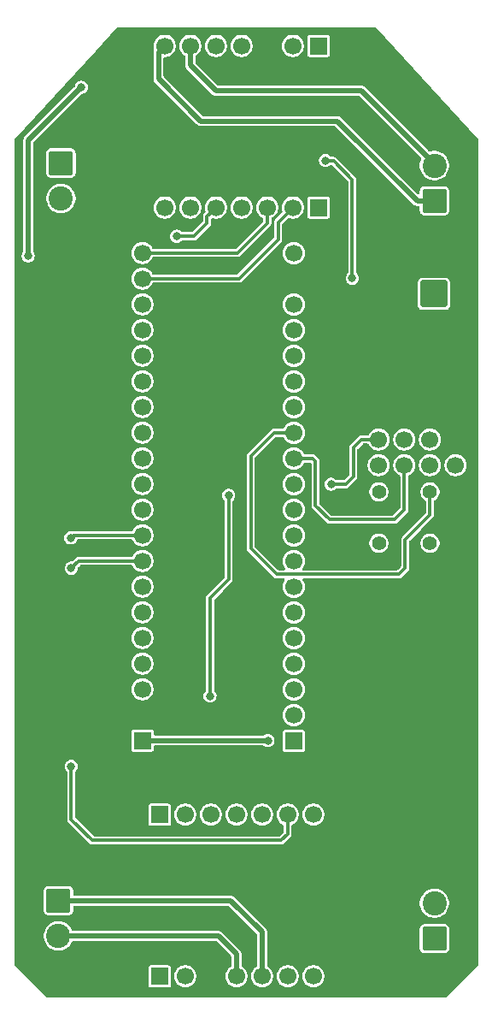
<source format=gbr>
%TF.GenerationSoftware,KiCad,Pcbnew,9.0.3*%
%TF.CreationDate,2025-07-28T15:14:52+05:30*%
%TF.ProjectId,RC_CAR_TEST_PCB,52435f43-4152-45f5-9445-53545f504342,rev?*%
%TF.SameCoordinates,Original*%
%TF.FileFunction,Copper,L2,Bot*%
%TF.FilePolarity,Positive*%
%FSLAX46Y46*%
G04 Gerber Fmt 4.6, Leading zero omitted, Abs format (unit mm)*
G04 Created by KiCad (PCBNEW 9.0.3) date 2025-07-28 15:14:52*
%MOMM*%
%LPD*%
G01*
G04 APERTURE LIST*
G04 Aperture macros list*
%AMRoundRect*
0 Rectangle with rounded corners*
0 $1 Rounding radius*
0 $2 $3 $4 $5 $6 $7 $8 $9 X,Y pos of 4 corners*
0 Add a 4 corners polygon primitive as box body*
4,1,4,$2,$3,$4,$5,$6,$7,$8,$9,$2,$3,0*
0 Add four circle primitives for the rounded corners*
1,1,$1+$1,$2,$3*
1,1,$1+$1,$4,$5*
1,1,$1+$1,$6,$7*
1,1,$1+$1,$8,$9*
0 Add four rect primitives between the rounded corners*
20,1,$1+$1,$2,$3,$4,$5,0*
20,1,$1+$1,$4,$5,$6,$7,0*
20,1,$1+$1,$6,$7,$8,$9,0*
20,1,$1+$1,$8,$9,$2,$3,0*%
G04 Aperture macros list end*
%TA.AperFunction,ComponentPad*%
%ADD10RoundRect,0.250001X-0.949999X0.949999X-0.949999X-0.949999X0.949999X-0.949999X0.949999X0.949999X0*%
%TD*%
%TA.AperFunction,ComponentPad*%
%ADD11C,2.400000*%
%TD*%
%TA.AperFunction,ComponentPad*%
%ADD12R,1.700000X1.700000*%
%TD*%
%TA.AperFunction,ComponentPad*%
%ADD13C,1.700000*%
%TD*%
%TA.AperFunction,ComponentPad*%
%ADD14C,1.400000*%
%TD*%
%TA.AperFunction,ComponentPad*%
%ADD15RoundRect,0.250001X-1.099999X1.099999X-1.099999X-1.099999X1.099999X-1.099999X1.099999X1.099999X0*%
%TD*%
%TA.AperFunction,ComponentPad*%
%ADD16C,2.700000*%
%TD*%
%TA.AperFunction,ComponentPad*%
%ADD17RoundRect,0.250001X0.949999X-0.949999X0.949999X0.949999X-0.949999X0.949999X-0.949999X-0.949999X0*%
%TD*%
%TA.AperFunction,ViaPad*%
%ADD18C,0.800000*%
%TD*%
%TA.AperFunction,Conductor*%
%ADD19C,0.300000*%
%TD*%
%TA.AperFunction,Conductor*%
%ADD20C,0.500000*%
%TD*%
G04 APERTURE END LIST*
D10*
%TO.P,J6,1,Pin_1*%
%TO.N,/AO2_1*%
X106732500Y-73750000D03*
D11*
%TO.P,J6,2,Pin_2*%
%TO.N,/AO1_1*%
X106732500Y-77250000D03*
%TD*%
D12*
%TO.P,J3,1,Pin_1*%
%TO.N,VCC*%
X116500000Y-154250000D03*
D13*
%TO.P,J3,2,Pin_2*%
X119040000Y-154250000D03*
%TO.P,J3,3,Pin_3*%
%TO.N,GND*%
X121580000Y-154250000D03*
%TO.P,J3,4,Pin_4*%
%TO.N,/AO1_2*%
X124120000Y-154250000D03*
%TO.P,J3,5,Pin_5*%
%TO.N,/AO2_2*%
X126660000Y-154250000D03*
%TO.P,J3,6,Pin_6*%
%TO.N,/BO2_2*%
X129200000Y-154250000D03*
%TO.P,J3,7,Pin_7*%
%TO.N,/BO1_2*%
X131740000Y-154250000D03*
%TO.P,J3,8,Pin_8*%
%TO.N,GND*%
X134280000Y-154250000D03*
%TO.P,J3,9,Pin_8*%
X134280000Y-138250000D03*
%TO.P,J3,10,Pin_7*%
%TO.N,/PWMB_2*%
X131740000Y-138250000D03*
%TO.P,J3,11,Pin_6*%
%TO.N,/BIN2_2*%
X129200000Y-138250000D03*
%TO.P,J3,12,Pin_5*%
%TO.N,/BIN1_2*%
X126660000Y-138250000D03*
%TO.P,J3,13,Pin_4*%
%TO.N,/STBY_2*%
X124120000Y-138250000D03*
%TO.P,J3,14,Pin_3*%
%TO.N,/AIN1_2*%
X121580000Y-138250000D03*
%TO.P,J3,15,Pin_2*%
%TO.N,/AIN2_2*%
X119040000Y-138250000D03*
D12*
%TO.P,J3,16,Pin_1*%
%TO.N,/PWMA_2*%
X116500000Y-138250000D03*
%TD*%
D14*
%TO.P,R1,1*%
%TO.N,+3.3V*%
X138250000Y-111390000D03*
%TO.P,R1,2*%
%TO.N,/NRF_IRQ*%
X138250000Y-106310000D03*
%TD*%
D12*
%TO.P,J2,1,Pin_1*%
%TO.N,VCC*%
X132250000Y-62150000D03*
D13*
%TO.P,J2,2,Pin_2*%
X129710000Y-62150000D03*
%TO.P,J2,3,Pin_3*%
%TO.N,GND*%
X127170000Y-62150000D03*
%TO.P,J2,4,Pin_4*%
%TO.N,/AO1_1*%
X124630000Y-62150000D03*
%TO.P,J2,5,Pin_5*%
%TO.N,/AO2_1*%
X122090000Y-62150000D03*
%TO.P,J2,6,Pin_6*%
%TO.N,/BO2_1*%
X119550000Y-62150000D03*
%TO.P,J2,7,Pin_7*%
%TO.N,/BO1_1*%
X117010000Y-62150000D03*
%TO.P,J2,8,Pin_8*%
%TO.N,GND*%
X114470000Y-62150000D03*
%TO.P,J2,9,Pin_8*%
X114470000Y-78150000D03*
%TO.P,J2,10,Pin_7*%
%TO.N,/PWMB_1*%
X117010000Y-78150000D03*
%TO.P,J2,11,Pin_6*%
%TO.N,/BIN2_1*%
X119550000Y-78150000D03*
%TO.P,J2,12,Pin_5*%
%TO.N,/BIN1_1*%
X122090000Y-78150000D03*
%TO.P,J2,13,Pin_4*%
%TO.N,/STBY_1*%
X124630000Y-78150000D03*
%TO.P,J2,14,Pin_3*%
%TO.N,/AIN1_1*%
X127170000Y-78150000D03*
%TO.P,J2,15,Pin_2*%
%TO.N,/AIN2_1*%
X129710000Y-78150000D03*
D12*
%TO.P,J2,16,Pin_1*%
%TO.N,/PWMA_1*%
X132250000Y-78150000D03*
%TD*%
%TO.P,J1,1,Pin_1*%
%TO.N,unconnected-(J1-Pin_1-Pad1)*%
X129800000Y-130930000D03*
D13*
%TO.P,J1,2,Pin_2*%
%TO.N,unconnected-(J1-Pin_2-Pad2)*%
X129800000Y-128390000D03*
%TO.P,J1,3,Pin_3*%
%TO.N,unconnected-(J1-Pin_3-Pad3)*%
X129800000Y-125850000D03*
%TO.P,J1,4,Pin_4*%
%TO.N,unconnected-(J1-Pin_4-Pad4)*%
X129800000Y-123310000D03*
%TO.P,J1,5,Pin_5*%
%TO.N,unconnected-(J1-Pin_5-Pad5)*%
X129800000Y-120770000D03*
%TO.P,J1,6,Pin_6*%
%TO.N,unconnected-(J1-Pin_6-Pad6)*%
X129800000Y-118230000D03*
%TO.P,J1,7,Pin_7*%
%TO.N,unconnected-(J1-Pin_7-Pad7)*%
X129800000Y-115690000D03*
%TO.P,J1,8,Pin_8*%
%TO.N,unconnected-(J1-Pin_8-Pad8)*%
X129800000Y-113150000D03*
%TO.P,J1,9,Pin_9*%
%TO.N,/NRF_IRQ*%
X129800000Y-110610000D03*
%TO.P,J1,10,Pin_10*%
%TO.N,/NRF_SCK*%
X129800000Y-108070000D03*
%TO.P,J1,11,Pin_11*%
%TO.N,/NRF_MISO*%
X129800000Y-105530000D03*
%TO.P,J1,12,Pin_12*%
%TO.N,/NRF_MOSI*%
X129800000Y-102990000D03*
%TO.P,J1,13,Pin_13*%
%TO.N,/SPI1_CSS*%
X129800000Y-100450000D03*
%TO.P,J1,14,Pin_14*%
%TO.N,/NRF_CE*%
X129800000Y-97910000D03*
%TO.P,J1,15,Pin_15*%
%TO.N,/STBY_1*%
X129800000Y-95370000D03*
%TO.P,J1,16,Pin_16*%
%TO.N,/STBY_2*%
X129800000Y-92830000D03*
%TO.P,J1,17,Pin_17*%
%TO.N,unconnected-(J1-Pin_17-Pad17)*%
X129800000Y-90290000D03*
%TO.P,J1,18,Pin_18*%
%TO.N,unconnected-(J1-Pin_18-Pad18)*%
X129800000Y-87750000D03*
%TO.P,J1,19,Pin_19*%
%TO.N,GND*%
X129800000Y-85210000D03*
%TO.P,J1,20,Pin_20*%
%TO.N,VCC*%
X129800000Y-82670000D03*
%TO.P,J1,21,Pin_1*%
%TO.N,/AIN1_1*%
X114800000Y-82640000D03*
%TO.P,J1,22,Pin_2*%
%TO.N,/AIN2_1*%
X114800000Y-85180000D03*
%TO.P,J1,23,Pin_3*%
%TO.N,/BIN1_1*%
X114800000Y-87720000D03*
%TO.P,J1,24,Pin_4*%
%TO.N,/BIN2_1*%
X114800000Y-90260000D03*
%TO.P,J1,25,Pin_5*%
%TO.N,/PWMA_1*%
X114800000Y-92800000D03*
%TO.P,J1,26,Pin_6*%
%TO.N,/PWMB_1*%
X114800000Y-95340000D03*
%TO.P,J1,27,Pin_7*%
%TO.N,/PWMA_2*%
X114800000Y-97880000D03*
%TO.P,J1,28,Pin_8*%
%TO.N,/PWMB_2*%
X114800000Y-100420000D03*
%TO.P,J1,29,Pin_9*%
%TO.N,unconnected-(J1-Pin_9-Pad29)*%
X114800000Y-102960000D03*
%TO.P,J1,30,Pin_10*%
%TO.N,/AIN1_2*%
X114800000Y-105500000D03*
%TO.P,J1,31,Pin_11*%
%TO.N,/AIN2_2*%
X114800000Y-108040000D03*
%TO.P,J1,32,Pin_12*%
%TO.N,/BIN1_2*%
X114800000Y-110580000D03*
%TO.P,J1,33,Pin_13*%
%TO.N,/BIN2_2*%
X114800000Y-113120000D03*
%TO.P,J1,34,Pin_14*%
%TO.N,unconnected-(J1-Pin_14-Pad34)*%
X114800000Y-115660000D03*
%TO.P,J1,35,Pin_15*%
%TO.N,unconnected-(J1-Pin_15-Pad35)*%
X114800000Y-118200000D03*
%TO.P,J1,36,Pin_16*%
%TO.N,unconnected-(J1-Pin_16-Pad36)*%
X114800000Y-120740000D03*
%TO.P,J1,37,Pin_17*%
%TO.N,unconnected-(J1-Pin_17-Pad37)*%
X114800000Y-123280000D03*
%TO.P,J1,38,Pin_18*%
%TO.N,unconnected-(J1-Pin_18-Pad38)*%
X114800000Y-125820000D03*
%TO.P,J1,39,Pin_19*%
%TO.N,GND*%
X114800000Y-128360000D03*
D12*
%TO.P,J1,40,Pin_20*%
%TO.N,+3.3V*%
X114800000Y-130900000D03*
%TD*%
D14*
%TO.P,R2,1*%
%TO.N,+3.3V*%
X143300000Y-111390000D03*
%TO.P,R2,2*%
%TO.N,/SPI1_CSS*%
X143300000Y-106310000D03*
%TD*%
D15*
%TO.P,J5,1,Pin_1*%
%TO.N,VCC*%
X143700000Y-86692500D03*
D16*
%TO.P,J5,2,Pin_2*%
%TO.N,GND*%
X143700000Y-90652500D03*
%TD*%
D17*
%TO.P,J9,1,Pin_1*%
%TO.N,/BO1_2*%
X143750000Y-150500000D03*
D11*
%TO.P,J9,2,Pin_2*%
%TO.N,/BO2_2*%
X143750000Y-147000000D03*
%TD*%
D10*
%TO.P,J7,1,Pin_1*%
%TO.N,/AO2_2*%
X106482500Y-146750000D03*
D11*
%TO.P,J7,2,Pin_2*%
%TO.N,/AO1_2*%
X106482500Y-150250000D03*
%TD*%
D17*
%TO.P,J8,1,Pin_1*%
%TO.N,/BO1_1*%
X143750000Y-77500000D03*
D11*
%TO.P,J8,2,Pin_2*%
%TO.N,/BO2_1*%
X143750000Y-74000000D03*
%TD*%
D12*
%TO.P,J4,1,Pin_1*%
%TO.N,GND*%
X145850000Y-101100000D03*
D13*
%TO.P,J4,2,Pin_2*%
%TO.N,/NRF_CE*%
X143310000Y-101100000D03*
%TO.P,J4,3,Pin_3*%
%TO.N,/NRF_SCK*%
X140770000Y-101100000D03*
%TO.P,J4,4,Pin_4*%
%TO.N,/NRF_MISO*%
X138230000Y-101100000D03*
%TO.P,J4,5,Pin_1*%
%TO.N,/NRF_IRQ*%
X138230000Y-103640000D03*
%TO.P,J4,6,Pin_2*%
%TO.N,/NRF_MOSI*%
X140770000Y-103640000D03*
%TO.P,J4,7,Pin_3*%
%TO.N,/SPI1_CSS*%
X143310000Y-103640000D03*
%TO.P,J4,8,Pin_4*%
%TO.N,+3.3V*%
X145850000Y-103640000D03*
%TD*%
D18*
%TO.N,/STBY_1*%
X132950000Y-73500000D03*
X135600000Y-85150000D03*
%TO.N,/BIN1_2*%
X107700000Y-110850000D03*
%TO.N,+3.3V*%
X127250000Y-130900000D03*
%TO.N,/BIN2_2*%
X107750000Y-133450000D03*
X107750000Y-113850000D03*
%TO.N,VCC*%
X108750000Y-66250000D03*
X103475000Y-82925000D03*
%TO.N,/STBY_2*%
X121500000Y-126500000D03*
X123350000Y-106650000D03*
%TO.N,/BIN1_1*%
X118200000Y-81000000D03*
%TO.N,/NRF_MISO*%
X133500000Y-105530000D03*
%TD*%
D19*
%TO.N,/BIN1_1*%
X121200000Y-79040000D02*
X122090000Y-78150000D01*
X121200000Y-79700000D02*
X121200000Y-79040000D01*
X118200000Y-81000000D02*
X119900000Y-81000000D01*
X119900000Y-81000000D02*
X121200000Y-79700000D01*
%TO.N,/STBY_1*%
X135600000Y-75400000D02*
X135600000Y-85150000D01*
X132950000Y-73500000D02*
X133000000Y-73550000D01*
X133750000Y-73550000D02*
X135600000Y-75400000D01*
X133000000Y-73550000D02*
X133750000Y-73550000D01*
%TO.N,/BIN1_2*%
X107700000Y-110850000D02*
X107970000Y-110580000D01*
X107970000Y-110580000D02*
X114800000Y-110580000D01*
D20*
%TO.N,+3.3V*%
X114800000Y-130900000D02*
X127250000Y-130900000D01*
D19*
%TO.N,/BIN2_2*%
X107750000Y-133450000D02*
X107750000Y-138700000D01*
X114800000Y-113120000D02*
X108480000Y-113120000D01*
X128550000Y-140800000D02*
X129200000Y-140150000D01*
X108480000Y-113120000D02*
X107750000Y-113850000D01*
X129200000Y-140150000D02*
X129200000Y-138250000D01*
X109850000Y-140800000D02*
X128550000Y-140800000D01*
X107750000Y-138700000D02*
X109850000Y-140800000D01*
%TO.N,/AIN1_1*%
X124260000Y-82640000D02*
X127150000Y-79750000D01*
X127150000Y-79750000D02*
X127150000Y-79700000D01*
X114800000Y-82640000D02*
X124260000Y-82640000D01*
X127170000Y-79680000D02*
X127170000Y-78150000D01*
X127150000Y-79700000D02*
X127170000Y-79680000D01*
D20*
%TO.N,VCC*%
X103475000Y-82925000D02*
X103500000Y-82900000D01*
X103500000Y-82900000D02*
X103500000Y-71500000D01*
X103500000Y-71500000D02*
X108750000Y-66250000D01*
D19*
%TO.N,/STBY_2*%
X123350000Y-106650000D02*
X123350000Y-114950000D01*
X121500000Y-116800000D02*
X121500000Y-126500000D01*
X123350000Y-114950000D02*
X121500000Y-116800000D01*
%TO.N,/NRF_MOSI*%
X129800000Y-102990000D02*
X131690000Y-102990000D01*
X131950000Y-103250000D02*
X131950000Y-107650000D01*
X133350000Y-109050000D02*
X139800000Y-109050000D01*
X131950000Y-107650000D02*
X133350000Y-109050000D01*
X139800000Y-109050000D02*
X140770000Y-108080000D01*
X140770000Y-108080000D02*
X140770000Y-103640000D01*
X131690000Y-102990000D02*
X131950000Y-103250000D01*
%TO.N,/SPI1_CSS*%
X140250000Y-114450000D02*
X140850000Y-113850000D01*
X125550000Y-111900000D02*
X128100000Y-114450000D01*
X128100000Y-114450000D02*
X140250000Y-114450000D01*
X129800000Y-100450000D02*
X127850000Y-100450000D01*
X127850000Y-100450000D02*
X125550000Y-102750000D01*
X143300000Y-108550000D02*
X143300000Y-106310000D01*
X140850000Y-111000000D02*
X143300000Y-108550000D01*
X140850000Y-113850000D02*
X140850000Y-111000000D01*
X125550000Y-102750000D02*
X125550000Y-111900000D01*
X129800000Y-100450000D02*
X130350000Y-100450000D01*
%TO.N,/AIN2_1*%
X114800000Y-85180000D02*
X124370000Y-85180000D01*
X128250000Y-81300000D02*
X128250000Y-79610000D01*
X124370000Y-85180000D02*
X128250000Y-81300000D01*
X128250000Y-79610000D02*
X129710000Y-78150000D01*
%TO.N,/NRF_MISO*%
X135700000Y-101900000D02*
X136500000Y-101100000D01*
X136500000Y-101100000D02*
X138230000Y-101100000D01*
X134970000Y-105530000D02*
X135700000Y-104800000D01*
X135700000Y-104800000D02*
X135700000Y-101900000D01*
X133500000Y-105530000D02*
X134970000Y-105530000D01*
D20*
%TO.N,/BO1_1*%
X116400000Y-65400000D02*
X120600000Y-69600000D01*
X116400000Y-62760000D02*
X116400000Y-65400000D01*
X142050000Y-77500000D02*
X143750000Y-77500000D01*
X134150000Y-69600000D02*
X142050000Y-77500000D01*
X120600000Y-69600000D02*
X134150000Y-69600000D01*
X117010000Y-62150000D02*
X116400000Y-62760000D01*
%TO.N,/BO2_1*%
X136500000Y-66600000D02*
X143750000Y-73850000D01*
X119550000Y-64050000D02*
X122100000Y-66600000D01*
X143750000Y-73850000D02*
X143750000Y-74000000D01*
X119550000Y-62150000D02*
X119550000Y-64050000D01*
X122100000Y-66600000D02*
X136500000Y-66600000D01*
%TO.N,/AO1_2*%
X124120000Y-154250000D02*
X124120000Y-152020000D01*
X122350000Y-150250000D02*
X106482500Y-150250000D01*
X124120000Y-152020000D02*
X122350000Y-150250000D01*
%TO.N,/AO2_2*%
X123550000Y-146750000D02*
X106482500Y-146750000D01*
X126660000Y-149860000D02*
X123550000Y-146750000D01*
X126660000Y-154250000D02*
X126660000Y-149860000D01*
%TD*%
%TA.AperFunction,Conductor*%
%TO.N,GND*%
G36*
X137891585Y-60320185D02*
G01*
X137916116Y-60340890D01*
X148067072Y-71458602D01*
X148097738Y-71521381D01*
X148099500Y-71542210D01*
X148099500Y-153041324D01*
X148079815Y-153108363D01*
X148063181Y-153129005D01*
X144929005Y-156263181D01*
X144867682Y-156296666D01*
X144841324Y-156299500D01*
X105358676Y-156299500D01*
X105291637Y-156279815D01*
X105270995Y-156263181D01*
X102383135Y-153375321D01*
X115399500Y-153375321D01*
X115399500Y-155124678D01*
X115414032Y-155197735D01*
X115414033Y-155197739D01*
X115414034Y-155197740D01*
X115469399Y-155280601D01*
X115552260Y-155335966D01*
X115552264Y-155335967D01*
X115625321Y-155350499D01*
X115625324Y-155350500D01*
X115625326Y-155350500D01*
X117374676Y-155350500D01*
X117374677Y-155350499D01*
X117447740Y-155335966D01*
X117530601Y-155280601D01*
X117585966Y-155197740D01*
X117600500Y-155124674D01*
X117600500Y-154163389D01*
X117939500Y-154163389D01*
X117939500Y-154336611D01*
X117966598Y-154507701D01*
X118020127Y-154672445D01*
X118098768Y-154826788D01*
X118200586Y-154966928D01*
X118323072Y-155089414D01*
X118463212Y-155191232D01*
X118617555Y-155269873D01*
X118782299Y-155323402D01*
X118953389Y-155350500D01*
X118953390Y-155350500D01*
X119126610Y-155350500D01*
X119126611Y-155350500D01*
X119297701Y-155323402D01*
X119462445Y-155269873D01*
X119616788Y-155191232D01*
X119756928Y-155089414D01*
X119879414Y-154966928D01*
X119981232Y-154826788D01*
X120059873Y-154672445D01*
X120113402Y-154507701D01*
X120140500Y-154336611D01*
X120140500Y-154163389D01*
X120113402Y-153992299D01*
X120059873Y-153827555D01*
X119981232Y-153673212D01*
X119879414Y-153533072D01*
X119756928Y-153410586D01*
X119616788Y-153308768D01*
X119462445Y-153230127D01*
X119297701Y-153176598D01*
X119297699Y-153176597D01*
X119297698Y-153176597D01*
X119166271Y-153155781D01*
X119126611Y-153149500D01*
X118953389Y-153149500D01*
X118913728Y-153155781D01*
X118782302Y-153176597D01*
X118617552Y-153230128D01*
X118463211Y-153308768D01*
X118384588Y-153365892D01*
X118323072Y-153410586D01*
X118323070Y-153410588D01*
X118323069Y-153410588D01*
X118200588Y-153533069D01*
X118200588Y-153533070D01*
X118200586Y-153533072D01*
X118159680Y-153589374D01*
X118098768Y-153673211D01*
X118020128Y-153827552D01*
X117966597Y-153992302D01*
X117939500Y-154163389D01*
X117600500Y-154163389D01*
X117600500Y-153375326D01*
X117600500Y-153375323D01*
X117600499Y-153375321D01*
X117585967Y-153302264D01*
X117585966Y-153302260D01*
X117564342Y-153269897D01*
X117530601Y-153219399D01*
X117447740Y-153164034D01*
X117447739Y-153164033D01*
X117447735Y-153164032D01*
X117374677Y-153149500D01*
X117374674Y-153149500D01*
X115625326Y-153149500D01*
X115625323Y-153149500D01*
X115552264Y-153164032D01*
X115552260Y-153164033D01*
X115469399Y-153219399D01*
X115414033Y-153302260D01*
X115414032Y-153302264D01*
X115399500Y-153375321D01*
X102383135Y-153375321D01*
X102136819Y-153129005D01*
X102103334Y-153067682D01*
X102100500Y-153041324D01*
X102100500Y-150135837D01*
X105032000Y-150135837D01*
X105032000Y-150364162D01*
X105067715Y-150589660D01*
X105138270Y-150806803D01*
X105241921Y-151010228D01*
X105376121Y-151194937D01*
X105537563Y-151356379D01*
X105722272Y-151490579D01*
X105818384Y-151539550D01*
X105925696Y-151594229D01*
X105925698Y-151594229D01*
X105925701Y-151594231D01*
X106003471Y-151619500D01*
X106142839Y-151664784D01*
X106368338Y-151700500D01*
X106368343Y-151700500D01*
X106596662Y-151700500D01*
X106822160Y-151664784D01*
X107039299Y-151594231D01*
X107242728Y-151490579D01*
X107427437Y-151356379D01*
X107588879Y-151194937D01*
X107723079Y-151010228D01*
X107820919Y-150818204D01*
X107868893Y-150767409D01*
X107931404Y-150750500D01*
X122091324Y-150750500D01*
X122158363Y-150770185D01*
X122179005Y-150786819D01*
X123583181Y-152190995D01*
X123616666Y-152252318D01*
X123619500Y-152278676D01*
X123619500Y-153193909D01*
X123599815Y-153260948D01*
X123551801Y-153304391D01*
X123543212Y-153308767D01*
X123464588Y-153365892D01*
X123403072Y-153410586D01*
X123403070Y-153410588D01*
X123403069Y-153410588D01*
X123280588Y-153533069D01*
X123280588Y-153533070D01*
X123280586Y-153533072D01*
X123239680Y-153589374D01*
X123178768Y-153673211D01*
X123100128Y-153827552D01*
X123046597Y-153992302D01*
X123019500Y-154163389D01*
X123019500Y-154336611D01*
X123046598Y-154507701D01*
X123100127Y-154672445D01*
X123178768Y-154826788D01*
X123280586Y-154966928D01*
X123403072Y-155089414D01*
X123543212Y-155191232D01*
X123697555Y-155269873D01*
X123862299Y-155323402D01*
X124033389Y-155350500D01*
X124033390Y-155350500D01*
X124206610Y-155350500D01*
X124206611Y-155350500D01*
X124377701Y-155323402D01*
X124542445Y-155269873D01*
X124696788Y-155191232D01*
X124836928Y-155089414D01*
X124959414Y-154966928D01*
X125061232Y-154826788D01*
X125139873Y-154672445D01*
X125193402Y-154507701D01*
X125220500Y-154336611D01*
X125220500Y-154163389D01*
X125193402Y-153992299D01*
X125139873Y-153827555D01*
X125061232Y-153673212D01*
X124959414Y-153533072D01*
X124836928Y-153410586D01*
X124696788Y-153308768D01*
X124696789Y-153308768D01*
X124696787Y-153308767D01*
X124688199Y-153304391D01*
X124637406Y-153256414D01*
X124620500Y-153193909D01*
X124620500Y-151954110D01*
X124620500Y-151954108D01*
X124586392Y-151826814D01*
X124520500Y-151712686D01*
X124427314Y-151619500D01*
X122657314Y-149849500D01*
X122600250Y-149816554D01*
X122543187Y-149783608D01*
X122479539Y-149766554D01*
X122415892Y-149749500D01*
X122415891Y-149749500D01*
X107931404Y-149749500D01*
X107864365Y-149729815D01*
X107820919Y-149681795D01*
X107772122Y-149586025D01*
X107723079Y-149489772D01*
X107588879Y-149305063D01*
X107427437Y-149143621D01*
X107242728Y-149009421D01*
X107039303Y-148905770D01*
X106822160Y-148835215D01*
X106596662Y-148799500D01*
X106596657Y-148799500D01*
X106368343Y-148799500D01*
X106368338Y-148799500D01*
X106142839Y-148835215D01*
X105925696Y-148905770D01*
X105722271Y-149009421D01*
X105537561Y-149143622D01*
X105376122Y-149305061D01*
X105241921Y-149489771D01*
X105138270Y-149693196D01*
X105067715Y-149910339D01*
X105032000Y-150135837D01*
X102100500Y-150135837D01*
X102100500Y-145752136D01*
X105032000Y-145752136D01*
X105032000Y-147747863D01*
X105032001Y-147747882D01*
X105038408Y-147807481D01*
X105088702Y-147942327D01*
X105088703Y-147942328D01*
X105088704Y-147942330D01*
X105174954Y-148057546D01*
X105290170Y-148143796D01*
X105290171Y-148143796D01*
X105290172Y-148143797D01*
X105425018Y-148194091D01*
X105425017Y-148194091D01*
X105431945Y-148194835D01*
X105484628Y-148200500D01*
X105484637Y-148200500D01*
X107480363Y-148200500D01*
X107480372Y-148200500D01*
X107539982Y-148194091D01*
X107674830Y-148143796D01*
X107790046Y-148057546D01*
X107876296Y-147942330D01*
X107926591Y-147807482D01*
X107933000Y-147747872D01*
X107933000Y-147374500D01*
X107952685Y-147307461D01*
X108005489Y-147261706D01*
X108057000Y-147250500D01*
X123291324Y-147250500D01*
X123358363Y-147270185D01*
X123379005Y-147286819D01*
X126123181Y-150030994D01*
X126156666Y-150092317D01*
X126159500Y-150118675D01*
X126159500Y-153193909D01*
X126139815Y-153260948D01*
X126091801Y-153304391D01*
X126083212Y-153308767D01*
X126004588Y-153365892D01*
X125943072Y-153410586D01*
X125943070Y-153410588D01*
X125943069Y-153410588D01*
X125820588Y-153533069D01*
X125820588Y-153533070D01*
X125820586Y-153533072D01*
X125779680Y-153589374D01*
X125718768Y-153673211D01*
X125640128Y-153827552D01*
X125586597Y-153992302D01*
X125559500Y-154163389D01*
X125559500Y-154336611D01*
X125586598Y-154507701D01*
X125640127Y-154672445D01*
X125718768Y-154826788D01*
X125820586Y-154966928D01*
X125943072Y-155089414D01*
X126083212Y-155191232D01*
X126237555Y-155269873D01*
X126402299Y-155323402D01*
X126573389Y-155350500D01*
X126573390Y-155350500D01*
X126746610Y-155350500D01*
X126746611Y-155350500D01*
X126917701Y-155323402D01*
X127082445Y-155269873D01*
X127236788Y-155191232D01*
X127376928Y-155089414D01*
X127499414Y-154966928D01*
X127601232Y-154826788D01*
X127679873Y-154672445D01*
X127733402Y-154507701D01*
X127760500Y-154336611D01*
X127760500Y-154163389D01*
X128099500Y-154163389D01*
X128099500Y-154336611D01*
X128126598Y-154507701D01*
X128180127Y-154672445D01*
X128258768Y-154826788D01*
X128360586Y-154966928D01*
X128483072Y-155089414D01*
X128623212Y-155191232D01*
X128777555Y-155269873D01*
X128942299Y-155323402D01*
X129113389Y-155350500D01*
X129113390Y-155350500D01*
X129286610Y-155350500D01*
X129286611Y-155350500D01*
X129457701Y-155323402D01*
X129622445Y-155269873D01*
X129776788Y-155191232D01*
X129916928Y-155089414D01*
X130039414Y-154966928D01*
X130141232Y-154826788D01*
X130219873Y-154672445D01*
X130273402Y-154507701D01*
X130300500Y-154336611D01*
X130300500Y-154163389D01*
X130639500Y-154163389D01*
X130639500Y-154336611D01*
X130666598Y-154507701D01*
X130720127Y-154672445D01*
X130798768Y-154826788D01*
X130900586Y-154966928D01*
X131023072Y-155089414D01*
X131163212Y-155191232D01*
X131317555Y-155269873D01*
X131482299Y-155323402D01*
X131653389Y-155350500D01*
X131653390Y-155350500D01*
X131826610Y-155350500D01*
X131826611Y-155350500D01*
X131997701Y-155323402D01*
X132162445Y-155269873D01*
X132316788Y-155191232D01*
X132456928Y-155089414D01*
X132579414Y-154966928D01*
X132681232Y-154826788D01*
X132759873Y-154672445D01*
X132813402Y-154507701D01*
X132840500Y-154336611D01*
X132840500Y-154163389D01*
X132813402Y-153992299D01*
X132759873Y-153827555D01*
X132681232Y-153673212D01*
X132579414Y-153533072D01*
X132456928Y-153410586D01*
X132316788Y-153308768D01*
X132162445Y-153230127D01*
X131997701Y-153176598D01*
X131997699Y-153176597D01*
X131997698Y-153176597D01*
X131866271Y-153155781D01*
X131826611Y-153149500D01*
X131653389Y-153149500D01*
X131613728Y-153155781D01*
X131482302Y-153176597D01*
X131317552Y-153230128D01*
X131163211Y-153308768D01*
X131084588Y-153365892D01*
X131023072Y-153410586D01*
X131023070Y-153410588D01*
X131023069Y-153410588D01*
X130900588Y-153533069D01*
X130900588Y-153533070D01*
X130900586Y-153533072D01*
X130859680Y-153589374D01*
X130798768Y-153673211D01*
X130720128Y-153827552D01*
X130666597Y-153992302D01*
X130639500Y-154163389D01*
X130300500Y-154163389D01*
X130273402Y-153992299D01*
X130219873Y-153827555D01*
X130141232Y-153673212D01*
X130039414Y-153533072D01*
X129916928Y-153410586D01*
X129776788Y-153308768D01*
X129622445Y-153230127D01*
X129457701Y-153176598D01*
X129457699Y-153176597D01*
X129457698Y-153176597D01*
X129326271Y-153155781D01*
X129286611Y-153149500D01*
X129113389Y-153149500D01*
X129073728Y-153155781D01*
X128942302Y-153176597D01*
X128777552Y-153230128D01*
X128623211Y-153308768D01*
X128544588Y-153365892D01*
X128483072Y-153410586D01*
X128483070Y-153410588D01*
X128483069Y-153410588D01*
X128360588Y-153533069D01*
X128360588Y-153533070D01*
X128360586Y-153533072D01*
X128319680Y-153589374D01*
X128258768Y-153673211D01*
X128180128Y-153827552D01*
X128126597Y-153992302D01*
X128099500Y-154163389D01*
X127760500Y-154163389D01*
X127733402Y-153992299D01*
X127679873Y-153827555D01*
X127601232Y-153673212D01*
X127499414Y-153533072D01*
X127376928Y-153410586D01*
X127236788Y-153308768D01*
X127236789Y-153308768D01*
X127236787Y-153308767D01*
X127228199Y-153304391D01*
X127177406Y-153256414D01*
X127160500Y-153193909D01*
X127160500Y-149794109D01*
X127160500Y-149794108D01*
X127148547Y-149749500D01*
X127126392Y-149666814D01*
X127079749Y-149586027D01*
X127060500Y-149552686D01*
X127009950Y-149502136D01*
X142299500Y-149502136D01*
X142299500Y-151497863D01*
X142299501Y-151497882D01*
X142305908Y-151557481D01*
X142356202Y-151692327D01*
X142356203Y-151692328D01*
X142356204Y-151692330D01*
X142442454Y-151807546D01*
X142557670Y-151893796D01*
X142557671Y-151893796D01*
X142557672Y-151893797D01*
X142692518Y-151944091D01*
X142692517Y-151944091D01*
X142699445Y-151944835D01*
X142752128Y-151950500D01*
X142752137Y-151950500D01*
X144747863Y-151950500D01*
X144747872Y-151950500D01*
X144807482Y-151944091D01*
X144942330Y-151893796D01*
X145057546Y-151807546D01*
X145143796Y-151692330D01*
X145194091Y-151557482D01*
X145200500Y-151497872D01*
X145200500Y-149502128D01*
X145194091Y-149442518D01*
X145143796Y-149307670D01*
X145057546Y-149192454D01*
X144942330Y-149106204D01*
X144942328Y-149106203D01*
X144942327Y-149106202D01*
X144807481Y-149055908D01*
X144807482Y-149055908D01*
X144747882Y-149049501D01*
X144747880Y-149049500D01*
X144747872Y-149049500D01*
X142752128Y-149049500D01*
X142752120Y-149049500D01*
X142752117Y-149049501D01*
X142692518Y-149055908D01*
X142557672Y-149106202D01*
X142557670Y-149106204D01*
X142442454Y-149192454D01*
X142356204Y-149307670D01*
X142356202Y-149307672D01*
X142305908Y-149442518D01*
X142299501Y-149502117D01*
X142299500Y-149502136D01*
X127009950Y-149502136D01*
X126967314Y-149459500D01*
X126967313Y-149459499D01*
X126962983Y-149455169D01*
X126962972Y-149455159D01*
X124476466Y-146968652D01*
X124393651Y-146885837D01*
X142299500Y-146885837D01*
X142299500Y-147114162D01*
X142335215Y-147339660D01*
X142405770Y-147556803D01*
X142503121Y-147747863D01*
X142509421Y-147760228D01*
X142643621Y-147944937D01*
X142805063Y-148106379D01*
X142989772Y-148240579D01*
X143085884Y-148289550D01*
X143193196Y-148344229D01*
X143193198Y-148344229D01*
X143193201Y-148344231D01*
X143309592Y-148382049D01*
X143410339Y-148414784D01*
X143635838Y-148450500D01*
X143635843Y-148450500D01*
X143864162Y-148450500D01*
X144089660Y-148414784D01*
X144306799Y-148344231D01*
X144510228Y-148240579D01*
X144694937Y-148106379D01*
X144856379Y-147944937D01*
X144990579Y-147760228D01*
X145094231Y-147556799D01*
X145164784Y-147339660D01*
X145177131Y-147261706D01*
X145200500Y-147114162D01*
X145200500Y-146885837D01*
X145164784Y-146660339D01*
X145094229Y-146443196D01*
X145039550Y-146335884D01*
X144990579Y-146239772D01*
X144856379Y-146055063D01*
X144694937Y-145893621D01*
X144510228Y-145759421D01*
X144495893Y-145752117D01*
X144306803Y-145655770D01*
X144089660Y-145585215D01*
X143864162Y-145549500D01*
X143864157Y-145549500D01*
X143635843Y-145549500D01*
X143635838Y-145549500D01*
X143410339Y-145585215D01*
X143193196Y-145655770D01*
X142989771Y-145759421D01*
X142805061Y-145893622D01*
X142643622Y-146055061D01*
X142509421Y-146239771D01*
X142405770Y-146443196D01*
X142335215Y-146660339D01*
X142299500Y-146885837D01*
X124393651Y-146885837D01*
X123857316Y-146349502D01*
X123857315Y-146349501D01*
X123857314Y-146349500D01*
X123800250Y-146316554D01*
X123743187Y-146283608D01*
X123679539Y-146266554D01*
X123615892Y-146249500D01*
X123615891Y-146249500D01*
X108057000Y-146249500D01*
X107989961Y-146229815D01*
X107944206Y-146177011D01*
X107933000Y-146125500D01*
X107933000Y-145752136D01*
X107933000Y-145752128D01*
X107926591Y-145692518D01*
X107876296Y-145557670D01*
X107790046Y-145442454D01*
X107674830Y-145356204D01*
X107674828Y-145356203D01*
X107674827Y-145356202D01*
X107539981Y-145305908D01*
X107539982Y-145305908D01*
X107480382Y-145299501D01*
X107480380Y-145299500D01*
X107480372Y-145299500D01*
X105484628Y-145299500D01*
X105484620Y-145299500D01*
X105484617Y-145299501D01*
X105425018Y-145305908D01*
X105290172Y-145356202D01*
X105290170Y-145356204D01*
X105174954Y-145442454D01*
X105088704Y-145557670D01*
X105088702Y-145557672D01*
X105038408Y-145692518D01*
X105032001Y-145752117D01*
X105032000Y-145752136D01*
X102100500Y-145752136D01*
X102100500Y-133514071D01*
X107099499Y-133514071D01*
X107124497Y-133639738D01*
X107124499Y-133639744D01*
X107173533Y-133758124D01*
X107173538Y-133758133D01*
X107244722Y-133864667D01*
X107244723Y-133864668D01*
X107244724Y-133864669D01*
X107313182Y-133933127D01*
X107346666Y-133994448D01*
X107349500Y-134020807D01*
X107349500Y-138752726D01*
X107376793Y-138854589D01*
X107403156Y-138900250D01*
X107429520Y-138945913D01*
X109529519Y-141045912D01*
X109529520Y-141045913D01*
X109604087Y-141120480D01*
X109695413Y-141173207D01*
X109797273Y-141200500D01*
X109797275Y-141200500D01*
X128602725Y-141200500D01*
X128602727Y-141200500D01*
X128704588Y-141173207D01*
X128795913Y-141120480D01*
X129520480Y-140395913D01*
X129573207Y-140304588D01*
X129600500Y-140202727D01*
X129600500Y-140097273D01*
X129600500Y-139357042D01*
X129620185Y-139290003D01*
X129668206Y-139246557D01*
X129776786Y-139191233D01*
X129776785Y-139191233D01*
X129776788Y-139191232D01*
X129916928Y-139089414D01*
X130039414Y-138966928D01*
X130141232Y-138826788D01*
X130219873Y-138672445D01*
X130273402Y-138507701D01*
X130300500Y-138336611D01*
X130300500Y-138163389D01*
X130639500Y-138163389D01*
X130639500Y-138336611D01*
X130666598Y-138507701D01*
X130720127Y-138672445D01*
X130798768Y-138826788D01*
X130900586Y-138966928D01*
X131023072Y-139089414D01*
X131163212Y-139191232D01*
X131317555Y-139269873D01*
X131482299Y-139323402D01*
X131653389Y-139350500D01*
X131653390Y-139350500D01*
X131826610Y-139350500D01*
X131826611Y-139350500D01*
X131997701Y-139323402D01*
X132162445Y-139269873D01*
X132316788Y-139191232D01*
X132456928Y-139089414D01*
X132579414Y-138966928D01*
X132681232Y-138826788D01*
X132759873Y-138672445D01*
X132813402Y-138507701D01*
X132840500Y-138336611D01*
X132840500Y-138163389D01*
X132813402Y-137992299D01*
X132759873Y-137827555D01*
X132681232Y-137673212D01*
X132579414Y-137533072D01*
X132456928Y-137410586D01*
X132316788Y-137308768D01*
X132162445Y-137230127D01*
X131997701Y-137176598D01*
X131997699Y-137176597D01*
X131997698Y-137176597D01*
X131866271Y-137155781D01*
X131826611Y-137149500D01*
X131653389Y-137149500D01*
X131613728Y-137155781D01*
X131482302Y-137176597D01*
X131317552Y-137230128D01*
X131163211Y-137308768D01*
X131083256Y-137366859D01*
X131023072Y-137410586D01*
X131023070Y-137410588D01*
X131023069Y-137410588D01*
X130900588Y-137533069D01*
X130900588Y-137533070D01*
X130900586Y-137533072D01*
X130856859Y-137593256D01*
X130798768Y-137673211D01*
X130720128Y-137827552D01*
X130666597Y-137992302D01*
X130639500Y-138163389D01*
X130300500Y-138163389D01*
X130273402Y-137992299D01*
X130219873Y-137827555D01*
X130141232Y-137673212D01*
X130039414Y-137533072D01*
X129916928Y-137410586D01*
X129776788Y-137308768D01*
X129622445Y-137230127D01*
X129457701Y-137176598D01*
X129457699Y-137176597D01*
X129457698Y-137176597D01*
X129326271Y-137155781D01*
X129286611Y-137149500D01*
X129113389Y-137149500D01*
X129073728Y-137155781D01*
X128942302Y-137176597D01*
X128777552Y-137230128D01*
X128623211Y-137308768D01*
X128543256Y-137366859D01*
X128483072Y-137410586D01*
X128483070Y-137410588D01*
X128483069Y-137410588D01*
X128360588Y-137533069D01*
X128360588Y-137533070D01*
X128360586Y-137533072D01*
X128316859Y-137593256D01*
X128258768Y-137673211D01*
X128180128Y-137827552D01*
X128126597Y-137992302D01*
X128099500Y-138163389D01*
X128099500Y-138336611D01*
X128126598Y-138507701D01*
X128180127Y-138672445D01*
X128258768Y-138826788D01*
X128360586Y-138966928D01*
X128483072Y-139089414D01*
X128531606Y-139124676D01*
X128623213Y-139191233D01*
X128731794Y-139246557D01*
X128782591Y-139294531D01*
X128799500Y-139357042D01*
X128799500Y-139932745D01*
X128779815Y-139999784D01*
X128763181Y-140020426D01*
X128420426Y-140363181D01*
X128359103Y-140396666D01*
X128332745Y-140399500D01*
X110067255Y-140399500D01*
X110000216Y-140379815D01*
X109979574Y-140363181D01*
X108186819Y-138570426D01*
X108153334Y-138509103D01*
X108150500Y-138482745D01*
X108150500Y-137375321D01*
X115399500Y-137375321D01*
X115399500Y-139124678D01*
X115414032Y-139197735D01*
X115414033Y-139197739D01*
X115414034Y-139197740D01*
X115469399Y-139280601D01*
X115552260Y-139335966D01*
X115552264Y-139335967D01*
X115625321Y-139350499D01*
X115625324Y-139350500D01*
X115625326Y-139350500D01*
X117374676Y-139350500D01*
X117374677Y-139350499D01*
X117447740Y-139335966D01*
X117530601Y-139280601D01*
X117585966Y-139197740D01*
X117600500Y-139124674D01*
X117600500Y-138163389D01*
X117939500Y-138163389D01*
X117939500Y-138336611D01*
X117966598Y-138507701D01*
X118020127Y-138672445D01*
X118098768Y-138826788D01*
X118200586Y-138966928D01*
X118323072Y-139089414D01*
X118463212Y-139191232D01*
X118617555Y-139269873D01*
X118782299Y-139323402D01*
X118953389Y-139350500D01*
X118953390Y-139350500D01*
X119126610Y-139350500D01*
X119126611Y-139350500D01*
X119297701Y-139323402D01*
X119462445Y-139269873D01*
X119616788Y-139191232D01*
X119756928Y-139089414D01*
X119879414Y-138966928D01*
X119981232Y-138826788D01*
X120059873Y-138672445D01*
X120113402Y-138507701D01*
X120140500Y-138336611D01*
X120140500Y-138163389D01*
X120479500Y-138163389D01*
X120479500Y-138336611D01*
X120506598Y-138507701D01*
X120560127Y-138672445D01*
X120638768Y-138826788D01*
X120740586Y-138966928D01*
X120863072Y-139089414D01*
X121003212Y-139191232D01*
X121157555Y-139269873D01*
X121322299Y-139323402D01*
X121493389Y-139350500D01*
X121493390Y-139350500D01*
X121666610Y-139350500D01*
X121666611Y-139350500D01*
X121837701Y-139323402D01*
X122002445Y-139269873D01*
X122156788Y-139191232D01*
X122296928Y-139089414D01*
X122419414Y-138966928D01*
X122521232Y-138826788D01*
X122599873Y-138672445D01*
X122653402Y-138507701D01*
X122680500Y-138336611D01*
X122680500Y-138163389D01*
X123019500Y-138163389D01*
X123019500Y-138336611D01*
X123046598Y-138507701D01*
X123100127Y-138672445D01*
X123178768Y-138826788D01*
X123280586Y-138966928D01*
X123403072Y-139089414D01*
X123543212Y-139191232D01*
X123697555Y-139269873D01*
X123862299Y-139323402D01*
X124033389Y-139350500D01*
X124033390Y-139350500D01*
X124206610Y-139350500D01*
X124206611Y-139350500D01*
X124377701Y-139323402D01*
X124542445Y-139269873D01*
X124696788Y-139191232D01*
X124836928Y-139089414D01*
X124959414Y-138966928D01*
X125061232Y-138826788D01*
X125139873Y-138672445D01*
X125193402Y-138507701D01*
X125220500Y-138336611D01*
X125220500Y-138163389D01*
X125559500Y-138163389D01*
X125559500Y-138336611D01*
X125586598Y-138507701D01*
X125640127Y-138672445D01*
X125718768Y-138826788D01*
X125820586Y-138966928D01*
X125943072Y-139089414D01*
X126083212Y-139191232D01*
X126237555Y-139269873D01*
X126402299Y-139323402D01*
X126573389Y-139350500D01*
X126573390Y-139350500D01*
X126746610Y-139350500D01*
X126746611Y-139350500D01*
X126917701Y-139323402D01*
X127082445Y-139269873D01*
X127236788Y-139191232D01*
X127376928Y-139089414D01*
X127499414Y-138966928D01*
X127601232Y-138826788D01*
X127679873Y-138672445D01*
X127733402Y-138507701D01*
X127760500Y-138336611D01*
X127760500Y-138163389D01*
X127733402Y-137992299D01*
X127679873Y-137827555D01*
X127601232Y-137673212D01*
X127499414Y-137533072D01*
X127376928Y-137410586D01*
X127236788Y-137308768D01*
X127082445Y-137230127D01*
X126917701Y-137176598D01*
X126917699Y-137176597D01*
X126917698Y-137176597D01*
X126786271Y-137155781D01*
X126746611Y-137149500D01*
X126573389Y-137149500D01*
X126533728Y-137155781D01*
X126402302Y-137176597D01*
X126237552Y-137230128D01*
X126083211Y-137308768D01*
X126003256Y-137366859D01*
X125943072Y-137410586D01*
X125943070Y-137410588D01*
X125943069Y-137410588D01*
X125820588Y-137533069D01*
X125820588Y-137533070D01*
X125820586Y-137533072D01*
X125776859Y-137593256D01*
X125718768Y-137673211D01*
X125640128Y-137827552D01*
X125586597Y-137992302D01*
X125559500Y-138163389D01*
X125220500Y-138163389D01*
X125193402Y-137992299D01*
X125139873Y-137827555D01*
X125061232Y-137673212D01*
X124959414Y-137533072D01*
X124836928Y-137410586D01*
X124696788Y-137308768D01*
X124542445Y-137230127D01*
X124377701Y-137176598D01*
X124377699Y-137176597D01*
X124377698Y-137176597D01*
X124246271Y-137155781D01*
X124206611Y-137149500D01*
X124033389Y-137149500D01*
X123993728Y-137155781D01*
X123862302Y-137176597D01*
X123697552Y-137230128D01*
X123543211Y-137308768D01*
X123463256Y-137366859D01*
X123403072Y-137410586D01*
X123403070Y-137410588D01*
X123403069Y-137410588D01*
X123280588Y-137533069D01*
X123280588Y-137533070D01*
X123280586Y-137533072D01*
X123236859Y-137593256D01*
X123178768Y-137673211D01*
X123100128Y-137827552D01*
X123046597Y-137992302D01*
X123019500Y-138163389D01*
X122680500Y-138163389D01*
X122653402Y-137992299D01*
X122599873Y-137827555D01*
X122521232Y-137673212D01*
X122419414Y-137533072D01*
X122296928Y-137410586D01*
X122156788Y-137308768D01*
X122002445Y-137230127D01*
X121837701Y-137176598D01*
X121837699Y-137176597D01*
X121837698Y-137176597D01*
X121706271Y-137155781D01*
X121666611Y-137149500D01*
X121493389Y-137149500D01*
X121453728Y-137155781D01*
X121322302Y-137176597D01*
X121157552Y-137230128D01*
X121003211Y-137308768D01*
X120923256Y-137366859D01*
X120863072Y-137410586D01*
X120863070Y-137410588D01*
X120863069Y-137410588D01*
X120740588Y-137533069D01*
X120740588Y-137533070D01*
X120740586Y-137533072D01*
X120696859Y-137593256D01*
X120638768Y-137673211D01*
X120560128Y-137827552D01*
X120506597Y-137992302D01*
X120479500Y-138163389D01*
X120140500Y-138163389D01*
X120113402Y-137992299D01*
X120059873Y-137827555D01*
X119981232Y-137673212D01*
X119879414Y-137533072D01*
X119756928Y-137410586D01*
X119616788Y-137308768D01*
X119462445Y-137230127D01*
X119297701Y-137176598D01*
X119297699Y-137176597D01*
X119297698Y-137176597D01*
X119166271Y-137155781D01*
X119126611Y-137149500D01*
X118953389Y-137149500D01*
X118913728Y-137155781D01*
X118782302Y-137176597D01*
X118617552Y-137230128D01*
X118463211Y-137308768D01*
X118383256Y-137366859D01*
X118323072Y-137410586D01*
X118323070Y-137410588D01*
X118323069Y-137410588D01*
X118200588Y-137533069D01*
X118200588Y-137533070D01*
X118200586Y-137533072D01*
X118156859Y-137593256D01*
X118098768Y-137673211D01*
X118020128Y-137827552D01*
X117966597Y-137992302D01*
X117939500Y-138163389D01*
X117600500Y-138163389D01*
X117600500Y-137375326D01*
X117600500Y-137375323D01*
X117600499Y-137375321D01*
X117585967Y-137302264D01*
X117585966Y-137302260D01*
X117530601Y-137219399D01*
X117447740Y-137164034D01*
X117447739Y-137164033D01*
X117447735Y-137164032D01*
X117374677Y-137149500D01*
X117374674Y-137149500D01*
X115625326Y-137149500D01*
X115625323Y-137149500D01*
X115552264Y-137164032D01*
X115552260Y-137164033D01*
X115469399Y-137219399D01*
X115414033Y-137302260D01*
X115414032Y-137302264D01*
X115399500Y-137375321D01*
X108150500Y-137375321D01*
X108150500Y-134020807D01*
X108170185Y-133953768D01*
X108186814Y-133933130D01*
X108255276Y-133864669D01*
X108326465Y-133758127D01*
X108375501Y-133639744D01*
X108400500Y-133514069D01*
X108400500Y-133385931D01*
X108400500Y-133385928D01*
X108375502Y-133260261D01*
X108375501Y-133260260D01*
X108375501Y-133260256D01*
X108326465Y-133141873D01*
X108326464Y-133141872D01*
X108326461Y-133141866D01*
X108255276Y-133035331D01*
X108255273Y-133035327D01*
X108164672Y-132944726D01*
X108164668Y-132944723D01*
X108058133Y-132873538D01*
X108058124Y-132873533D01*
X107939744Y-132824499D01*
X107939738Y-132824497D01*
X107814071Y-132799500D01*
X107814069Y-132799500D01*
X107685931Y-132799500D01*
X107685929Y-132799500D01*
X107560261Y-132824497D01*
X107560255Y-132824499D01*
X107441875Y-132873533D01*
X107441866Y-132873538D01*
X107335331Y-132944723D01*
X107335327Y-132944726D01*
X107244726Y-133035327D01*
X107244723Y-133035331D01*
X107173538Y-133141866D01*
X107173533Y-133141875D01*
X107124499Y-133260255D01*
X107124497Y-133260261D01*
X107099500Y-133385928D01*
X107099500Y-133385931D01*
X107099500Y-133514069D01*
X107099500Y-133514071D01*
X107099499Y-133514071D01*
X102100500Y-133514071D01*
X102100500Y-130025321D01*
X113699500Y-130025321D01*
X113699500Y-131774678D01*
X113714032Y-131847735D01*
X113714033Y-131847739D01*
X113714034Y-131847740D01*
X113769399Y-131930601D01*
X113852260Y-131985966D01*
X113852264Y-131985967D01*
X113925321Y-132000499D01*
X113925324Y-132000500D01*
X113925326Y-132000500D01*
X115674676Y-132000500D01*
X115674677Y-132000499D01*
X115747740Y-131985966D01*
X115830601Y-131930601D01*
X115885966Y-131847740D01*
X115900500Y-131774674D01*
X115900500Y-131524500D01*
X115920185Y-131457461D01*
X115972989Y-131411706D01*
X116024500Y-131400500D01*
X126790568Y-131400500D01*
X126857607Y-131420185D01*
X126859459Y-131421398D01*
X126941866Y-131476461D01*
X126941872Y-131476464D01*
X126941873Y-131476465D01*
X127060256Y-131525501D01*
X127060260Y-131525501D01*
X127060261Y-131525502D01*
X127185928Y-131550500D01*
X127185931Y-131550500D01*
X127314071Y-131550500D01*
X127398615Y-131533682D01*
X127439744Y-131525501D01*
X127558127Y-131476465D01*
X127664669Y-131405276D01*
X127755276Y-131314669D01*
X127826465Y-131208127D01*
X127875501Y-131089744D01*
X127900500Y-130964069D01*
X127900500Y-130835931D01*
X127900500Y-130835928D01*
X127875502Y-130710261D01*
X127875501Y-130710260D01*
X127875501Y-130710256D01*
X127826465Y-130591873D01*
X127826464Y-130591872D01*
X127826461Y-130591866D01*
X127755276Y-130485331D01*
X127755273Y-130485327D01*
X127664672Y-130394726D01*
X127664668Y-130394723D01*
X127558133Y-130323538D01*
X127558124Y-130323533D01*
X127439744Y-130274499D01*
X127439738Y-130274497D01*
X127314071Y-130249500D01*
X127314069Y-130249500D01*
X127185931Y-130249500D01*
X127185929Y-130249500D01*
X127060261Y-130274497D01*
X127060255Y-130274499D01*
X126941875Y-130323533D01*
X126941866Y-130323538D01*
X126859459Y-130378602D01*
X126792782Y-130399480D01*
X126790568Y-130399500D01*
X116024500Y-130399500D01*
X116015814Y-130396949D01*
X116006853Y-130398238D01*
X115982812Y-130387259D01*
X115957461Y-130379815D01*
X115951533Y-130372974D01*
X115943297Y-130369213D01*
X115929007Y-130346978D01*
X115911706Y-130327011D01*
X115909418Y-130316496D01*
X115905523Y-130310435D01*
X115900500Y-130275500D01*
X115900500Y-130055321D01*
X128699500Y-130055321D01*
X128699500Y-131804678D01*
X128714032Y-131877735D01*
X128714033Y-131877739D01*
X128714034Y-131877740D01*
X128769399Y-131960601D01*
X128852260Y-132015966D01*
X128852264Y-132015967D01*
X128925321Y-132030499D01*
X128925324Y-132030500D01*
X128925326Y-132030500D01*
X130674676Y-132030500D01*
X130674677Y-132030499D01*
X130747740Y-132015966D01*
X130830601Y-131960601D01*
X130885966Y-131877740D01*
X130900500Y-131804674D01*
X130900500Y-130055326D01*
X130900500Y-130055323D01*
X130900499Y-130055321D01*
X130885967Y-129982264D01*
X130885966Y-129982260D01*
X130830601Y-129899399D01*
X130747740Y-129844034D01*
X130747739Y-129844033D01*
X130747735Y-129844032D01*
X130674677Y-129829500D01*
X130674674Y-129829500D01*
X128925326Y-129829500D01*
X128925323Y-129829500D01*
X128852264Y-129844032D01*
X128852260Y-129844033D01*
X128769399Y-129899399D01*
X128714033Y-129982260D01*
X128714032Y-129982264D01*
X128699500Y-130055321D01*
X115900500Y-130055321D01*
X115900500Y-130025323D01*
X115900499Y-130025321D01*
X115885967Y-129952264D01*
X115885966Y-129952260D01*
X115830601Y-129869399D01*
X115747740Y-129814034D01*
X115747739Y-129814033D01*
X115747735Y-129814032D01*
X115674677Y-129799500D01*
X115674674Y-129799500D01*
X113925326Y-129799500D01*
X113925323Y-129799500D01*
X113852264Y-129814032D01*
X113852260Y-129814033D01*
X113769399Y-129869399D01*
X113714033Y-129952260D01*
X113714032Y-129952264D01*
X113699500Y-130025321D01*
X102100500Y-130025321D01*
X102100500Y-128303389D01*
X128699500Y-128303389D01*
X128699500Y-128476611D01*
X128726598Y-128647701D01*
X128780127Y-128812445D01*
X128858768Y-128966788D01*
X128960586Y-129106928D01*
X129083072Y-129229414D01*
X129223212Y-129331232D01*
X129377555Y-129409873D01*
X129542299Y-129463402D01*
X129713389Y-129490500D01*
X129713390Y-129490500D01*
X129886610Y-129490500D01*
X129886611Y-129490500D01*
X130057701Y-129463402D01*
X130222445Y-129409873D01*
X130376788Y-129331232D01*
X130516928Y-129229414D01*
X130639414Y-129106928D01*
X130741232Y-128966788D01*
X130819873Y-128812445D01*
X130873402Y-128647701D01*
X130900500Y-128476611D01*
X130900500Y-128303389D01*
X130873402Y-128132299D01*
X130819873Y-127967555D01*
X130741232Y-127813212D01*
X130639414Y-127673072D01*
X130516928Y-127550586D01*
X130376788Y-127448768D01*
X130222445Y-127370127D01*
X130057701Y-127316598D01*
X130057699Y-127316597D01*
X130057698Y-127316597D01*
X129926271Y-127295781D01*
X129886611Y-127289500D01*
X129713389Y-127289500D01*
X129673728Y-127295781D01*
X129542302Y-127316597D01*
X129377552Y-127370128D01*
X129223211Y-127448768D01*
X129143256Y-127506859D01*
X129083072Y-127550586D01*
X129083070Y-127550588D01*
X129083069Y-127550588D01*
X128960588Y-127673069D01*
X128960588Y-127673070D01*
X128960586Y-127673072D01*
X128916859Y-127733256D01*
X128858768Y-127813211D01*
X128780128Y-127967552D01*
X128726597Y-128132302D01*
X128699500Y-128303389D01*
X102100500Y-128303389D01*
X102100500Y-125733389D01*
X113699500Y-125733389D01*
X113699500Y-125906611D01*
X113726598Y-126077701D01*
X113780127Y-126242445D01*
X113858768Y-126396788D01*
X113960586Y-126536928D01*
X114083072Y-126659414D01*
X114223212Y-126761232D01*
X114377555Y-126839873D01*
X114542299Y-126893402D01*
X114713389Y-126920500D01*
X114713390Y-126920500D01*
X114886610Y-126920500D01*
X114886611Y-126920500D01*
X115057701Y-126893402D01*
X115222445Y-126839873D01*
X115376788Y-126761232D01*
X115516928Y-126659414D01*
X115612271Y-126564071D01*
X120849499Y-126564071D01*
X120874497Y-126689738D01*
X120874499Y-126689744D01*
X120923533Y-126808124D01*
X120923538Y-126808133D01*
X120994723Y-126914668D01*
X120994726Y-126914672D01*
X121085327Y-127005273D01*
X121085331Y-127005276D01*
X121191866Y-127076461D01*
X121191872Y-127076464D01*
X121191873Y-127076465D01*
X121310256Y-127125501D01*
X121310260Y-127125501D01*
X121310261Y-127125502D01*
X121435928Y-127150500D01*
X121435931Y-127150500D01*
X121564071Y-127150500D01*
X121648615Y-127133682D01*
X121689744Y-127125501D01*
X121808127Y-127076465D01*
X121914669Y-127005276D01*
X122005276Y-126914669D01*
X122076465Y-126808127D01*
X122125501Y-126689744D01*
X122149931Y-126566929D01*
X122150500Y-126564071D01*
X122150500Y-126435928D01*
X122125502Y-126310261D01*
X122125501Y-126310260D01*
X122125501Y-126310256D01*
X122076465Y-126191873D01*
X122076464Y-126191872D01*
X122076461Y-126191866D01*
X122005276Y-126085331D01*
X122005273Y-126085327D01*
X121936819Y-126016873D01*
X121922115Y-125989945D01*
X121905523Y-125964127D01*
X121904631Y-125957926D01*
X121903334Y-125955550D01*
X121900500Y-125929192D01*
X121900500Y-125763389D01*
X128699500Y-125763389D01*
X128699500Y-125936611D01*
X128726598Y-126107701D01*
X128780127Y-126272445D01*
X128858768Y-126426788D01*
X128960586Y-126566928D01*
X129083072Y-126689414D01*
X129223212Y-126791232D01*
X129377555Y-126869873D01*
X129542299Y-126923402D01*
X129713389Y-126950500D01*
X129713390Y-126950500D01*
X129886610Y-126950500D01*
X129886611Y-126950500D01*
X130057701Y-126923402D01*
X130222445Y-126869873D01*
X130376788Y-126791232D01*
X130516928Y-126689414D01*
X130639414Y-126566928D01*
X130741232Y-126426788D01*
X130819873Y-126272445D01*
X130873402Y-126107701D01*
X130900500Y-125936611D01*
X130900500Y-125763389D01*
X130873402Y-125592299D01*
X130819873Y-125427555D01*
X130741232Y-125273212D01*
X130639414Y-125133072D01*
X130516928Y-125010586D01*
X130376788Y-124908768D01*
X130222445Y-124830127D01*
X130057701Y-124776598D01*
X130057699Y-124776597D01*
X130057698Y-124776597D01*
X129926271Y-124755781D01*
X129886611Y-124749500D01*
X129713389Y-124749500D01*
X129673728Y-124755781D01*
X129542302Y-124776597D01*
X129377552Y-124830128D01*
X129223211Y-124908768D01*
X129143256Y-124966859D01*
X129083072Y-125010586D01*
X129083070Y-125010588D01*
X129083069Y-125010588D01*
X128960588Y-125133069D01*
X128960588Y-125133070D01*
X128960586Y-125133072D01*
X128916859Y-125193256D01*
X128858768Y-125273211D01*
X128780128Y-125427552D01*
X128726597Y-125592302D01*
X128699500Y-125763389D01*
X121900500Y-125763389D01*
X121900500Y-123223389D01*
X128699500Y-123223389D01*
X128699500Y-123396611D01*
X128726598Y-123567701D01*
X128780127Y-123732445D01*
X128858768Y-123886788D01*
X128960586Y-124026928D01*
X129083072Y-124149414D01*
X129223212Y-124251232D01*
X129377555Y-124329873D01*
X129542299Y-124383402D01*
X129713389Y-124410500D01*
X129713390Y-124410500D01*
X129886610Y-124410500D01*
X129886611Y-124410500D01*
X130057701Y-124383402D01*
X130222445Y-124329873D01*
X130376788Y-124251232D01*
X130516928Y-124149414D01*
X130639414Y-124026928D01*
X130741232Y-123886788D01*
X130819873Y-123732445D01*
X130873402Y-123567701D01*
X130900500Y-123396611D01*
X130900500Y-123223389D01*
X130873402Y-123052299D01*
X130819873Y-122887555D01*
X130741232Y-122733212D01*
X130639414Y-122593072D01*
X130516928Y-122470586D01*
X130376788Y-122368768D01*
X130222445Y-122290127D01*
X130057701Y-122236598D01*
X130057699Y-122236597D01*
X130057698Y-122236597D01*
X129926271Y-122215781D01*
X129886611Y-122209500D01*
X129713389Y-122209500D01*
X129673728Y-122215781D01*
X129542302Y-122236597D01*
X129377552Y-122290128D01*
X129223211Y-122368768D01*
X129143256Y-122426859D01*
X129083072Y-122470586D01*
X129083070Y-122470588D01*
X129083069Y-122470588D01*
X128960588Y-122593069D01*
X128960588Y-122593070D01*
X128960586Y-122593072D01*
X128916859Y-122653256D01*
X128858768Y-122733211D01*
X128780128Y-122887552D01*
X128726597Y-123052302D01*
X128699500Y-123223389D01*
X121900500Y-123223389D01*
X121900500Y-120683389D01*
X128699500Y-120683389D01*
X128699500Y-120856611D01*
X128726598Y-121027701D01*
X128780127Y-121192445D01*
X128858768Y-121346788D01*
X128960586Y-121486928D01*
X129083072Y-121609414D01*
X129223212Y-121711232D01*
X129377555Y-121789873D01*
X129542299Y-121843402D01*
X129713389Y-121870500D01*
X129713390Y-121870500D01*
X129886610Y-121870500D01*
X129886611Y-121870500D01*
X130057701Y-121843402D01*
X130222445Y-121789873D01*
X130376788Y-121711232D01*
X130516928Y-121609414D01*
X130639414Y-121486928D01*
X130741232Y-121346788D01*
X130819873Y-121192445D01*
X130873402Y-121027701D01*
X130900500Y-120856611D01*
X130900500Y-120683389D01*
X130873402Y-120512299D01*
X130819873Y-120347555D01*
X130741232Y-120193212D01*
X130639414Y-120053072D01*
X130516928Y-119930586D01*
X130376788Y-119828768D01*
X130222445Y-119750127D01*
X130057701Y-119696598D01*
X130057699Y-119696597D01*
X130057698Y-119696597D01*
X129926271Y-119675781D01*
X129886611Y-119669500D01*
X129713389Y-119669500D01*
X129673728Y-119675781D01*
X129542302Y-119696597D01*
X129377552Y-119750128D01*
X129223211Y-119828768D01*
X129143256Y-119886859D01*
X129083072Y-119930586D01*
X129083070Y-119930588D01*
X129083069Y-119930588D01*
X128960588Y-120053069D01*
X128960588Y-120053070D01*
X128960586Y-120053072D01*
X128916859Y-120113256D01*
X128858768Y-120193211D01*
X128780128Y-120347552D01*
X128726597Y-120512302D01*
X128699500Y-120683389D01*
X121900500Y-120683389D01*
X121900500Y-118143389D01*
X128699500Y-118143389D01*
X128699500Y-118316611D01*
X128726598Y-118487701D01*
X128780127Y-118652445D01*
X128858768Y-118806788D01*
X128960586Y-118946928D01*
X129083072Y-119069414D01*
X129223212Y-119171232D01*
X129377555Y-119249873D01*
X129542299Y-119303402D01*
X129713389Y-119330500D01*
X129713390Y-119330500D01*
X129886610Y-119330500D01*
X129886611Y-119330500D01*
X130057701Y-119303402D01*
X130222445Y-119249873D01*
X130376788Y-119171232D01*
X130516928Y-119069414D01*
X130639414Y-118946928D01*
X130741232Y-118806788D01*
X130819873Y-118652445D01*
X130873402Y-118487701D01*
X130900500Y-118316611D01*
X130900500Y-118143389D01*
X130873402Y-117972299D01*
X130819873Y-117807555D01*
X130741232Y-117653212D01*
X130639414Y-117513072D01*
X130516928Y-117390586D01*
X130376788Y-117288768D01*
X130222445Y-117210127D01*
X130057701Y-117156598D01*
X130057699Y-117156597D01*
X130057698Y-117156597D01*
X129926271Y-117135781D01*
X129886611Y-117129500D01*
X129713389Y-117129500D01*
X129673728Y-117135781D01*
X129542302Y-117156597D01*
X129377552Y-117210128D01*
X129223211Y-117288768D01*
X129143256Y-117346859D01*
X129083072Y-117390586D01*
X129083070Y-117390588D01*
X129083069Y-117390588D01*
X128960588Y-117513069D01*
X128960588Y-117513070D01*
X128960586Y-117513072D01*
X128916859Y-117573256D01*
X128858768Y-117653211D01*
X128780128Y-117807552D01*
X128726597Y-117972302D01*
X128699500Y-118143389D01*
X121900500Y-118143389D01*
X121900500Y-117017255D01*
X121920185Y-116950216D01*
X121936819Y-116929574D01*
X122783948Y-116082445D01*
X123670480Y-115195913D01*
X123723207Y-115104588D01*
X123750500Y-115002727D01*
X123750500Y-114897273D01*
X123750500Y-107220807D01*
X123770185Y-107153768D01*
X123786814Y-107133130D01*
X123855276Y-107064669D01*
X123926465Y-106958127D01*
X123975501Y-106839744D01*
X123983682Y-106798615D01*
X124000500Y-106714071D01*
X124000500Y-106585928D01*
X123975502Y-106460261D01*
X123975501Y-106460260D01*
X123975501Y-106460256D01*
X123926465Y-106341873D01*
X123926464Y-106341872D01*
X123926461Y-106341866D01*
X123855276Y-106235331D01*
X123855273Y-106235327D01*
X123764672Y-106144726D01*
X123764668Y-106144723D01*
X123658133Y-106073538D01*
X123658124Y-106073533D01*
X123539744Y-106024499D01*
X123539738Y-106024497D01*
X123414071Y-105999500D01*
X123414069Y-105999500D01*
X123285931Y-105999500D01*
X123285929Y-105999500D01*
X123160261Y-106024497D01*
X123160255Y-106024499D01*
X123041875Y-106073533D01*
X123041866Y-106073538D01*
X122935331Y-106144723D01*
X122935327Y-106144726D01*
X122844726Y-106235327D01*
X122844723Y-106235331D01*
X122773538Y-106341866D01*
X122773533Y-106341875D01*
X122724499Y-106460255D01*
X122724497Y-106460261D01*
X122699500Y-106585928D01*
X122699500Y-106585931D01*
X122699500Y-106714069D01*
X122699500Y-106714071D01*
X122699499Y-106714071D01*
X122724497Y-106839738D01*
X122724499Y-106839744D01*
X122773533Y-106958124D01*
X122773538Y-106958133D01*
X122844722Y-107064667D01*
X122844723Y-107064668D01*
X122844724Y-107064669D01*
X122913182Y-107133127D01*
X122946666Y-107194448D01*
X122949500Y-107220807D01*
X122949500Y-114732745D01*
X122929815Y-114799784D01*
X122913181Y-114820426D01*
X121179522Y-116554084D01*
X121179520Y-116554087D01*
X121152301Y-116601232D01*
X121126793Y-116645412D01*
X121109521Y-116709873D01*
X121109521Y-116709874D01*
X121109520Y-116709873D01*
X121099500Y-116747269D01*
X121099500Y-125929192D01*
X121079815Y-125996231D01*
X121063181Y-126016873D01*
X120994726Y-126085327D01*
X120994723Y-126085331D01*
X120923538Y-126191866D01*
X120923533Y-126191875D01*
X120874499Y-126310255D01*
X120874497Y-126310261D01*
X120849500Y-126435928D01*
X120849500Y-126435931D01*
X120849500Y-126564069D01*
X120849500Y-126564071D01*
X120849499Y-126564071D01*
X115612271Y-126564071D01*
X115639414Y-126536928D01*
X115741232Y-126396788D01*
X115819873Y-126242445D01*
X115873402Y-126077701D01*
X115900500Y-125906611D01*
X115900500Y-125733389D01*
X115873402Y-125562299D01*
X115819873Y-125397555D01*
X115741232Y-125243212D01*
X115639414Y-125103072D01*
X115516928Y-124980586D01*
X115376788Y-124878768D01*
X115222445Y-124800127D01*
X115057701Y-124746598D01*
X115057699Y-124746597D01*
X115057698Y-124746597D01*
X114926271Y-124725781D01*
X114886611Y-124719500D01*
X114713389Y-124719500D01*
X114673728Y-124725781D01*
X114542302Y-124746597D01*
X114377552Y-124800128D01*
X114223211Y-124878768D01*
X114143256Y-124936859D01*
X114083072Y-124980586D01*
X114083070Y-124980588D01*
X114083069Y-124980588D01*
X113960588Y-125103069D01*
X113960588Y-125103070D01*
X113960586Y-125103072D01*
X113938792Y-125133069D01*
X113858768Y-125243211D01*
X113780128Y-125397552D01*
X113726597Y-125562302D01*
X113721846Y-125592299D01*
X113699500Y-125733389D01*
X102100500Y-125733389D01*
X102100500Y-123193389D01*
X113699500Y-123193389D01*
X113699500Y-123366611D01*
X113726598Y-123537701D01*
X113780127Y-123702445D01*
X113858768Y-123856788D01*
X113960586Y-123996928D01*
X114083072Y-124119414D01*
X114223212Y-124221232D01*
X114377555Y-124299873D01*
X114542299Y-124353402D01*
X114713389Y-124380500D01*
X114713390Y-124380500D01*
X114886610Y-124380500D01*
X114886611Y-124380500D01*
X115057701Y-124353402D01*
X115222445Y-124299873D01*
X115376788Y-124221232D01*
X115516928Y-124119414D01*
X115639414Y-123996928D01*
X115741232Y-123856788D01*
X115819873Y-123702445D01*
X115873402Y-123537701D01*
X115900500Y-123366611D01*
X115900500Y-123193389D01*
X115873402Y-123022299D01*
X115819873Y-122857555D01*
X115741232Y-122703212D01*
X115639414Y-122563072D01*
X115516928Y-122440586D01*
X115376788Y-122338768D01*
X115222445Y-122260127D01*
X115057701Y-122206598D01*
X115057699Y-122206597D01*
X115057698Y-122206597D01*
X114926271Y-122185781D01*
X114886611Y-122179500D01*
X114713389Y-122179500D01*
X114673728Y-122185781D01*
X114542302Y-122206597D01*
X114377552Y-122260128D01*
X114223211Y-122338768D01*
X114143256Y-122396859D01*
X114083072Y-122440586D01*
X114083070Y-122440588D01*
X114083069Y-122440588D01*
X113960588Y-122563069D01*
X113960588Y-122563070D01*
X113960586Y-122563072D01*
X113938792Y-122593069D01*
X113858768Y-122703211D01*
X113780128Y-122857552D01*
X113726597Y-123022302D01*
X113721846Y-123052299D01*
X113699500Y-123193389D01*
X102100500Y-123193389D01*
X102100500Y-120653389D01*
X113699500Y-120653389D01*
X113699500Y-120826611D01*
X113726598Y-120997701D01*
X113780127Y-121162445D01*
X113858768Y-121316788D01*
X113960586Y-121456928D01*
X114083072Y-121579414D01*
X114223212Y-121681232D01*
X114377555Y-121759873D01*
X114542299Y-121813402D01*
X114713389Y-121840500D01*
X114713390Y-121840500D01*
X114886610Y-121840500D01*
X114886611Y-121840500D01*
X115057701Y-121813402D01*
X115222445Y-121759873D01*
X115376788Y-121681232D01*
X115516928Y-121579414D01*
X115639414Y-121456928D01*
X115741232Y-121316788D01*
X115819873Y-121162445D01*
X115873402Y-120997701D01*
X115900500Y-120826611D01*
X115900500Y-120653389D01*
X115873402Y-120482299D01*
X115819873Y-120317555D01*
X115741232Y-120163212D01*
X115639414Y-120023072D01*
X115516928Y-119900586D01*
X115376788Y-119798768D01*
X115222445Y-119720127D01*
X115057701Y-119666598D01*
X115057699Y-119666597D01*
X115057698Y-119666597D01*
X114926271Y-119645781D01*
X114886611Y-119639500D01*
X114713389Y-119639500D01*
X114673728Y-119645781D01*
X114542302Y-119666597D01*
X114377552Y-119720128D01*
X114223211Y-119798768D01*
X114143256Y-119856859D01*
X114083072Y-119900586D01*
X114083070Y-119900588D01*
X114083069Y-119900588D01*
X113960588Y-120023069D01*
X113960588Y-120023070D01*
X113960586Y-120023072D01*
X113938792Y-120053069D01*
X113858768Y-120163211D01*
X113780128Y-120317552D01*
X113726597Y-120482302D01*
X113721846Y-120512299D01*
X113699500Y-120653389D01*
X102100500Y-120653389D01*
X102100500Y-118113389D01*
X113699500Y-118113389D01*
X113699500Y-118286611D01*
X113726598Y-118457701D01*
X113780127Y-118622445D01*
X113858768Y-118776788D01*
X113960586Y-118916928D01*
X114083072Y-119039414D01*
X114223212Y-119141232D01*
X114377555Y-119219873D01*
X114542299Y-119273402D01*
X114713389Y-119300500D01*
X114713390Y-119300500D01*
X114886610Y-119300500D01*
X114886611Y-119300500D01*
X115057701Y-119273402D01*
X115222445Y-119219873D01*
X115376788Y-119141232D01*
X115516928Y-119039414D01*
X115639414Y-118916928D01*
X115741232Y-118776788D01*
X115819873Y-118622445D01*
X115873402Y-118457701D01*
X115900500Y-118286611D01*
X115900500Y-118113389D01*
X115873402Y-117942299D01*
X115819873Y-117777555D01*
X115741232Y-117623212D01*
X115639414Y-117483072D01*
X115516928Y-117360586D01*
X115376788Y-117258768D01*
X115222445Y-117180127D01*
X115057701Y-117126598D01*
X115057699Y-117126597D01*
X115057698Y-117126597D01*
X114926271Y-117105781D01*
X114886611Y-117099500D01*
X114713389Y-117099500D01*
X114673728Y-117105781D01*
X114542302Y-117126597D01*
X114377552Y-117180128D01*
X114223211Y-117258768D01*
X114143256Y-117316859D01*
X114083072Y-117360586D01*
X114083070Y-117360588D01*
X114083069Y-117360588D01*
X113960588Y-117483069D01*
X113960588Y-117483070D01*
X113960586Y-117483072D01*
X113938792Y-117513069D01*
X113858768Y-117623211D01*
X113780128Y-117777552D01*
X113726597Y-117942302D01*
X113721846Y-117972299D01*
X113699500Y-118113389D01*
X102100500Y-118113389D01*
X102100500Y-115573389D01*
X113699500Y-115573389D01*
X113699500Y-115746611D01*
X113726598Y-115917701D01*
X113780127Y-116082445D01*
X113858768Y-116236788D01*
X113960586Y-116376928D01*
X114083072Y-116499414D01*
X114223212Y-116601232D01*
X114377555Y-116679873D01*
X114542299Y-116733402D01*
X114713389Y-116760500D01*
X114713390Y-116760500D01*
X114886610Y-116760500D01*
X114886611Y-116760500D01*
X115057701Y-116733402D01*
X115222445Y-116679873D01*
X115376788Y-116601232D01*
X115516928Y-116499414D01*
X115639414Y-116376928D01*
X115741232Y-116236788D01*
X115819873Y-116082445D01*
X115873402Y-115917701D01*
X115900500Y-115746611D01*
X115900500Y-115573389D01*
X115873402Y-115402299D01*
X115819873Y-115237555D01*
X115741232Y-115083212D01*
X115639414Y-114943072D01*
X115516928Y-114820586D01*
X115376788Y-114718768D01*
X115222445Y-114640127D01*
X115057701Y-114586598D01*
X115057699Y-114586597D01*
X115057698Y-114586597D01*
X114926271Y-114565781D01*
X114886611Y-114559500D01*
X114713389Y-114559500D01*
X114673728Y-114565781D01*
X114542302Y-114586597D01*
X114377552Y-114640128D01*
X114223211Y-114718768D01*
X114203974Y-114732745D01*
X114083072Y-114820586D01*
X114083070Y-114820588D01*
X114083069Y-114820588D01*
X113960588Y-114943069D01*
X113960588Y-114943070D01*
X113960586Y-114943072D01*
X113938790Y-114973072D01*
X113858768Y-115083211D01*
X113780128Y-115237552D01*
X113726597Y-115402302D01*
X113721846Y-115432299D01*
X113699500Y-115573389D01*
X102100500Y-115573389D01*
X102100500Y-113914071D01*
X107099499Y-113914071D01*
X107124497Y-114039738D01*
X107124499Y-114039744D01*
X107173533Y-114158124D01*
X107173538Y-114158133D01*
X107244723Y-114264668D01*
X107244726Y-114264672D01*
X107335327Y-114355273D01*
X107335331Y-114355276D01*
X107441866Y-114426461D01*
X107441872Y-114426464D01*
X107441873Y-114426465D01*
X107560256Y-114475501D01*
X107560260Y-114475501D01*
X107560261Y-114475502D01*
X107685928Y-114500500D01*
X107685931Y-114500500D01*
X107814071Y-114500500D01*
X107898615Y-114483682D01*
X107939744Y-114475501D01*
X108058127Y-114426465D01*
X108164669Y-114355276D01*
X108255276Y-114264669D01*
X108326465Y-114158127D01*
X108375501Y-114039744D01*
X108400500Y-113914069D01*
X108400500Y-113817254D01*
X108409144Y-113787813D01*
X108415668Y-113757827D01*
X108419422Y-113752811D01*
X108420185Y-113750215D01*
X108436819Y-113729573D01*
X108609574Y-113556819D01*
X108670897Y-113523334D01*
X108697255Y-113520500D01*
X113692958Y-113520500D01*
X113759997Y-113540185D01*
X113803443Y-113588206D01*
X113858766Y-113696786D01*
X113875942Y-113720426D01*
X113960586Y-113836928D01*
X114083072Y-113959414D01*
X114223212Y-114061232D01*
X114377555Y-114139873D01*
X114542299Y-114193402D01*
X114713389Y-114220500D01*
X114713390Y-114220500D01*
X114886610Y-114220500D01*
X114886611Y-114220500D01*
X115057701Y-114193402D01*
X115222445Y-114139873D01*
X115376788Y-114061232D01*
X115516928Y-113959414D01*
X115639414Y-113836928D01*
X115741232Y-113696788D01*
X115819873Y-113542445D01*
X115873402Y-113377701D01*
X115900500Y-113206611D01*
X115900500Y-113033389D01*
X115873402Y-112862299D01*
X115819873Y-112697555D01*
X115741232Y-112543212D01*
X115639414Y-112403072D01*
X115516928Y-112280586D01*
X115376788Y-112178768D01*
X115222445Y-112100127D01*
X115057701Y-112046598D01*
X115057699Y-112046597D01*
X115057698Y-112046597D01*
X114926271Y-112025781D01*
X114886611Y-112019500D01*
X114713389Y-112019500D01*
X114673728Y-112025781D01*
X114542302Y-112046597D01*
X114377552Y-112100128D01*
X114223211Y-112178768D01*
X114149507Y-112232318D01*
X114083072Y-112280586D01*
X114083070Y-112280588D01*
X114083069Y-112280588D01*
X113960588Y-112403069D01*
X113960588Y-112403070D01*
X113960586Y-112403072D01*
X113938792Y-112433069D01*
X113858766Y-112543213D01*
X113803443Y-112651794D01*
X113755469Y-112702591D01*
X113692958Y-112719500D01*
X108427273Y-112719500D01*
X108325410Y-112746793D01*
X108234087Y-112799520D01*
X108234084Y-112799522D01*
X107870425Y-113163181D01*
X107809102Y-113196666D01*
X107782744Y-113199500D01*
X107685929Y-113199500D01*
X107560261Y-113224497D01*
X107560255Y-113224499D01*
X107441875Y-113273533D01*
X107441866Y-113273538D01*
X107335331Y-113344723D01*
X107335327Y-113344726D01*
X107244726Y-113435327D01*
X107244723Y-113435331D01*
X107173538Y-113541866D01*
X107173533Y-113541875D01*
X107124499Y-113660255D01*
X107124497Y-113660261D01*
X107099500Y-113785928D01*
X107099500Y-113785931D01*
X107099500Y-113914069D01*
X107099500Y-113914071D01*
X107099499Y-113914071D01*
X102100500Y-113914071D01*
X102100500Y-110914071D01*
X107049499Y-110914071D01*
X107074497Y-111039738D01*
X107074499Y-111039744D01*
X107123533Y-111158124D01*
X107123538Y-111158133D01*
X107194723Y-111264668D01*
X107194726Y-111264672D01*
X107285327Y-111355273D01*
X107285331Y-111355276D01*
X107391866Y-111426461D01*
X107391872Y-111426464D01*
X107391873Y-111426465D01*
X107510256Y-111475501D01*
X107510260Y-111475501D01*
X107510261Y-111475502D01*
X107635928Y-111500500D01*
X107635931Y-111500500D01*
X107764071Y-111500500D01*
X107848948Y-111483616D01*
X107889744Y-111475501D01*
X108008127Y-111426465D01*
X108114669Y-111355276D01*
X108205276Y-111264669D01*
X108276465Y-111158127D01*
X108318334Y-111057047D01*
X108362175Y-111002644D01*
X108428469Y-110980579D01*
X108432895Y-110980500D01*
X113692958Y-110980500D01*
X113759997Y-111000185D01*
X113803443Y-111048206D01*
X113858766Y-111156786D01*
X113859745Y-111158133D01*
X113960586Y-111296928D01*
X114083072Y-111419414D01*
X114223212Y-111521232D01*
X114377555Y-111599873D01*
X114542299Y-111653402D01*
X114713389Y-111680500D01*
X114713390Y-111680500D01*
X114886610Y-111680500D01*
X114886611Y-111680500D01*
X115057701Y-111653402D01*
X115222445Y-111599873D01*
X115376788Y-111521232D01*
X115516928Y-111419414D01*
X115639414Y-111296928D01*
X115741232Y-111156788D01*
X115819873Y-111002445D01*
X115873402Y-110837701D01*
X115900500Y-110666611D01*
X115900500Y-110493389D01*
X115873402Y-110322299D01*
X115819873Y-110157555D01*
X115741232Y-110003212D01*
X115639414Y-109863072D01*
X115516928Y-109740586D01*
X115376788Y-109638768D01*
X115222445Y-109560127D01*
X115057701Y-109506598D01*
X115057699Y-109506597D01*
X115057698Y-109506597D01*
X114926271Y-109485781D01*
X114886611Y-109479500D01*
X114713389Y-109479500D01*
X114673728Y-109485781D01*
X114542302Y-109506597D01*
X114377552Y-109560128D01*
X114223211Y-109638768D01*
X114143256Y-109696859D01*
X114083072Y-109740586D01*
X114083070Y-109740588D01*
X114083069Y-109740588D01*
X113960588Y-109863069D01*
X113960588Y-109863070D01*
X113960586Y-109863072D01*
X113938792Y-109893069D01*
X113858766Y-110003213D01*
X113803443Y-110111794D01*
X113755469Y-110162591D01*
X113692958Y-110179500D01*
X108022731Y-110179500D01*
X108022727Y-110179499D01*
X107917273Y-110179499D01*
X107828198Y-110203366D01*
X107819048Y-110204411D01*
X107805315Y-110202025D01*
X107780805Y-110202828D01*
X107764072Y-110199500D01*
X107764069Y-110199500D01*
X107635931Y-110199500D01*
X107635929Y-110199500D01*
X107510261Y-110224497D01*
X107510255Y-110224499D01*
X107391875Y-110273533D01*
X107391866Y-110273538D01*
X107285331Y-110344723D01*
X107285327Y-110344726D01*
X107194726Y-110435327D01*
X107194723Y-110435331D01*
X107123538Y-110541866D01*
X107123533Y-110541875D01*
X107074499Y-110660255D01*
X107074497Y-110660261D01*
X107049500Y-110785928D01*
X107049500Y-110785931D01*
X107049500Y-110914069D01*
X107049500Y-110914071D01*
X107049499Y-110914071D01*
X102100500Y-110914071D01*
X102100500Y-107953389D01*
X113699500Y-107953389D01*
X113699500Y-108126611D01*
X113726598Y-108297701D01*
X113780127Y-108462445D01*
X113858768Y-108616788D01*
X113960586Y-108756928D01*
X114083072Y-108879414D01*
X114223212Y-108981232D01*
X114377555Y-109059873D01*
X114542299Y-109113402D01*
X114713389Y-109140500D01*
X114713390Y-109140500D01*
X114886610Y-109140500D01*
X114886611Y-109140500D01*
X115057701Y-109113402D01*
X115222445Y-109059873D01*
X115376788Y-108981232D01*
X115516928Y-108879414D01*
X115639414Y-108756928D01*
X115741232Y-108616788D01*
X115819873Y-108462445D01*
X115873402Y-108297701D01*
X115900500Y-108126611D01*
X115900500Y-107953389D01*
X115873402Y-107782299D01*
X115819873Y-107617555D01*
X115741232Y-107463212D01*
X115639414Y-107323072D01*
X115516928Y-107200586D01*
X115376788Y-107098768D01*
X115222445Y-107020127D01*
X115057701Y-106966598D01*
X115057699Y-106966597D01*
X115057698Y-106966597D01*
X114926271Y-106945781D01*
X114886611Y-106939500D01*
X114713389Y-106939500D01*
X114673728Y-106945781D01*
X114542302Y-106966597D01*
X114377552Y-107020128D01*
X114223211Y-107098768D01*
X114149507Y-107152318D01*
X114083072Y-107200586D01*
X114083070Y-107200588D01*
X114083069Y-107200588D01*
X113960588Y-107323069D01*
X113960588Y-107323070D01*
X113960586Y-107323072D01*
X113938792Y-107353069D01*
X113858768Y-107463211D01*
X113780128Y-107617552D01*
X113726597Y-107782302D01*
X113708603Y-107895912D01*
X113699500Y-107953389D01*
X102100500Y-107953389D01*
X102100500Y-105413389D01*
X113699500Y-105413389D01*
X113699500Y-105586610D01*
X113718106Y-105704088D01*
X113726598Y-105757701D01*
X113780127Y-105922445D01*
X113858768Y-106076788D01*
X113960586Y-106216928D01*
X114083072Y-106339414D01*
X114223212Y-106441232D01*
X114377555Y-106519873D01*
X114542299Y-106573402D01*
X114713389Y-106600500D01*
X114713390Y-106600500D01*
X114886610Y-106600500D01*
X114886611Y-106600500D01*
X115057701Y-106573402D01*
X115222445Y-106519873D01*
X115376788Y-106441232D01*
X115516928Y-106339414D01*
X115639414Y-106216928D01*
X115741232Y-106076788D01*
X115819873Y-105922445D01*
X115873402Y-105757701D01*
X115900500Y-105586611D01*
X115900500Y-105413389D01*
X115873402Y-105242299D01*
X115819873Y-105077555D01*
X115741232Y-104923212D01*
X115639414Y-104783072D01*
X115516928Y-104660586D01*
X115376788Y-104558768D01*
X115222445Y-104480127D01*
X115057701Y-104426598D01*
X115057699Y-104426597D01*
X115057698Y-104426597D01*
X114926271Y-104405781D01*
X114886611Y-104399500D01*
X114713389Y-104399500D01*
X114673728Y-104405781D01*
X114542302Y-104426597D01*
X114377552Y-104480128D01*
X114223211Y-104558768D01*
X114143256Y-104616859D01*
X114083072Y-104660586D01*
X114083070Y-104660588D01*
X114083069Y-104660588D01*
X113960588Y-104783069D01*
X113960588Y-104783070D01*
X113960586Y-104783072D01*
X113938792Y-104813069D01*
X113858768Y-104923211D01*
X113780128Y-105077552D01*
X113726597Y-105242302D01*
X113699500Y-105413389D01*
X102100500Y-105413389D01*
X102100500Y-102873389D01*
X113699500Y-102873389D01*
X113699500Y-103046610D01*
X113723362Y-103197274D01*
X113726598Y-103217701D01*
X113780127Y-103382445D01*
X113858768Y-103536788D01*
X113960586Y-103676928D01*
X114083072Y-103799414D01*
X114223212Y-103901232D01*
X114377555Y-103979873D01*
X114542299Y-104033402D01*
X114713389Y-104060500D01*
X114713390Y-104060500D01*
X114886610Y-104060500D01*
X114886611Y-104060500D01*
X115057701Y-104033402D01*
X115222445Y-103979873D01*
X115376788Y-103901232D01*
X115516928Y-103799414D01*
X115639414Y-103676928D01*
X115741232Y-103536788D01*
X115819873Y-103382445D01*
X115873402Y-103217701D01*
X115900500Y-103046611D01*
X115900500Y-102873389D01*
X115873402Y-102702299D01*
X115871769Y-102697273D01*
X125149500Y-102697273D01*
X125149500Y-111952726D01*
X125176793Y-112054589D01*
X125203085Y-112100127D01*
X125229520Y-112145913D01*
X127779518Y-114695910D01*
X127779520Y-114695913D01*
X127854087Y-114770480D01*
X127897271Y-114795412D01*
X127906574Y-114800783D01*
X127945407Y-114823204D01*
X127945410Y-114823206D01*
X127945412Y-114823206D01*
X127945413Y-114823207D01*
X128047273Y-114850501D01*
X128047275Y-114850501D01*
X128160323Y-114850501D01*
X128160339Y-114850500D01*
X128806276Y-114850500D01*
X128873315Y-114870185D01*
X128919070Y-114922989D01*
X128929014Y-114992147D01*
X128906594Y-115047386D01*
X128858768Y-115113211D01*
X128780128Y-115267552D01*
X128726597Y-115432302D01*
X128699500Y-115603389D01*
X128699500Y-115776611D01*
X128726598Y-115947701D01*
X128780127Y-116112445D01*
X128858768Y-116266788D01*
X128960586Y-116406928D01*
X129083072Y-116529414D01*
X129223212Y-116631232D01*
X129377555Y-116709873D01*
X129542299Y-116763402D01*
X129713389Y-116790500D01*
X129713390Y-116790500D01*
X129886610Y-116790500D01*
X129886611Y-116790500D01*
X130057701Y-116763402D01*
X130222445Y-116709873D01*
X130376788Y-116631232D01*
X130516928Y-116529414D01*
X130639414Y-116406928D01*
X130741232Y-116266788D01*
X130819873Y-116112445D01*
X130873402Y-115947701D01*
X130900500Y-115776611D01*
X130900500Y-115603389D01*
X130873402Y-115432299D01*
X130819873Y-115267555D01*
X130741232Y-115113212D01*
X130693405Y-115047384D01*
X130669926Y-114981580D01*
X130685751Y-114913526D01*
X130735857Y-114864831D01*
X130793724Y-114850500D01*
X140302725Y-114850500D01*
X140302727Y-114850500D01*
X140404588Y-114823207D01*
X140495913Y-114770480D01*
X141170480Y-114095913D01*
X141223207Y-114004588D01*
X141250500Y-113902727D01*
X141250500Y-113797273D01*
X141250500Y-111296379D01*
X142349500Y-111296379D01*
X142349500Y-111483620D01*
X142386025Y-111667243D01*
X142386027Y-111667251D01*
X142457676Y-111840228D01*
X142457681Y-111840237D01*
X142561697Y-111995907D01*
X142561700Y-111995911D01*
X142694088Y-112128299D01*
X142694092Y-112128302D01*
X142849762Y-112232318D01*
X142849768Y-112232321D01*
X142849769Y-112232322D01*
X143022749Y-112303973D01*
X143206379Y-112340499D01*
X143206383Y-112340500D01*
X143206384Y-112340500D01*
X143393617Y-112340500D01*
X143393618Y-112340499D01*
X143577251Y-112303973D01*
X143750231Y-112232322D01*
X143905908Y-112128302D01*
X144038302Y-111995908D01*
X144142322Y-111840231D01*
X144213973Y-111667251D01*
X144250500Y-111483616D01*
X144250500Y-111296384D01*
X144213973Y-111112749D01*
X144142322Y-110939769D01*
X144142321Y-110939768D01*
X144142318Y-110939762D01*
X144038302Y-110784092D01*
X144038299Y-110784088D01*
X143905911Y-110651700D01*
X143905907Y-110651697D01*
X143750237Y-110547681D01*
X143750228Y-110547676D01*
X143577251Y-110476027D01*
X143577243Y-110476025D01*
X143393620Y-110439500D01*
X143393616Y-110439500D01*
X143206384Y-110439500D01*
X143206379Y-110439500D01*
X143022756Y-110476025D01*
X143022748Y-110476027D01*
X142849771Y-110547676D01*
X142849762Y-110547681D01*
X142694092Y-110651697D01*
X142694088Y-110651700D01*
X142561700Y-110784088D01*
X142561697Y-110784092D01*
X142457681Y-110939762D01*
X142457676Y-110939771D01*
X142386027Y-111112748D01*
X142386025Y-111112756D01*
X142349500Y-111296379D01*
X141250500Y-111296379D01*
X141250500Y-111217255D01*
X141270185Y-111150216D01*
X141286819Y-111129574D01*
X142413182Y-110003211D01*
X143620480Y-108795913D01*
X143673207Y-108704588D01*
X143700500Y-108602727D01*
X143700500Y-108497273D01*
X143700500Y-107251830D01*
X143720185Y-107184791D01*
X143755607Y-107148729D01*
X143905908Y-107048302D01*
X144038302Y-106915908D01*
X144142322Y-106760231D01*
X144213973Y-106587251D01*
X144250500Y-106403616D01*
X144250500Y-106216384D01*
X144213973Y-106032749D01*
X144142322Y-105859769D01*
X144142321Y-105859768D01*
X144142318Y-105859762D01*
X144038302Y-105704092D01*
X144038299Y-105704088D01*
X143905911Y-105571700D01*
X143905907Y-105571697D01*
X143750237Y-105467681D01*
X143750228Y-105467676D01*
X143577251Y-105396027D01*
X143577243Y-105396025D01*
X143393620Y-105359500D01*
X143393616Y-105359500D01*
X143206384Y-105359500D01*
X143206379Y-105359500D01*
X143022756Y-105396025D01*
X143022748Y-105396027D01*
X142849771Y-105467676D01*
X142849762Y-105467681D01*
X142694092Y-105571697D01*
X142694088Y-105571700D01*
X142561700Y-105704088D01*
X142561697Y-105704092D01*
X142457681Y-105859762D01*
X142457676Y-105859771D01*
X142386027Y-106032748D01*
X142386025Y-106032756D01*
X142349500Y-106216379D01*
X142349500Y-106403620D01*
X142386025Y-106587243D01*
X142386027Y-106587251D01*
X142457676Y-106760228D01*
X142457681Y-106760237D01*
X142561697Y-106915907D01*
X142561700Y-106915911D01*
X142694089Y-107048300D01*
X142694092Y-107048302D01*
X142844391Y-107148728D01*
X142889196Y-107202340D01*
X142899500Y-107251830D01*
X142899500Y-108332745D01*
X142879815Y-108399784D01*
X142863181Y-108420426D01*
X140529522Y-110754084D01*
X140529518Y-110754090D01*
X140476792Y-110845412D01*
X140476793Y-110845413D01*
X140449500Y-110947273D01*
X140449500Y-113632745D01*
X140429815Y-113699784D01*
X140413181Y-113720426D01*
X140120426Y-114013181D01*
X140059103Y-114046666D01*
X140032745Y-114049500D01*
X130750131Y-114049500D01*
X130683092Y-114029815D01*
X130637337Y-113977011D01*
X130627393Y-113907853D01*
X130649812Y-113852616D01*
X130741232Y-113726788D01*
X130819873Y-113572445D01*
X130873402Y-113407701D01*
X130900500Y-113236611D01*
X130900500Y-113063389D01*
X130873402Y-112892299D01*
X130819873Y-112727555D01*
X130741232Y-112573212D01*
X130639414Y-112433072D01*
X130516928Y-112310586D01*
X130376788Y-112208768D01*
X130222445Y-112130127D01*
X130057701Y-112076598D01*
X130057699Y-112076597D01*
X130057698Y-112076597D01*
X129926271Y-112055781D01*
X129886611Y-112049500D01*
X129713389Y-112049500D01*
X129673728Y-112055781D01*
X129542302Y-112076597D01*
X129377552Y-112130128D01*
X129223211Y-112208768D01*
X129190791Y-112232323D01*
X129083072Y-112310586D01*
X129083070Y-112310588D01*
X129083069Y-112310588D01*
X128960588Y-112433069D01*
X128960588Y-112433070D01*
X128960586Y-112433072D01*
X128916859Y-112493256D01*
X128858768Y-112573211D01*
X128780128Y-112727552D01*
X128726597Y-112892302D01*
X128699500Y-113063389D01*
X128699500Y-113236611D01*
X128726598Y-113407701D01*
X128780127Y-113572445D01*
X128858768Y-113726788D01*
X128950187Y-113852616D01*
X128973667Y-113918420D01*
X128957842Y-113986474D01*
X128907736Y-114035169D01*
X128849869Y-114049500D01*
X128317254Y-114049500D01*
X128250215Y-114029815D01*
X128229573Y-114013181D01*
X125986819Y-111770426D01*
X125953334Y-111709103D01*
X125950500Y-111682745D01*
X125950500Y-110523389D01*
X128699500Y-110523389D01*
X128699500Y-110696610D01*
X128723067Y-110845412D01*
X128726598Y-110867701D01*
X128780127Y-111032445D01*
X128858768Y-111186788D01*
X128960586Y-111326928D01*
X129083072Y-111449414D01*
X129223212Y-111551232D01*
X129377555Y-111629873D01*
X129542299Y-111683402D01*
X129713389Y-111710500D01*
X129713390Y-111710500D01*
X129886610Y-111710500D01*
X129886611Y-111710500D01*
X130057701Y-111683402D01*
X130222445Y-111629873D01*
X130376788Y-111551232D01*
X130516928Y-111449414D01*
X130639414Y-111326928D01*
X130661609Y-111296379D01*
X137299500Y-111296379D01*
X137299500Y-111483620D01*
X137336025Y-111667243D01*
X137336027Y-111667251D01*
X137407676Y-111840228D01*
X137407681Y-111840237D01*
X137511697Y-111995907D01*
X137511700Y-111995911D01*
X137644088Y-112128299D01*
X137644092Y-112128302D01*
X137799762Y-112232318D01*
X137799768Y-112232321D01*
X137799769Y-112232322D01*
X137972749Y-112303973D01*
X138156379Y-112340499D01*
X138156383Y-112340500D01*
X138156384Y-112340500D01*
X138343617Y-112340500D01*
X138343618Y-112340499D01*
X138527251Y-112303973D01*
X138700231Y-112232322D01*
X138855908Y-112128302D01*
X138988302Y-111995908D01*
X139092322Y-111840231D01*
X139163973Y-111667251D01*
X139200500Y-111483616D01*
X139200500Y-111296384D01*
X139163973Y-111112749D01*
X139092322Y-110939769D01*
X139092321Y-110939768D01*
X139092318Y-110939762D01*
X138988302Y-110784092D01*
X138988299Y-110784088D01*
X138855911Y-110651700D01*
X138855907Y-110651697D01*
X138700237Y-110547681D01*
X138700228Y-110547676D01*
X138527251Y-110476027D01*
X138527243Y-110476025D01*
X138343620Y-110439500D01*
X138343616Y-110439500D01*
X138156384Y-110439500D01*
X138156379Y-110439500D01*
X137972756Y-110476025D01*
X137972748Y-110476027D01*
X137799771Y-110547676D01*
X137799762Y-110547681D01*
X137644092Y-110651697D01*
X137644088Y-110651700D01*
X137511700Y-110784088D01*
X137511697Y-110784092D01*
X137407681Y-110939762D01*
X137407676Y-110939771D01*
X137336027Y-111112748D01*
X137336025Y-111112756D01*
X137299500Y-111296379D01*
X130661609Y-111296379D01*
X130741232Y-111186788D01*
X130819873Y-111032445D01*
X130873402Y-110867701D01*
X130900500Y-110696611D01*
X130900500Y-110523389D01*
X130873402Y-110352299D01*
X130819873Y-110187555D01*
X130741232Y-110033212D01*
X130639414Y-109893072D01*
X130516928Y-109770586D01*
X130376788Y-109668768D01*
X130222445Y-109590127D01*
X130057701Y-109536598D01*
X130057699Y-109536597D01*
X130057698Y-109536597D01*
X129926271Y-109515781D01*
X129886611Y-109509500D01*
X129713389Y-109509500D01*
X129673728Y-109515781D01*
X129542302Y-109536597D01*
X129377552Y-109590128D01*
X129223211Y-109668768D01*
X129143256Y-109726859D01*
X129083072Y-109770586D01*
X129083070Y-109770588D01*
X129083069Y-109770588D01*
X128960588Y-109893069D01*
X128960588Y-109893070D01*
X128960586Y-109893072D01*
X128916859Y-109953256D01*
X128858768Y-110033211D01*
X128780128Y-110187552D01*
X128726597Y-110352302D01*
X128699500Y-110523389D01*
X125950500Y-110523389D01*
X125950500Y-107983389D01*
X128699500Y-107983389D01*
X128699500Y-108156610D01*
X128726314Y-108325913D01*
X128726598Y-108327701D01*
X128780127Y-108492445D01*
X128858768Y-108646788D01*
X128960586Y-108786928D01*
X129083072Y-108909414D01*
X129223212Y-109011232D01*
X129377555Y-109089873D01*
X129542299Y-109143402D01*
X129713389Y-109170500D01*
X129713390Y-109170500D01*
X129886610Y-109170500D01*
X129886611Y-109170500D01*
X130057701Y-109143402D01*
X130222445Y-109089873D01*
X130376788Y-109011232D01*
X130516928Y-108909414D01*
X130639414Y-108786928D01*
X130741232Y-108646788D01*
X130819873Y-108492445D01*
X130873402Y-108327701D01*
X130900500Y-108156611D01*
X130900500Y-107983389D01*
X130873402Y-107812299D01*
X130819873Y-107647555D01*
X130741232Y-107493212D01*
X130639414Y-107353072D01*
X130516928Y-107230586D01*
X130376788Y-107128768D01*
X130222445Y-107050127D01*
X130057701Y-106996598D01*
X130057699Y-106996597D01*
X130057698Y-106996597D01*
X129926271Y-106975781D01*
X129886611Y-106969500D01*
X129713389Y-106969500D01*
X129673728Y-106975781D01*
X129542302Y-106996597D01*
X129377552Y-107050128D01*
X129223211Y-107128768D01*
X129162441Y-107172921D01*
X129083072Y-107230586D01*
X129083070Y-107230588D01*
X129083069Y-107230588D01*
X128960588Y-107353069D01*
X128960588Y-107353070D01*
X128960586Y-107353072D01*
X128916859Y-107413256D01*
X128858768Y-107493211D01*
X128780128Y-107647552D01*
X128726597Y-107812302D01*
X128699500Y-107983389D01*
X125950500Y-107983389D01*
X125950500Y-105443389D01*
X128699500Y-105443389D01*
X128699500Y-105616611D01*
X128726598Y-105787701D01*
X128777601Y-105944672D01*
X128780128Y-105952447D01*
X128816839Y-106024497D01*
X128858768Y-106106788D01*
X128960586Y-106246928D01*
X129083072Y-106369414D01*
X129223212Y-106471232D01*
X129377555Y-106549873D01*
X129542299Y-106603402D01*
X129713389Y-106630500D01*
X129713390Y-106630500D01*
X129886610Y-106630500D01*
X129886611Y-106630500D01*
X130057701Y-106603402D01*
X130222445Y-106549873D01*
X130376788Y-106471232D01*
X130516928Y-106369414D01*
X130639414Y-106246928D01*
X130741232Y-106106788D01*
X130819873Y-105952445D01*
X130873402Y-105787701D01*
X130900500Y-105616611D01*
X130900500Y-105443389D01*
X130873402Y-105272299D01*
X130819873Y-105107555D01*
X130741232Y-104953212D01*
X130639414Y-104813072D01*
X130516928Y-104690586D01*
X130376788Y-104588768D01*
X130222445Y-104510127D01*
X130057701Y-104456598D01*
X130057699Y-104456597D01*
X130057698Y-104456597D01*
X129926271Y-104435781D01*
X129886611Y-104429500D01*
X129713389Y-104429500D01*
X129673728Y-104435781D01*
X129542302Y-104456597D01*
X129377552Y-104510128D01*
X129223211Y-104588768D01*
X129160808Y-104634107D01*
X129083072Y-104690586D01*
X129083070Y-104690588D01*
X129083069Y-104690588D01*
X128960588Y-104813069D01*
X128960588Y-104813070D01*
X128960586Y-104813072D01*
X128931776Y-104852726D01*
X128858768Y-104953211D01*
X128780128Y-105107552D01*
X128726597Y-105272302D01*
X128699500Y-105443389D01*
X125950500Y-105443389D01*
X125950500Y-102967255D01*
X125959144Y-102937814D01*
X125965668Y-102907828D01*
X125968990Y-102903389D01*
X128699500Y-102903389D01*
X128699500Y-103076611D01*
X128726598Y-103247701D01*
X128780127Y-103412445D01*
X128858768Y-103566788D01*
X128960586Y-103706928D01*
X129083072Y-103829414D01*
X129223212Y-103931232D01*
X129377555Y-104009873D01*
X129542299Y-104063402D01*
X129713389Y-104090500D01*
X129713390Y-104090500D01*
X129886610Y-104090500D01*
X129886611Y-104090500D01*
X130057701Y-104063402D01*
X130222445Y-104009873D01*
X130376788Y-103931232D01*
X130516928Y-103829414D01*
X130639414Y-103706928D01*
X130741232Y-103566788D01*
X130796557Y-103458206D01*
X130844531Y-103407409D01*
X130907042Y-103390500D01*
X131425500Y-103390500D01*
X131492539Y-103410185D01*
X131538294Y-103462989D01*
X131549500Y-103514500D01*
X131549500Y-107702726D01*
X131576793Y-107804589D01*
X131603156Y-107850250D01*
X131629520Y-107895913D01*
X133104087Y-109370480D01*
X133195412Y-109423207D01*
X133297273Y-109450500D01*
X133297275Y-109450500D01*
X139852725Y-109450500D01*
X139852727Y-109450500D01*
X139954588Y-109423207D01*
X140045913Y-109370480D01*
X141090480Y-108325913D01*
X141143207Y-108234588D01*
X141170500Y-108132727D01*
X141170500Y-108027273D01*
X141170500Y-104747042D01*
X141190185Y-104680003D01*
X141238206Y-104636557D01*
X141346786Y-104581233D01*
X141346785Y-104581233D01*
X141346788Y-104581232D01*
X141486928Y-104479414D01*
X141609414Y-104356928D01*
X141711232Y-104216788D01*
X141789873Y-104062445D01*
X141843402Y-103897701D01*
X141870500Y-103726611D01*
X141870500Y-103553389D01*
X142209500Y-103553389D01*
X142209500Y-103726611D01*
X142236598Y-103897701D01*
X142290127Y-104062445D01*
X142368768Y-104216788D01*
X142470586Y-104356928D01*
X142593072Y-104479414D01*
X142733212Y-104581232D01*
X142887555Y-104659873D01*
X143052299Y-104713402D01*
X143223389Y-104740500D01*
X143223390Y-104740500D01*
X143396610Y-104740500D01*
X143396611Y-104740500D01*
X143567701Y-104713402D01*
X143732445Y-104659873D01*
X143886788Y-104581232D01*
X144026928Y-104479414D01*
X144149414Y-104356928D01*
X144251232Y-104216788D01*
X144329873Y-104062445D01*
X144383402Y-103897701D01*
X144410500Y-103726611D01*
X144410500Y-103553389D01*
X144749500Y-103553389D01*
X144749500Y-103726611D01*
X144776598Y-103897701D01*
X144830127Y-104062445D01*
X144908768Y-104216788D01*
X145010586Y-104356928D01*
X145133072Y-104479414D01*
X145273212Y-104581232D01*
X145427555Y-104659873D01*
X145592299Y-104713402D01*
X145763389Y-104740500D01*
X145763390Y-104740500D01*
X145936610Y-104740500D01*
X145936611Y-104740500D01*
X146107701Y-104713402D01*
X146272445Y-104659873D01*
X146426788Y-104581232D01*
X146566928Y-104479414D01*
X146689414Y-104356928D01*
X146791232Y-104216788D01*
X146869873Y-104062445D01*
X146923402Y-103897701D01*
X146950500Y-103726611D01*
X146950500Y-103553389D01*
X146923402Y-103382299D01*
X146869873Y-103217555D01*
X146791232Y-103063212D01*
X146689414Y-102923072D01*
X146566928Y-102800586D01*
X146426788Y-102698768D01*
X146272445Y-102620127D01*
X146107701Y-102566598D01*
X146107699Y-102566597D01*
X146107698Y-102566597D01*
X145976271Y-102545781D01*
X145936611Y-102539500D01*
X145763389Y-102539500D01*
X145723728Y-102545781D01*
X145592302Y-102566597D01*
X145427552Y-102620128D01*
X145273211Y-102698768D01*
X145193256Y-102756859D01*
X145133072Y-102800586D01*
X145133070Y-102800588D01*
X145133069Y-102800588D01*
X145010588Y-102923069D01*
X145010588Y-102923070D01*
X145010586Y-102923072D01*
X144978485Y-102967255D01*
X144908768Y-103063211D01*
X144830128Y-103217552D01*
X144776597Y-103382302D01*
X144763818Y-103462989D01*
X144749500Y-103553389D01*
X144410500Y-103553389D01*
X144383402Y-103382299D01*
X144329873Y-103217555D01*
X144251232Y-103063212D01*
X144149414Y-102923072D01*
X144026928Y-102800586D01*
X143886788Y-102698768D01*
X143732445Y-102620127D01*
X143567701Y-102566598D01*
X143567699Y-102566597D01*
X143567698Y-102566597D01*
X143436271Y-102545781D01*
X143396611Y-102539500D01*
X143223389Y-102539500D01*
X143183728Y-102545781D01*
X143052302Y-102566597D01*
X142887552Y-102620128D01*
X142733211Y-102698768D01*
X142653256Y-102756859D01*
X142593072Y-102800586D01*
X142593070Y-102800588D01*
X142593069Y-102800588D01*
X142470588Y-102923069D01*
X142470588Y-102923070D01*
X142470586Y-102923072D01*
X142438485Y-102967255D01*
X142368768Y-103063211D01*
X142290128Y-103217552D01*
X142236597Y-103382302D01*
X142223818Y-103462989D01*
X142209500Y-103553389D01*
X141870500Y-103553389D01*
X141843402Y-103382299D01*
X141789873Y-103217555D01*
X141711232Y-103063212D01*
X141609414Y-102923072D01*
X141486928Y-102800586D01*
X141346788Y-102698768D01*
X141192445Y-102620127D01*
X141027701Y-102566598D01*
X141027699Y-102566597D01*
X141027698Y-102566597D01*
X140896271Y-102545781D01*
X140856611Y-102539500D01*
X140683389Y-102539500D01*
X140643728Y-102545781D01*
X140512302Y-102566597D01*
X140347552Y-102620128D01*
X140193211Y-102698768D01*
X140113256Y-102756859D01*
X140053072Y-102800586D01*
X140053070Y-102800588D01*
X140053069Y-102800588D01*
X139930588Y-102923069D01*
X139930588Y-102923070D01*
X139930586Y-102923072D01*
X139898485Y-102967255D01*
X139828768Y-103063211D01*
X139750128Y-103217552D01*
X139696597Y-103382302D01*
X139683818Y-103462989D01*
X139669500Y-103553389D01*
X139669500Y-103726611D01*
X139696598Y-103897701D01*
X139750127Y-104062445D01*
X139828768Y-104216788D01*
X139930586Y-104356928D01*
X140053072Y-104479414D01*
X140158177Y-104555777D01*
X140193213Y-104581233D01*
X140301794Y-104636557D01*
X140352591Y-104684531D01*
X140369500Y-104747042D01*
X140369500Y-107862745D01*
X140349815Y-107929784D01*
X140333181Y-107950426D01*
X139670426Y-108613181D01*
X139609103Y-108646666D01*
X139582745Y-108649500D01*
X133567255Y-108649500D01*
X133500216Y-108629815D01*
X133479574Y-108613181D01*
X132386819Y-107520426D01*
X132353334Y-107459103D01*
X132350500Y-107432745D01*
X132350500Y-106216379D01*
X137299500Y-106216379D01*
X137299500Y-106403620D01*
X137336025Y-106587243D01*
X137336027Y-106587251D01*
X137407676Y-106760228D01*
X137407681Y-106760237D01*
X137511697Y-106915907D01*
X137511700Y-106915911D01*
X137644088Y-107048299D01*
X137644092Y-107048302D01*
X137799762Y-107152318D01*
X137799771Y-107152323D01*
X137829756Y-107164743D01*
X137972749Y-107223973D01*
X138112797Y-107251830D01*
X138156379Y-107260499D01*
X138156383Y-107260500D01*
X138156384Y-107260500D01*
X138343617Y-107260500D01*
X138343618Y-107260499D01*
X138527251Y-107223973D01*
X138700231Y-107152322D01*
X138855908Y-107048302D01*
X138988302Y-106915908D01*
X139092322Y-106760231D01*
X139163973Y-106587251D01*
X139200500Y-106403616D01*
X139200500Y-106216384D01*
X139163973Y-106032749D01*
X139092322Y-105859769D01*
X139092321Y-105859768D01*
X139092318Y-105859762D01*
X138988302Y-105704092D01*
X138988299Y-105704088D01*
X138855911Y-105571700D01*
X138855907Y-105571697D01*
X138700237Y-105467681D01*
X138700228Y-105467676D01*
X138527251Y-105396027D01*
X138527243Y-105396025D01*
X138343620Y-105359500D01*
X138343616Y-105359500D01*
X138156384Y-105359500D01*
X138156379Y-105359500D01*
X137972756Y-105396025D01*
X137972748Y-105396027D01*
X137799771Y-105467676D01*
X137799762Y-105467681D01*
X137644092Y-105571697D01*
X137644088Y-105571700D01*
X137511700Y-105704088D01*
X137511697Y-105704092D01*
X137407681Y-105859762D01*
X137407676Y-105859771D01*
X137336027Y-106032748D01*
X137336025Y-106032756D01*
X137299500Y-106216379D01*
X132350500Y-106216379D01*
X132350500Y-105594071D01*
X132849499Y-105594071D01*
X132874497Y-105719738D01*
X132874499Y-105719744D01*
X132923533Y-105838124D01*
X132923538Y-105838133D01*
X132994723Y-105944668D01*
X132994726Y-105944672D01*
X133085327Y-106035273D01*
X133085331Y-106035276D01*
X133191866Y-106106461D01*
X133191875Y-106106466D01*
X133218692Y-106117574D01*
X133310256Y-106155501D01*
X133310260Y-106155501D01*
X133310261Y-106155502D01*
X133435928Y-106180500D01*
X133435931Y-106180500D01*
X133564071Y-106180500D01*
X133648615Y-106163682D01*
X133689744Y-106155501D01*
X133808127Y-106106465D01*
X133914669Y-106035276D01*
X133988001Y-105961943D01*
X133993377Y-105957646D01*
X134019587Y-105946908D01*
X134044448Y-105933334D01*
X134055670Y-105932127D01*
X134058032Y-105931160D01*
X134060475Y-105931610D01*
X134070807Y-105930500D01*
X135022725Y-105930500D01*
X135022727Y-105930500D01*
X135124588Y-105903207D01*
X135215913Y-105850480D01*
X136020480Y-105045913D01*
X136073207Y-104954588D01*
X136100500Y-104852727D01*
X136100500Y-104747273D01*
X136100500Y-103553389D01*
X137129500Y-103553389D01*
X137129500Y-103726611D01*
X137156598Y-103897701D01*
X137210127Y-104062445D01*
X137288768Y-104216788D01*
X137390586Y-104356928D01*
X137513072Y-104479414D01*
X137653212Y-104581232D01*
X137807555Y-104659873D01*
X137972299Y-104713402D01*
X138143389Y-104740500D01*
X138143390Y-104740500D01*
X138316610Y-104740500D01*
X138316611Y-104740500D01*
X138487701Y-104713402D01*
X138652445Y-104659873D01*
X138806788Y-104581232D01*
X138946928Y-104479414D01*
X139069414Y-104356928D01*
X139171232Y-104216788D01*
X139249873Y-104062445D01*
X139303402Y-103897701D01*
X139330500Y-103726611D01*
X139330500Y-103553389D01*
X139303402Y-103382299D01*
X139249873Y-103217555D01*
X139171232Y-103063212D01*
X139069414Y-102923072D01*
X138946928Y-102800586D01*
X138806788Y-102698768D01*
X138652445Y-102620127D01*
X138487701Y-102566598D01*
X138487699Y-102566597D01*
X138487698Y-102566597D01*
X138356271Y-102545781D01*
X138316611Y-102539500D01*
X138143389Y-102539500D01*
X138103728Y-102545781D01*
X137972302Y-102566597D01*
X137807552Y-102620128D01*
X137653211Y-102698768D01*
X137573256Y-102756859D01*
X137513072Y-102800586D01*
X137513070Y-102800588D01*
X137513069Y-102800588D01*
X137390588Y-102923069D01*
X137390588Y-102923070D01*
X137390586Y-102923072D01*
X137358485Y-102967255D01*
X137288768Y-103063211D01*
X137210128Y-103217552D01*
X137156597Y-103382302D01*
X137143818Y-103462989D01*
X137129500Y-103553389D01*
X136100500Y-103553389D01*
X136100500Y-102117255D01*
X136120185Y-102050216D01*
X136136819Y-102029574D01*
X136629574Y-101536819D01*
X136690897Y-101503334D01*
X136717255Y-101500500D01*
X137122958Y-101500500D01*
X137189997Y-101520185D01*
X137233443Y-101568206D01*
X137288766Y-101676786D01*
X137319357Y-101718890D01*
X137390586Y-101816928D01*
X137513072Y-101939414D01*
X137653212Y-102041232D01*
X137807555Y-102119873D01*
X137972299Y-102173402D01*
X138143389Y-102200500D01*
X138143390Y-102200500D01*
X138316610Y-102200500D01*
X138316611Y-102200500D01*
X138487701Y-102173402D01*
X138652445Y-102119873D01*
X138806788Y-102041232D01*
X138946928Y-101939414D01*
X139069414Y-101816928D01*
X139171232Y-101676788D01*
X139249873Y-101522445D01*
X139303402Y-101357701D01*
X139330500Y-101186611D01*
X139330500Y-101013389D01*
X139669500Y-101013389D01*
X139669500Y-101186611D01*
X139696598Y-101357701D01*
X139750127Y-101522445D01*
X139828768Y-101676788D01*
X139930586Y-101816928D01*
X140053072Y-101939414D01*
X140193212Y-102041232D01*
X140347555Y-102119873D01*
X140512299Y-102173402D01*
X140683389Y-102200500D01*
X140683390Y-102200500D01*
X140856610Y-102200500D01*
X140856611Y-102200500D01*
X141027701Y-102173402D01*
X141192445Y-102119873D01*
X141346788Y-102041232D01*
X141486928Y-101939414D01*
X141609414Y-101816928D01*
X141711232Y-101676788D01*
X141789873Y-101522445D01*
X141843402Y-101357701D01*
X141870500Y-101186611D01*
X141870500Y-101013389D01*
X142209500Y-101013389D01*
X142209500Y-101186611D01*
X142236598Y-101357701D01*
X142290127Y-101522445D01*
X142368768Y-101676788D01*
X142470586Y-101816928D01*
X142593072Y-101939414D01*
X142733212Y-102041232D01*
X142887555Y-102119873D01*
X143052299Y-102173402D01*
X143223389Y-102200500D01*
X143223390Y-102200500D01*
X143396610Y-102200500D01*
X143396611Y-102200500D01*
X143567701Y-102173402D01*
X143732445Y-102119873D01*
X143886788Y-102041232D01*
X144026928Y-101939414D01*
X144149414Y-101816928D01*
X144251232Y-101676788D01*
X144329873Y-101522445D01*
X144383402Y-101357701D01*
X144410500Y-101186611D01*
X144410500Y-101013389D01*
X144383402Y-100842299D01*
X144329873Y-100677555D01*
X144251232Y-100523212D01*
X144149414Y-100383072D01*
X144026928Y-100260586D01*
X143886788Y-100158768D01*
X143732445Y-100080127D01*
X143567701Y-100026598D01*
X143567699Y-100026597D01*
X143567698Y-100026597D01*
X143436271Y-100005781D01*
X143396611Y-99999500D01*
X143223389Y-99999500D01*
X143183728Y-100005781D01*
X143052302Y-100026597D01*
X142887552Y-100080128D01*
X142733211Y-100158768D01*
X142653256Y-100216859D01*
X142593072Y-100260586D01*
X142593070Y-100260588D01*
X142593069Y-100260588D01*
X142470588Y-100383069D01*
X142470588Y-100383070D01*
X142470586Y-100383072D01*
X142426859Y-100443256D01*
X142368768Y-100523211D01*
X142290128Y-100677552D01*
X142236597Y-100842302D01*
X142212129Y-100996788D01*
X142209500Y-101013389D01*
X141870500Y-101013389D01*
X141843402Y-100842299D01*
X141789873Y-100677555D01*
X141711232Y-100523212D01*
X141609414Y-100383072D01*
X141486928Y-100260586D01*
X141346788Y-100158768D01*
X141192445Y-100080127D01*
X141027701Y-100026598D01*
X141027699Y-100026597D01*
X141027698Y-100026597D01*
X140896271Y-100005781D01*
X140856611Y-99999500D01*
X140683389Y-99999500D01*
X140643728Y-100005781D01*
X140512302Y-100026597D01*
X140347552Y-100080128D01*
X140193211Y-100158768D01*
X140113256Y-100216859D01*
X140053072Y-100260586D01*
X140053070Y-100260588D01*
X140053069Y-100260588D01*
X139930588Y-100383069D01*
X139930588Y-100383070D01*
X139930586Y-100383072D01*
X139886859Y-100443256D01*
X139828768Y-100523211D01*
X139750128Y-100677552D01*
X139696597Y-100842302D01*
X139672129Y-100996788D01*
X139669500Y-101013389D01*
X139330500Y-101013389D01*
X139303402Y-100842299D01*
X139249873Y-100677555D01*
X139171232Y-100523212D01*
X139069414Y-100383072D01*
X138946928Y-100260586D01*
X138806788Y-100158768D01*
X138652445Y-100080127D01*
X138487701Y-100026598D01*
X138487699Y-100026597D01*
X138487698Y-100026597D01*
X138356271Y-100005781D01*
X138316611Y-99999500D01*
X138143389Y-99999500D01*
X138103728Y-100005781D01*
X137972302Y-100026597D01*
X137807552Y-100080128D01*
X137653211Y-100158768D01*
X137573256Y-100216859D01*
X137513072Y-100260586D01*
X137513070Y-100260588D01*
X137513069Y-100260588D01*
X137390588Y-100383069D01*
X137390588Y-100383070D01*
X137390586Y-100383072D01*
X137359996Y-100425174D01*
X137288766Y-100523213D01*
X137233443Y-100631794D01*
X137185469Y-100682591D01*
X137122958Y-100699500D01*
X136447273Y-100699500D01*
X136345410Y-100726793D01*
X136254087Y-100779520D01*
X136254084Y-100779522D01*
X135379522Y-101654084D01*
X135379518Y-101654090D01*
X135326792Y-101745412D01*
X135326793Y-101745413D01*
X135299500Y-101847273D01*
X135299500Y-104582745D01*
X135279815Y-104649784D01*
X135263181Y-104670426D01*
X134840426Y-105093181D01*
X134779103Y-105126666D01*
X134752745Y-105129500D01*
X134070807Y-105129500D01*
X134003768Y-105109815D01*
X133983130Y-105093185D01*
X133914669Y-105024724D01*
X133914668Y-105024723D01*
X133914667Y-105024722D01*
X133808133Y-104953538D01*
X133808124Y-104953533D01*
X133689744Y-104904499D01*
X133689738Y-104904497D01*
X133564071Y-104879500D01*
X133564069Y-104879500D01*
X133435931Y-104879500D01*
X133435929Y-104879500D01*
X133310261Y-104904497D01*
X133310255Y-104904499D01*
X133191875Y-104953533D01*
X133191866Y-104953538D01*
X133085331Y-105024723D01*
X133085327Y-105024726D01*
X132994726Y-105115327D01*
X132994723Y-105115331D01*
X132923538Y-105221866D01*
X132923533Y-105221875D01*
X132874499Y-105340255D01*
X132874497Y-105340261D01*
X132849500Y-105465928D01*
X132849500Y-105465931D01*
X132849500Y-105594069D01*
X132849500Y-105594071D01*
X132849499Y-105594071D01*
X132350500Y-105594071D01*
X132350500Y-103312729D01*
X132350501Y-103312716D01*
X132350501Y-103197276D01*
X132350501Y-103197274D01*
X132323207Y-103095413D01*
X132293389Y-103043767D01*
X132270480Y-103004087D01*
X132195913Y-102929520D01*
X132195911Y-102929518D01*
X131935913Y-102669520D01*
X131890250Y-102643156D01*
X131844589Y-102616793D01*
X131764791Y-102595412D01*
X131742727Y-102589500D01*
X131742726Y-102589500D01*
X130907042Y-102589500D01*
X130840003Y-102569815D01*
X130796557Y-102521794D01*
X130741233Y-102413213D01*
X130719435Y-102383211D01*
X130639414Y-102273072D01*
X130516928Y-102150586D01*
X130376788Y-102048768D01*
X130222445Y-101970127D01*
X130057701Y-101916598D01*
X130057699Y-101916597D01*
X130057698Y-101916597D01*
X129926271Y-101895781D01*
X129886611Y-101889500D01*
X129713389Y-101889500D01*
X129673728Y-101895781D01*
X129542302Y-101916597D01*
X129377552Y-101970128D01*
X129223211Y-102048768D01*
X129143256Y-102106859D01*
X129083072Y-102150586D01*
X129083070Y-102150588D01*
X129083069Y-102150588D01*
X128960588Y-102273069D01*
X128960588Y-102273070D01*
X128960586Y-102273072D01*
X128916859Y-102333256D01*
X128858768Y-102413211D01*
X128780128Y-102567552D01*
X128726597Y-102732302D01*
X128703272Y-102879574D01*
X128699500Y-102903389D01*
X125968990Y-102903389D01*
X125969422Y-102902812D01*
X125970185Y-102900216D01*
X125986819Y-102879574D01*
X127979574Y-100886819D01*
X128040897Y-100853334D01*
X128067255Y-100850500D01*
X128692958Y-100850500D01*
X128759997Y-100870185D01*
X128803443Y-100918206D01*
X128858766Y-101026786D01*
X128889357Y-101068890D01*
X128960586Y-101166928D01*
X129083072Y-101289414D01*
X129223212Y-101391232D01*
X129377555Y-101469873D01*
X129542299Y-101523402D01*
X129713389Y-101550500D01*
X129713390Y-101550500D01*
X129886610Y-101550500D01*
X129886611Y-101550500D01*
X130057701Y-101523402D01*
X130222445Y-101469873D01*
X130376788Y-101391232D01*
X130516928Y-101289414D01*
X130639414Y-101166928D01*
X130741232Y-101026788D01*
X130819873Y-100872445D01*
X130873402Y-100707701D01*
X130900500Y-100536611D01*
X130900500Y-100363389D01*
X130873402Y-100192299D01*
X130819873Y-100027555D01*
X130741232Y-99873212D01*
X130639414Y-99733072D01*
X130516928Y-99610586D01*
X130376788Y-99508768D01*
X130222445Y-99430127D01*
X130057701Y-99376598D01*
X130057699Y-99376597D01*
X130057698Y-99376597D01*
X129926271Y-99355781D01*
X129886611Y-99349500D01*
X129713389Y-99349500D01*
X129673728Y-99355781D01*
X129542302Y-99376597D01*
X129377552Y-99430128D01*
X129223211Y-99508768D01*
X129143256Y-99566859D01*
X129083072Y-99610586D01*
X129083070Y-99610588D01*
X129083069Y-99610588D01*
X128960588Y-99733069D01*
X128960588Y-99733070D01*
X128960586Y-99733072D01*
X128929996Y-99775174D01*
X128858766Y-99873213D01*
X128803443Y-99981794D01*
X128755469Y-100032591D01*
X128692958Y-100049500D01*
X127797273Y-100049500D01*
X127695410Y-100076793D01*
X127604087Y-100129520D01*
X127604084Y-100129522D01*
X125229522Y-102504084D01*
X125229518Y-102504090D01*
X125176792Y-102595412D01*
X125176793Y-102595413D01*
X125149500Y-102697273D01*
X115871769Y-102697273D01*
X115819873Y-102537555D01*
X115741232Y-102383212D01*
X115639414Y-102243072D01*
X115516928Y-102120586D01*
X115376788Y-102018768D01*
X115222445Y-101940127D01*
X115057701Y-101886598D01*
X115057699Y-101886597D01*
X115057698Y-101886597D01*
X114926271Y-101865781D01*
X114886611Y-101859500D01*
X114713389Y-101859500D01*
X114673728Y-101865781D01*
X114542302Y-101886597D01*
X114377552Y-101940128D01*
X114223211Y-102018768D01*
X114158350Y-102065893D01*
X114083072Y-102120586D01*
X114083070Y-102120588D01*
X114083069Y-102120588D01*
X113960588Y-102243069D01*
X113960588Y-102243070D01*
X113960586Y-102243072D01*
X113938792Y-102273069D01*
X113858768Y-102383211D01*
X113780128Y-102537552D01*
X113726597Y-102702302D01*
X113699500Y-102873389D01*
X102100500Y-102873389D01*
X102100500Y-100333389D01*
X113699500Y-100333389D01*
X113699500Y-100506611D01*
X113726598Y-100677701D01*
X113780127Y-100842445D01*
X113858768Y-100996788D01*
X113960586Y-101136928D01*
X114083072Y-101259414D01*
X114223212Y-101361232D01*
X114377555Y-101439873D01*
X114542299Y-101493402D01*
X114713389Y-101520500D01*
X114713390Y-101520500D01*
X114886610Y-101520500D01*
X114886611Y-101520500D01*
X115057701Y-101493402D01*
X115222445Y-101439873D01*
X115376788Y-101361232D01*
X115516928Y-101259414D01*
X115639414Y-101136928D01*
X115741232Y-100996788D01*
X115819873Y-100842445D01*
X115873402Y-100677701D01*
X115900500Y-100506611D01*
X115900500Y-100333389D01*
X115873402Y-100162299D01*
X115819873Y-99997555D01*
X115741232Y-99843212D01*
X115639414Y-99703072D01*
X115516928Y-99580586D01*
X115376788Y-99478768D01*
X115222445Y-99400127D01*
X115057701Y-99346598D01*
X115057699Y-99346597D01*
X115057698Y-99346597D01*
X114926271Y-99325781D01*
X114886611Y-99319500D01*
X114713389Y-99319500D01*
X114673728Y-99325781D01*
X114542302Y-99346597D01*
X114377552Y-99400128D01*
X114223211Y-99478768D01*
X114143256Y-99536859D01*
X114083072Y-99580586D01*
X114083070Y-99580588D01*
X114083069Y-99580588D01*
X113960588Y-99703069D01*
X113960588Y-99703070D01*
X113960586Y-99703072D01*
X113938792Y-99733069D01*
X113858768Y-99843211D01*
X113780128Y-99997552D01*
X113726597Y-100162302D01*
X113699500Y-100333389D01*
X102100500Y-100333389D01*
X102100500Y-97793389D01*
X113699500Y-97793389D01*
X113699500Y-97966611D01*
X113726598Y-98137701D01*
X113780127Y-98302445D01*
X113858768Y-98456788D01*
X113960586Y-98596928D01*
X114083072Y-98719414D01*
X114223212Y-98821232D01*
X114377555Y-98899873D01*
X114542299Y-98953402D01*
X114713389Y-98980500D01*
X114713390Y-98980500D01*
X114886610Y-98980500D01*
X114886611Y-98980500D01*
X115057701Y-98953402D01*
X115222445Y-98899873D01*
X115376788Y-98821232D01*
X115516928Y-98719414D01*
X115639414Y-98596928D01*
X115741232Y-98456788D01*
X115819873Y-98302445D01*
X115873402Y-98137701D01*
X115900500Y-97966611D01*
X115900500Y-97823389D01*
X128699500Y-97823389D01*
X128699500Y-97996611D01*
X128726598Y-98167701D01*
X128780127Y-98332445D01*
X128858768Y-98486788D01*
X128960586Y-98626928D01*
X129083072Y-98749414D01*
X129223212Y-98851232D01*
X129377555Y-98929873D01*
X129542299Y-98983402D01*
X129713389Y-99010500D01*
X129713390Y-99010500D01*
X129886610Y-99010500D01*
X129886611Y-99010500D01*
X130057701Y-98983402D01*
X130222445Y-98929873D01*
X130376788Y-98851232D01*
X130516928Y-98749414D01*
X130639414Y-98626928D01*
X130741232Y-98486788D01*
X130819873Y-98332445D01*
X130873402Y-98167701D01*
X130900500Y-97996611D01*
X130900500Y-97823389D01*
X130873402Y-97652299D01*
X130819873Y-97487555D01*
X130741232Y-97333212D01*
X130639414Y-97193072D01*
X130516928Y-97070586D01*
X130376788Y-96968768D01*
X130222445Y-96890127D01*
X130057701Y-96836598D01*
X130057699Y-96836597D01*
X130057698Y-96836597D01*
X129926271Y-96815781D01*
X129886611Y-96809500D01*
X129713389Y-96809500D01*
X129673728Y-96815781D01*
X129542302Y-96836597D01*
X129377552Y-96890128D01*
X129223211Y-96968768D01*
X129143256Y-97026859D01*
X129083072Y-97070586D01*
X129083070Y-97070588D01*
X129083069Y-97070588D01*
X128960588Y-97193069D01*
X128960588Y-97193070D01*
X128960586Y-97193072D01*
X128916859Y-97253256D01*
X128858768Y-97333211D01*
X128780128Y-97487552D01*
X128726597Y-97652302D01*
X128699500Y-97823389D01*
X115900500Y-97823389D01*
X115900500Y-97793389D01*
X115873402Y-97622299D01*
X115819873Y-97457555D01*
X115741232Y-97303212D01*
X115639414Y-97163072D01*
X115516928Y-97040586D01*
X115376788Y-96938768D01*
X115222445Y-96860127D01*
X115057701Y-96806598D01*
X115057699Y-96806597D01*
X115057698Y-96806597D01*
X114926271Y-96785781D01*
X114886611Y-96779500D01*
X114713389Y-96779500D01*
X114673728Y-96785781D01*
X114542302Y-96806597D01*
X114377552Y-96860128D01*
X114223211Y-96938768D01*
X114143256Y-96996859D01*
X114083072Y-97040586D01*
X114083070Y-97040588D01*
X114083069Y-97040588D01*
X113960588Y-97163069D01*
X113960588Y-97163070D01*
X113960586Y-97163072D01*
X113938792Y-97193069D01*
X113858768Y-97303211D01*
X113780128Y-97457552D01*
X113726597Y-97622302D01*
X113721846Y-97652299D01*
X113699500Y-97793389D01*
X102100500Y-97793389D01*
X102100500Y-95253389D01*
X113699500Y-95253389D01*
X113699500Y-95426611D01*
X113726598Y-95597701D01*
X113780127Y-95762445D01*
X113858768Y-95916788D01*
X113960586Y-96056928D01*
X114083072Y-96179414D01*
X114223212Y-96281232D01*
X114377555Y-96359873D01*
X114542299Y-96413402D01*
X114713389Y-96440500D01*
X114713390Y-96440500D01*
X114886610Y-96440500D01*
X114886611Y-96440500D01*
X115057701Y-96413402D01*
X115222445Y-96359873D01*
X115376788Y-96281232D01*
X115516928Y-96179414D01*
X115639414Y-96056928D01*
X115741232Y-95916788D01*
X115819873Y-95762445D01*
X115873402Y-95597701D01*
X115900500Y-95426611D01*
X115900500Y-95283389D01*
X128699500Y-95283389D01*
X128699500Y-95456611D01*
X128726598Y-95627701D01*
X128780127Y-95792445D01*
X128858768Y-95946788D01*
X128960586Y-96086928D01*
X129083072Y-96209414D01*
X129223212Y-96311232D01*
X129377555Y-96389873D01*
X129542299Y-96443402D01*
X129713389Y-96470500D01*
X129713390Y-96470500D01*
X129886610Y-96470500D01*
X129886611Y-96470500D01*
X130057701Y-96443402D01*
X130222445Y-96389873D01*
X130376788Y-96311232D01*
X130516928Y-96209414D01*
X130639414Y-96086928D01*
X130741232Y-95946788D01*
X130819873Y-95792445D01*
X130873402Y-95627701D01*
X130900500Y-95456611D01*
X130900500Y-95283389D01*
X130873402Y-95112299D01*
X130819873Y-94947555D01*
X130741232Y-94793212D01*
X130639414Y-94653072D01*
X130516928Y-94530586D01*
X130376788Y-94428768D01*
X130222445Y-94350127D01*
X130057701Y-94296598D01*
X130057699Y-94296597D01*
X130057698Y-94296597D01*
X129926271Y-94275781D01*
X129886611Y-94269500D01*
X129713389Y-94269500D01*
X129673728Y-94275781D01*
X129542302Y-94296597D01*
X129377552Y-94350128D01*
X129223211Y-94428768D01*
X129143256Y-94486859D01*
X129083072Y-94530586D01*
X129083070Y-94530588D01*
X129083069Y-94530588D01*
X128960588Y-94653069D01*
X128960588Y-94653070D01*
X128960586Y-94653072D01*
X128916859Y-94713256D01*
X128858768Y-94793211D01*
X128780128Y-94947552D01*
X128726597Y-95112302D01*
X128699500Y-95283389D01*
X115900500Y-95283389D01*
X115900500Y-95253389D01*
X115873402Y-95082299D01*
X115819873Y-94917555D01*
X115741232Y-94763212D01*
X115639414Y-94623072D01*
X115516928Y-94500586D01*
X115376788Y-94398768D01*
X115222445Y-94320127D01*
X115057701Y-94266598D01*
X115057699Y-94266597D01*
X115057698Y-94266597D01*
X114926271Y-94245781D01*
X114886611Y-94239500D01*
X114713389Y-94239500D01*
X114673728Y-94245781D01*
X114542302Y-94266597D01*
X114377552Y-94320128D01*
X114223211Y-94398768D01*
X114143256Y-94456859D01*
X114083072Y-94500586D01*
X114083070Y-94500588D01*
X114083069Y-94500588D01*
X113960588Y-94623069D01*
X113960588Y-94623070D01*
X113960586Y-94623072D01*
X113938792Y-94653069D01*
X113858768Y-94763211D01*
X113780128Y-94917552D01*
X113726597Y-95082302D01*
X113721846Y-95112299D01*
X113699500Y-95253389D01*
X102100500Y-95253389D01*
X102100500Y-92713389D01*
X113699500Y-92713389D01*
X113699500Y-92886611D01*
X113726598Y-93057701D01*
X113780127Y-93222445D01*
X113858768Y-93376788D01*
X113960586Y-93516928D01*
X114083072Y-93639414D01*
X114223212Y-93741232D01*
X114377555Y-93819873D01*
X114542299Y-93873402D01*
X114713389Y-93900500D01*
X114713390Y-93900500D01*
X114886610Y-93900500D01*
X114886611Y-93900500D01*
X115057701Y-93873402D01*
X115222445Y-93819873D01*
X115376788Y-93741232D01*
X115516928Y-93639414D01*
X115639414Y-93516928D01*
X115741232Y-93376788D01*
X115819873Y-93222445D01*
X115873402Y-93057701D01*
X115900500Y-92886611D01*
X115900500Y-92743389D01*
X128699500Y-92743389D01*
X128699500Y-92916611D01*
X128726598Y-93087701D01*
X128780127Y-93252445D01*
X128858768Y-93406788D01*
X128960586Y-93546928D01*
X129083072Y-93669414D01*
X129223212Y-93771232D01*
X129377555Y-93849873D01*
X129542299Y-93903402D01*
X129713389Y-93930500D01*
X129713390Y-93930500D01*
X129886610Y-93930500D01*
X129886611Y-93930500D01*
X130057701Y-93903402D01*
X130222445Y-93849873D01*
X130376788Y-93771232D01*
X130516928Y-93669414D01*
X130639414Y-93546928D01*
X130741232Y-93406788D01*
X130819873Y-93252445D01*
X130873402Y-93087701D01*
X130900500Y-92916611D01*
X130900500Y-92743389D01*
X130873402Y-92572299D01*
X130819873Y-92407555D01*
X130741232Y-92253212D01*
X130639414Y-92113072D01*
X130516928Y-91990586D01*
X130376788Y-91888768D01*
X130222445Y-91810127D01*
X130057701Y-91756598D01*
X130057699Y-91756597D01*
X130057698Y-91756597D01*
X129926271Y-91735781D01*
X129886611Y-91729500D01*
X129713389Y-91729500D01*
X129673728Y-91735781D01*
X129542302Y-91756597D01*
X129377552Y-91810128D01*
X129223211Y-91888768D01*
X129143256Y-91946859D01*
X129083072Y-91990586D01*
X129083070Y-91990588D01*
X129083069Y-91990588D01*
X128960588Y-92113069D01*
X128960588Y-92113070D01*
X128960586Y-92113072D01*
X128916859Y-92173256D01*
X128858768Y-92253211D01*
X128780128Y-92407552D01*
X128726597Y-92572302D01*
X128699500Y-92743389D01*
X115900500Y-92743389D01*
X115900500Y-92713389D01*
X115873402Y-92542299D01*
X115819873Y-92377555D01*
X115741232Y-92223212D01*
X115639414Y-92083072D01*
X115516928Y-91960586D01*
X115376788Y-91858768D01*
X115222445Y-91780127D01*
X115057701Y-91726598D01*
X115057699Y-91726597D01*
X115057698Y-91726597D01*
X114926271Y-91705781D01*
X114886611Y-91699500D01*
X114713389Y-91699500D01*
X114673728Y-91705781D01*
X114542302Y-91726597D01*
X114377552Y-91780128D01*
X114223211Y-91858768D01*
X114143256Y-91916859D01*
X114083072Y-91960586D01*
X114083070Y-91960588D01*
X114083069Y-91960588D01*
X113960588Y-92083069D01*
X113960588Y-92083070D01*
X113960586Y-92083072D01*
X113938792Y-92113069D01*
X113858768Y-92223211D01*
X113780128Y-92377552D01*
X113726597Y-92542302D01*
X113721846Y-92572299D01*
X113699500Y-92713389D01*
X102100500Y-92713389D01*
X102100500Y-90173389D01*
X113699500Y-90173389D01*
X113699500Y-90346611D01*
X113726598Y-90517701D01*
X113780127Y-90682445D01*
X113858768Y-90836788D01*
X113960586Y-90976928D01*
X114083072Y-91099414D01*
X114223212Y-91201232D01*
X114377555Y-91279873D01*
X114542299Y-91333402D01*
X114713389Y-91360500D01*
X114713390Y-91360500D01*
X114886610Y-91360500D01*
X114886611Y-91360500D01*
X115057701Y-91333402D01*
X115222445Y-91279873D01*
X115376788Y-91201232D01*
X115516928Y-91099414D01*
X115639414Y-90976928D01*
X115741232Y-90836788D01*
X115819873Y-90682445D01*
X115873402Y-90517701D01*
X115900500Y-90346611D01*
X115900500Y-90203389D01*
X128699500Y-90203389D01*
X128699500Y-90376611D01*
X128726598Y-90547701D01*
X128780127Y-90712445D01*
X128858768Y-90866788D01*
X128960586Y-91006928D01*
X129083072Y-91129414D01*
X129223212Y-91231232D01*
X129377555Y-91309873D01*
X129542299Y-91363402D01*
X129713389Y-91390500D01*
X129713390Y-91390500D01*
X129886610Y-91390500D01*
X129886611Y-91390500D01*
X130057701Y-91363402D01*
X130222445Y-91309873D01*
X130376788Y-91231232D01*
X130516928Y-91129414D01*
X130639414Y-91006928D01*
X130741232Y-90866788D01*
X130819873Y-90712445D01*
X130873402Y-90547701D01*
X130900500Y-90376611D01*
X130900500Y-90203389D01*
X130873402Y-90032299D01*
X130819873Y-89867555D01*
X130741232Y-89713212D01*
X130639414Y-89573072D01*
X130516928Y-89450586D01*
X130376788Y-89348768D01*
X130222445Y-89270127D01*
X130057701Y-89216598D01*
X130057699Y-89216597D01*
X130057698Y-89216597D01*
X129926271Y-89195781D01*
X129886611Y-89189500D01*
X129713389Y-89189500D01*
X129673728Y-89195781D01*
X129542302Y-89216597D01*
X129377552Y-89270128D01*
X129223211Y-89348768D01*
X129143256Y-89406859D01*
X129083072Y-89450586D01*
X129083070Y-89450588D01*
X129083069Y-89450588D01*
X128960588Y-89573069D01*
X128960588Y-89573070D01*
X128960586Y-89573072D01*
X128916859Y-89633256D01*
X128858768Y-89713211D01*
X128780128Y-89867552D01*
X128726597Y-90032302D01*
X128699500Y-90203389D01*
X115900500Y-90203389D01*
X115900500Y-90173389D01*
X115873402Y-90002299D01*
X115819873Y-89837555D01*
X115741232Y-89683212D01*
X115639414Y-89543072D01*
X115516928Y-89420586D01*
X115376788Y-89318768D01*
X115222445Y-89240127D01*
X115057701Y-89186598D01*
X115057699Y-89186597D01*
X115057698Y-89186597D01*
X114926271Y-89165781D01*
X114886611Y-89159500D01*
X114713389Y-89159500D01*
X114673728Y-89165781D01*
X114542302Y-89186597D01*
X114377552Y-89240128D01*
X114223211Y-89318768D01*
X114143256Y-89376859D01*
X114083072Y-89420586D01*
X114083070Y-89420588D01*
X114083069Y-89420588D01*
X113960588Y-89543069D01*
X113960588Y-89543070D01*
X113960586Y-89543072D01*
X113938792Y-89573069D01*
X113858768Y-89683211D01*
X113780128Y-89837552D01*
X113726597Y-90002302D01*
X113721846Y-90032299D01*
X113699500Y-90173389D01*
X102100500Y-90173389D01*
X102100500Y-87633389D01*
X113699500Y-87633389D01*
X113699500Y-87806610D01*
X113714288Y-87899982D01*
X113726598Y-87977701D01*
X113780127Y-88142445D01*
X113858768Y-88296788D01*
X113960586Y-88436928D01*
X114083072Y-88559414D01*
X114223212Y-88661232D01*
X114377555Y-88739873D01*
X114542299Y-88793402D01*
X114713389Y-88820500D01*
X114713390Y-88820500D01*
X114886610Y-88820500D01*
X114886611Y-88820500D01*
X115057701Y-88793402D01*
X115222445Y-88739873D01*
X115376788Y-88661232D01*
X115516928Y-88559414D01*
X115639414Y-88436928D01*
X115741232Y-88296788D01*
X115819873Y-88142445D01*
X115873402Y-87977701D01*
X115900500Y-87806611D01*
X115900500Y-87663389D01*
X128699500Y-87663389D01*
X128699500Y-87836611D01*
X128726598Y-88007701D01*
X128780127Y-88172445D01*
X128858768Y-88326788D01*
X128960586Y-88466928D01*
X129083072Y-88589414D01*
X129223212Y-88691232D01*
X129377555Y-88769873D01*
X129542299Y-88823402D01*
X129713389Y-88850500D01*
X129713390Y-88850500D01*
X129886610Y-88850500D01*
X129886611Y-88850500D01*
X130057701Y-88823402D01*
X130222445Y-88769873D01*
X130376788Y-88691232D01*
X130516928Y-88589414D01*
X130639414Y-88466928D01*
X130741232Y-88326788D01*
X130819873Y-88172445D01*
X130873402Y-88007701D01*
X130900500Y-87836611D01*
X130900500Y-87663389D01*
X130873402Y-87492299D01*
X130819873Y-87327555D01*
X130741232Y-87173212D01*
X130639414Y-87033072D01*
X130516928Y-86910586D01*
X130376788Y-86808768D01*
X130222445Y-86730127D01*
X130057701Y-86676598D01*
X130057699Y-86676597D01*
X130057698Y-86676597D01*
X129926271Y-86655781D01*
X129886611Y-86649500D01*
X129713389Y-86649500D01*
X129673728Y-86655781D01*
X129542302Y-86676597D01*
X129377552Y-86730128D01*
X129223211Y-86808768D01*
X129143256Y-86866859D01*
X129083072Y-86910586D01*
X129083070Y-86910588D01*
X129083069Y-86910588D01*
X128960588Y-87033069D01*
X128960588Y-87033070D01*
X128960586Y-87033072D01*
X128916859Y-87093256D01*
X128858768Y-87173211D01*
X128780128Y-87327552D01*
X128726597Y-87492302D01*
X128699500Y-87663389D01*
X115900500Y-87663389D01*
X115900500Y-87633389D01*
X115873402Y-87462299D01*
X115819873Y-87297555D01*
X115741232Y-87143212D01*
X115639414Y-87003072D01*
X115516928Y-86880586D01*
X115376788Y-86778768D01*
X115222445Y-86700127D01*
X115057701Y-86646598D01*
X115057699Y-86646597D01*
X115057698Y-86646597D01*
X114926271Y-86625781D01*
X114886611Y-86619500D01*
X114713389Y-86619500D01*
X114673728Y-86625781D01*
X114542302Y-86646597D01*
X114377552Y-86700128D01*
X114223211Y-86778768D01*
X114143256Y-86836859D01*
X114083072Y-86880586D01*
X114083070Y-86880588D01*
X114083069Y-86880588D01*
X113960588Y-87003069D01*
X113960588Y-87003070D01*
X113960586Y-87003072D01*
X113938792Y-87033069D01*
X113858768Y-87143211D01*
X113780128Y-87297552D01*
X113726597Y-87462302D01*
X113699500Y-87633389D01*
X102100500Y-87633389D01*
X102100500Y-85093389D01*
X113699500Y-85093389D01*
X113699500Y-85266611D01*
X113726598Y-85437701D01*
X113772996Y-85580499D01*
X113780128Y-85602447D01*
X113843316Y-85726461D01*
X113858768Y-85756788D01*
X113960586Y-85896928D01*
X114083072Y-86019414D01*
X114223212Y-86121232D01*
X114377555Y-86199873D01*
X114542299Y-86253402D01*
X114713389Y-86280500D01*
X114713390Y-86280500D01*
X114886610Y-86280500D01*
X114886611Y-86280500D01*
X115057701Y-86253402D01*
X115222445Y-86199873D01*
X115376788Y-86121232D01*
X115516928Y-86019414D01*
X115639414Y-85896928D01*
X115741232Y-85756788D01*
X115756684Y-85726461D01*
X115796557Y-85648206D01*
X115844531Y-85597409D01*
X115907042Y-85580500D01*
X124422725Y-85580500D01*
X124422727Y-85580500D01*
X124524588Y-85553207D01*
X124615913Y-85500480D01*
X127533002Y-82583389D01*
X128699500Y-82583389D01*
X128699500Y-82756611D01*
X128726598Y-82927701D01*
X128780127Y-83092445D01*
X128858768Y-83246788D01*
X128960586Y-83386928D01*
X129083072Y-83509414D01*
X129223212Y-83611232D01*
X129377555Y-83689873D01*
X129542299Y-83743402D01*
X129713389Y-83770500D01*
X129713390Y-83770500D01*
X129886610Y-83770500D01*
X129886611Y-83770500D01*
X130057701Y-83743402D01*
X130222445Y-83689873D01*
X130376788Y-83611232D01*
X130516928Y-83509414D01*
X130639414Y-83386928D01*
X130741232Y-83246788D01*
X130819873Y-83092445D01*
X130873402Y-82927701D01*
X130900500Y-82756611D01*
X130900500Y-82583389D01*
X130873402Y-82412299D01*
X130819873Y-82247555D01*
X130741232Y-82093212D01*
X130639414Y-81953072D01*
X130516928Y-81830586D01*
X130376788Y-81728768D01*
X130222445Y-81650127D01*
X130057701Y-81596598D01*
X130057699Y-81596597D01*
X130057698Y-81596597D01*
X129926271Y-81575781D01*
X129886611Y-81569500D01*
X129713389Y-81569500D01*
X129673728Y-81575781D01*
X129542302Y-81596597D01*
X129377552Y-81650128D01*
X129223211Y-81728768D01*
X129143256Y-81786859D01*
X129083072Y-81830586D01*
X129083070Y-81830588D01*
X129083069Y-81830588D01*
X128960588Y-81953069D01*
X128960588Y-81953070D01*
X128960586Y-81953072D01*
X128916859Y-82013256D01*
X128858768Y-82093211D01*
X128780128Y-82247552D01*
X128726597Y-82412302D01*
X128701324Y-82571874D01*
X128699500Y-82583389D01*
X127533002Y-82583389D01*
X128485703Y-81630687D01*
X128485708Y-81630684D01*
X128495911Y-81620480D01*
X128495913Y-81620480D01*
X128570480Y-81545913D01*
X128623207Y-81454587D01*
X128633903Y-81414669D01*
X128650501Y-81352727D01*
X128650501Y-81247273D01*
X128650500Y-81247269D01*
X128650500Y-79827254D01*
X128670185Y-79760215D01*
X128686815Y-79739577D01*
X129210401Y-79215990D01*
X129271722Y-79182507D01*
X129336393Y-79185741D01*
X129452299Y-79223402D01*
X129623389Y-79250500D01*
X129623390Y-79250500D01*
X129796610Y-79250500D01*
X129796611Y-79250500D01*
X129967701Y-79223402D01*
X130132445Y-79169873D01*
X130286788Y-79091232D01*
X130426928Y-78989414D01*
X130549414Y-78866928D01*
X130651232Y-78726788D01*
X130729873Y-78572445D01*
X130783402Y-78407701D01*
X130810500Y-78236611D01*
X130810500Y-78063389D01*
X130783402Y-77892299D01*
X130729873Y-77727555D01*
X130651232Y-77573212D01*
X130549414Y-77433072D01*
X130426928Y-77310586D01*
X130378390Y-77275321D01*
X131149500Y-77275321D01*
X131149500Y-79024678D01*
X131164032Y-79097735D01*
X131164033Y-79097739D01*
X131164034Y-79097740D01*
X131219399Y-79180601D01*
X131302260Y-79235966D01*
X131302264Y-79235967D01*
X131375321Y-79250499D01*
X131375324Y-79250500D01*
X131375326Y-79250500D01*
X133124676Y-79250500D01*
X133124677Y-79250499D01*
X133197740Y-79235966D01*
X133280601Y-79180601D01*
X133335966Y-79097740D01*
X133350500Y-79024674D01*
X133350500Y-77275326D01*
X133350500Y-77275323D01*
X133350499Y-77275321D01*
X133335967Y-77202264D01*
X133335966Y-77202260D01*
X133291584Y-77135837D01*
X133280601Y-77119399D01*
X133197740Y-77064034D01*
X133197739Y-77064033D01*
X133197735Y-77064032D01*
X133124677Y-77049500D01*
X133124674Y-77049500D01*
X131375326Y-77049500D01*
X131375323Y-77049500D01*
X131302264Y-77064032D01*
X131302260Y-77064033D01*
X131219399Y-77119399D01*
X131164033Y-77202260D01*
X131164032Y-77202264D01*
X131149500Y-77275321D01*
X130378390Y-77275321D01*
X130286788Y-77208768D01*
X130132445Y-77130127D01*
X129967701Y-77076598D01*
X129967699Y-77076597D01*
X129967698Y-77076597D01*
X129836271Y-77055781D01*
X129796611Y-77049500D01*
X129623389Y-77049500D01*
X129583728Y-77055781D01*
X129452302Y-77076597D01*
X129287552Y-77130128D01*
X129133211Y-77208768D01*
X129053256Y-77266859D01*
X128993072Y-77310586D01*
X128993070Y-77310588D01*
X128993069Y-77310588D01*
X128870588Y-77433069D01*
X128870588Y-77433070D01*
X128870586Y-77433072D01*
X128826859Y-77493256D01*
X128768768Y-77573211D01*
X128690128Y-77727552D01*
X128636597Y-77892302D01*
X128609500Y-78063389D01*
X128609500Y-78236610D01*
X128636597Y-78407698D01*
X128674256Y-78523600D01*
X128676251Y-78593441D01*
X128644006Y-78649599D01*
X127929522Y-79364084D01*
X127929518Y-79364090D01*
X127876792Y-79455412D01*
X127876793Y-79455413D01*
X127849500Y-79557273D01*
X127849500Y-81082745D01*
X127829815Y-81149784D01*
X127813181Y-81170426D01*
X124240426Y-84743181D01*
X124179103Y-84776666D01*
X124152745Y-84779500D01*
X115907042Y-84779500D01*
X115840003Y-84759815D01*
X115796557Y-84711794D01*
X115741233Y-84603213D01*
X115723780Y-84579192D01*
X115639414Y-84463072D01*
X115516928Y-84340586D01*
X115376788Y-84238768D01*
X115222445Y-84160127D01*
X115057701Y-84106598D01*
X115057699Y-84106597D01*
X115057698Y-84106597D01*
X114926271Y-84085781D01*
X114886611Y-84079500D01*
X114713389Y-84079500D01*
X114673728Y-84085781D01*
X114542302Y-84106597D01*
X114377552Y-84160128D01*
X114223211Y-84238768D01*
X114143256Y-84296859D01*
X114083072Y-84340586D01*
X114083070Y-84340588D01*
X114083069Y-84340588D01*
X113960588Y-84463069D01*
X113960588Y-84463070D01*
X113960586Y-84463072D01*
X113916859Y-84523256D01*
X113858768Y-84603211D01*
X113780128Y-84757552D01*
X113726597Y-84922302D01*
X113720586Y-84960255D01*
X113699500Y-85093389D01*
X102100500Y-85093389D01*
X102100500Y-82989071D01*
X102824499Y-82989071D01*
X102849497Y-83114738D01*
X102849499Y-83114744D01*
X102898533Y-83233124D01*
X102898538Y-83233133D01*
X102969723Y-83339668D01*
X102969726Y-83339672D01*
X103060327Y-83430273D01*
X103060331Y-83430276D01*
X103166866Y-83501461D01*
X103166875Y-83501466D01*
X103193692Y-83512574D01*
X103285256Y-83550501D01*
X103285260Y-83550501D01*
X103285261Y-83550502D01*
X103410928Y-83575500D01*
X103410931Y-83575500D01*
X103539071Y-83575500D01*
X103623615Y-83558682D01*
X103664744Y-83550501D01*
X103783127Y-83501465D01*
X103889669Y-83430276D01*
X103980276Y-83339669D01*
X104051465Y-83233127D01*
X104100501Y-83114744D01*
X104111906Y-83057409D01*
X104125500Y-82989071D01*
X104125500Y-82860928D01*
X104100502Y-82735261D01*
X104100501Y-82735260D01*
X104100501Y-82735256D01*
X104051465Y-82616873D01*
X104051460Y-82616866D01*
X104021398Y-82571874D01*
X104015610Y-82553389D01*
X113699500Y-82553389D01*
X113699500Y-82726610D01*
X113720773Y-82860928D01*
X113726598Y-82897701D01*
X113780127Y-83062445D01*
X113858768Y-83216788D01*
X113960586Y-83356928D01*
X114083072Y-83479414D01*
X114223212Y-83581232D01*
X114377555Y-83659873D01*
X114542299Y-83713402D01*
X114713389Y-83740500D01*
X114713390Y-83740500D01*
X114886610Y-83740500D01*
X114886611Y-83740500D01*
X115057701Y-83713402D01*
X115222445Y-83659873D01*
X115376788Y-83581232D01*
X115516928Y-83479414D01*
X115639414Y-83356928D01*
X115741232Y-83216788D01*
X115796557Y-83108206D01*
X115844531Y-83057409D01*
X115907042Y-83040500D01*
X124312725Y-83040500D01*
X124312727Y-83040500D01*
X124414588Y-83013207D01*
X124505913Y-82960480D01*
X127470480Y-79995913D01*
X127523207Y-79904588D01*
X127537580Y-79850942D01*
X127542797Y-79835576D01*
X127543201Y-79834598D01*
X127543207Y-79834588D01*
X127570500Y-79732727D01*
X127570500Y-79627273D01*
X127570500Y-79257042D01*
X127590185Y-79190003D01*
X127638206Y-79146557D01*
X127746786Y-79091233D01*
X127746785Y-79091233D01*
X127746788Y-79091232D01*
X127886928Y-78989414D01*
X128009414Y-78866928D01*
X128111232Y-78726788D01*
X128189873Y-78572445D01*
X128243402Y-78407701D01*
X128270500Y-78236611D01*
X128270500Y-78063389D01*
X128243402Y-77892299D01*
X128189873Y-77727555D01*
X128111232Y-77573212D01*
X128009414Y-77433072D01*
X127886928Y-77310586D01*
X127746788Y-77208768D01*
X127592445Y-77130127D01*
X127427701Y-77076598D01*
X127427699Y-77076597D01*
X127427698Y-77076597D01*
X127296271Y-77055781D01*
X127256611Y-77049500D01*
X127083389Y-77049500D01*
X127043728Y-77055781D01*
X126912302Y-77076597D01*
X126747552Y-77130128D01*
X126593211Y-77208768D01*
X126513256Y-77266859D01*
X126453072Y-77310586D01*
X126453070Y-77310588D01*
X126453069Y-77310588D01*
X126330588Y-77433069D01*
X126330588Y-77433070D01*
X126330586Y-77433072D01*
X126286859Y-77493256D01*
X126228768Y-77573211D01*
X126150128Y-77727552D01*
X126096597Y-77892302D01*
X126069500Y-78063389D01*
X126069500Y-78236610D01*
X126096597Y-78407697D01*
X126096597Y-78407699D01*
X126096598Y-78407701D01*
X126150127Y-78572445D01*
X126228768Y-78726788D01*
X126330586Y-78866928D01*
X126453072Y-78989414D01*
X126501606Y-79024676D01*
X126593213Y-79091233D01*
X126701794Y-79146557D01*
X126752591Y-79194531D01*
X126769500Y-79257042D01*
X126769500Y-79512745D01*
X126749815Y-79579784D01*
X126733181Y-79600426D01*
X124130426Y-82203181D01*
X124069103Y-82236666D01*
X124042745Y-82239500D01*
X115907042Y-82239500D01*
X115840003Y-82219815D01*
X115796557Y-82171794D01*
X115741233Y-82063213D01*
X115725937Y-82042160D01*
X115639414Y-81923072D01*
X115516928Y-81800586D01*
X115376788Y-81698768D01*
X115222445Y-81620127D01*
X115057701Y-81566598D01*
X115057699Y-81566597D01*
X115057698Y-81566597D01*
X114926271Y-81545781D01*
X114886611Y-81539500D01*
X114713389Y-81539500D01*
X114673728Y-81545781D01*
X114542302Y-81566597D01*
X114377552Y-81620128D01*
X114223211Y-81698768D01*
X114143256Y-81756859D01*
X114083072Y-81800586D01*
X114083070Y-81800588D01*
X114083069Y-81800588D01*
X113960588Y-81923069D01*
X113960588Y-81923070D01*
X113960586Y-81923072D01*
X113938792Y-81953069D01*
X113858768Y-82063211D01*
X113780128Y-82217552D01*
X113726597Y-82382302D01*
X113699500Y-82553389D01*
X104015610Y-82553389D01*
X104000520Y-82505197D01*
X104000500Y-82502983D01*
X104000500Y-81064071D01*
X117549499Y-81064071D01*
X117574497Y-81189738D01*
X117574499Y-81189744D01*
X117623533Y-81308124D01*
X117623538Y-81308133D01*
X117694723Y-81414668D01*
X117694726Y-81414672D01*
X117785327Y-81505273D01*
X117785331Y-81505276D01*
X117891866Y-81576461D01*
X117891872Y-81576464D01*
X117891873Y-81576465D01*
X118010256Y-81625501D01*
X118010260Y-81625501D01*
X118010261Y-81625502D01*
X118135928Y-81650500D01*
X118135931Y-81650500D01*
X118264071Y-81650500D01*
X118348615Y-81633682D01*
X118389744Y-81625501D01*
X118508127Y-81576465D01*
X118614669Y-81505276D01*
X118683127Y-81436817D01*
X118744448Y-81403334D01*
X118770807Y-81400500D01*
X119952725Y-81400500D01*
X119952727Y-81400500D01*
X120054588Y-81373207D01*
X120145913Y-81320480D01*
X121435703Y-80030687D01*
X121435708Y-80030684D01*
X121445911Y-80020480D01*
X121445913Y-80020480D01*
X121520480Y-79945913D01*
X121573207Y-79854587D01*
X121587103Y-79802727D01*
X121600501Y-79752727D01*
X121600501Y-79647273D01*
X121600500Y-79647269D01*
X121600500Y-79318756D01*
X121620185Y-79251717D01*
X121672989Y-79205962D01*
X121742147Y-79196018D01*
X121762803Y-79200821D01*
X121832299Y-79223402D01*
X122003389Y-79250500D01*
X122003390Y-79250500D01*
X122176610Y-79250500D01*
X122176611Y-79250500D01*
X122347701Y-79223402D01*
X122512445Y-79169873D01*
X122666788Y-79091232D01*
X122806928Y-78989414D01*
X122929414Y-78866928D01*
X123031232Y-78726788D01*
X123109873Y-78572445D01*
X123163402Y-78407701D01*
X123190500Y-78236611D01*
X123190500Y-78063389D01*
X123529500Y-78063389D01*
X123529500Y-78236610D01*
X123556597Y-78407697D01*
X123556597Y-78407699D01*
X123556598Y-78407701D01*
X123610127Y-78572445D01*
X123688768Y-78726788D01*
X123790586Y-78866928D01*
X123913072Y-78989414D01*
X124053212Y-79091232D01*
X124207555Y-79169873D01*
X124372299Y-79223402D01*
X124543389Y-79250500D01*
X124543390Y-79250500D01*
X124716610Y-79250500D01*
X124716611Y-79250500D01*
X124887701Y-79223402D01*
X125052445Y-79169873D01*
X125206788Y-79091232D01*
X125346928Y-78989414D01*
X125469414Y-78866928D01*
X125571232Y-78726788D01*
X125649873Y-78572445D01*
X125703402Y-78407701D01*
X125730500Y-78236611D01*
X125730500Y-78063389D01*
X125703402Y-77892299D01*
X125649873Y-77727555D01*
X125571232Y-77573212D01*
X125469414Y-77433072D01*
X125346928Y-77310586D01*
X125206788Y-77208768D01*
X125052445Y-77130127D01*
X124887701Y-77076598D01*
X124887699Y-77076597D01*
X124887698Y-77076597D01*
X124756271Y-77055781D01*
X124716611Y-77049500D01*
X124543389Y-77049500D01*
X124503728Y-77055781D01*
X124372302Y-77076597D01*
X124207552Y-77130128D01*
X124053211Y-77208768D01*
X123973256Y-77266859D01*
X123913072Y-77310586D01*
X123913070Y-77310588D01*
X123913069Y-77310588D01*
X123790588Y-77433069D01*
X123790588Y-77433070D01*
X123790586Y-77433072D01*
X123746859Y-77493256D01*
X123688768Y-77573211D01*
X123610128Y-77727552D01*
X123556597Y-77892302D01*
X123529500Y-78063389D01*
X123190500Y-78063389D01*
X123163402Y-77892299D01*
X123109873Y-77727555D01*
X123031232Y-77573212D01*
X122929414Y-77433072D01*
X122806928Y-77310586D01*
X122666788Y-77208768D01*
X122512445Y-77130127D01*
X122347701Y-77076598D01*
X122347699Y-77076597D01*
X122347698Y-77076597D01*
X122216271Y-77055781D01*
X122176611Y-77049500D01*
X122003389Y-77049500D01*
X121963728Y-77055781D01*
X121832302Y-77076597D01*
X121667552Y-77130128D01*
X121513211Y-77208768D01*
X121433256Y-77266859D01*
X121373072Y-77310586D01*
X121373070Y-77310588D01*
X121373069Y-77310588D01*
X121250588Y-77433069D01*
X121250588Y-77433070D01*
X121250586Y-77433072D01*
X121206859Y-77493256D01*
X121148768Y-77573211D01*
X121070128Y-77727552D01*
X121016597Y-77892302D01*
X120989500Y-78063389D01*
X120989500Y-78236610D01*
X121016597Y-78407698D01*
X121054256Y-78523600D01*
X121056251Y-78593441D01*
X121024007Y-78649599D01*
X120879519Y-78794088D01*
X120879518Y-78794090D01*
X120826792Y-78885412D01*
X120826793Y-78885413D01*
X120799500Y-78987273D01*
X120799500Y-79482745D01*
X120779815Y-79549784D01*
X120763181Y-79570426D01*
X119770426Y-80563181D01*
X119709103Y-80596666D01*
X119682745Y-80599500D01*
X118770807Y-80599500D01*
X118703768Y-80579815D01*
X118683130Y-80563185D01*
X118614669Y-80494724D01*
X118614668Y-80494723D01*
X118614667Y-80494722D01*
X118508133Y-80423538D01*
X118508124Y-80423533D01*
X118389744Y-80374499D01*
X118389738Y-80374497D01*
X118264071Y-80349500D01*
X118264069Y-80349500D01*
X118135931Y-80349500D01*
X118135929Y-80349500D01*
X118010261Y-80374497D01*
X118010255Y-80374499D01*
X117891875Y-80423533D01*
X117891866Y-80423538D01*
X117785331Y-80494723D01*
X117785327Y-80494726D01*
X117694726Y-80585327D01*
X117694723Y-80585331D01*
X117623538Y-80691866D01*
X117623533Y-80691875D01*
X117574499Y-80810255D01*
X117574497Y-80810261D01*
X117549500Y-80935928D01*
X117549500Y-80935931D01*
X117549500Y-81064069D01*
X117549500Y-81064071D01*
X117549499Y-81064071D01*
X104000500Y-81064071D01*
X104000500Y-77135837D01*
X105282000Y-77135837D01*
X105282000Y-77364162D01*
X105317715Y-77589660D01*
X105388270Y-77806803D01*
X105469585Y-77966391D01*
X105491921Y-78010228D01*
X105626121Y-78194937D01*
X105787563Y-78356379D01*
X105972272Y-78490579D01*
X106037080Y-78523600D01*
X106175696Y-78594229D01*
X106175698Y-78594229D01*
X106175701Y-78594231D01*
X106292092Y-78632049D01*
X106392839Y-78664784D01*
X106618338Y-78700500D01*
X106618343Y-78700500D01*
X106846662Y-78700500D01*
X107072160Y-78664784D01*
X107118894Y-78649599D01*
X107289299Y-78594231D01*
X107290850Y-78593441D01*
X107296768Y-78590425D01*
X107492728Y-78490579D01*
X107677437Y-78356379D01*
X107838879Y-78194937D01*
X107934455Y-78063389D01*
X115909500Y-78063389D01*
X115909500Y-78236610D01*
X115936597Y-78407697D01*
X115936597Y-78407699D01*
X115936598Y-78407701D01*
X115990127Y-78572445D01*
X116068768Y-78726788D01*
X116170586Y-78866928D01*
X116293072Y-78989414D01*
X116433212Y-79091232D01*
X116587555Y-79169873D01*
X116752299Y-79223402D01*
X116923389Y-79250500D01*
X116923390Y-79250500D01*
X117096610Y-79250500D01*
X117096611Y-79250500D01*
X117267701Y-79223402D01*
X117432445Y-79169873D01*
X117586788Y-79091232D01*
X117726928Y-78989414D01*
X117849414Y-78866928D01*
X117951232Y-78726788D01*
X118029873Y-78572445D01*
X118083402Y-78407701D01*
X118110500Y-78236611D01*
X118110500Y-78063389D01*
X118449500Y-78063389D01*
X118449500Y-78236610D01*
X118476597Y-78407697D01*
X118476597Y-78407699D01*
X118476598Y-78407701D01*
X118530127Y-78572445D01*
X118608768Y-78726788D01*
X118710586Y-78866928D01*
X118833072Y-78989414D01*
X118973212Y-79091232D01*
X119127555Y-79169873D01*
X119292299Y-79223402D01*
X119463389Y-79250500D01*
X119463390Y-79250500D01*
X119636610Y-79250500D01*
X119636611Y-79250500D01*
X119807701Y-79223402D01*
X119972445Y-79169873D01*
X120126788Y-79091232D01*
X120266928Y-78989414D01*
X120389414Y-78866928D01*
X120491232Y-78726788D01*
X120569873Y-78572445D01*
X120623402Y-78407701D01*
X120650500Y-78236611D01*
X120650500Y-78063389D01*
X120623402Y-77892299D01*
X120569873Y-77727555D01*
X120491232Y-77573212D01*
X120389414Y-77433072D01*
X120266928Y-77310586D01*
X120126788Y-77208768D01*
X119972445Y-77130127D01*
X119807701Y-77076598D01*
X119807699Y-77076597D01*
X119807698Y-77076597D01*
X119676271Y-77055781D01*
X119636611Y-77049500D01*
X119463389Y-77049500D01*
X119423728Y-77055781D01*
X119292302Y-77076597D01*
X119127552Y-77130128D01*
X118973211Y-77208768D01*
X118893256Y-77266859D01*
X118833072Y-77310586D01*
X118833070Y-77310588D01*
X118833069Y-77310588D01*
X118710588Y-77433069D01*
X118710588Y-77433070D01*
X118710586Y-77433072D01*
X118666859Y-77493256D01*
X118608768Y-77573211D01*
X118530128Y-77727552D01*
X118476597Y-77892302D01*
X118449500Y-78063389D01*
X118110500Y-78063389D01*
X118083402Y-77892299D01*
X118029873Y-77727555D01*
X117951232Y-77573212D01*
X117849414Y-77433072D01*
X117726928Y-77310586D01*
X117586788Y-77208768D01*
X117432445Y-77130127D01*
X117267701Y-77076598D01*
X117267699Y-77076597D01*
X117267698Y-77076597D01*
X117136271Y-77055781D01*
X117096611Y-77049500D01*
X116923389Y-77049500D01*
X116883728Y-77055781D01*
X116752302Y-77076597D01*
X116587552Y-77130128D01*
X116433211Y-77208768D01*
X116353256Y-77266859D01*
X116293072Y-77310586D01*
X116293070Y-77310588D01*
X116293069Y-77310588D01*
X116170588Y-77433069D01*
X116170588Y-77433070D01*
X116170586Y-77433072D01*
X116126859Y-77493256D01*
X116068768Y-77573211D01*
X115990128Y-77727552D01*
X115936597Y-77892302D01*
X115909500Y-78063389D01*
X107934455Y-78063389D01*
X107973079Y-78010228D01*
X108076731Y-77806799D01*
X108147284Y-77589660D01*
X108149889Y-77573211D01*
X108183000Y-77364162D01*
X108183000Y-77135837D01*
X108147284Y-76910339D01*
X108076729Y-76693196D01*
X108022050Y-76585884D01*
X107973079Y-76489772D01*
X107838879Y-76305063D01*
X107677437Y-76143621D01*
X107492728Y-76009421D01*
X107289303Y-75905770D01*
X107072160Y-75835215D01*
X106846662Y-75799500D01*
X106846657Y-75799500D01*
X106618343Y-75799500D01*
X106618338Y-75799500D01*
X106392839Y-75835215D01*
X106175696Y-75905770D01*
X105972271Y-76009421D01*
X105787561Y-76143622D01*
X105626122Y-76305061D01*
X105491921Y-76489771D01*
X105388270Y-76693196D01*
X105317715Y-76910339D01*
X105282000Y-77135837D01*
X104000500Y-77135837D01*
X104000500Y-72752136D01*
X105282000Y-72752136D01*
X105282000Y-74747863D01*
X105282001Y-74747882D01*
X105288408Y-74807481D01*
X105338702Y-74942327D01*
X105338703Y-74942328D01*
X105338704Y-74942330D01*
X105424954Y-75057546D01*
X105540170Y-75143796D01*
X105540171Y-75143796D01*
X105540172Y-75143797D01*
X105675018Y-75194091D01*
X105675017Y-75194091D01*
X105681945Y-75194835D01*
X105734628Y-75200500D01*
X105734637Y-75200500D01*
X107730363Y-75200500D01*
X107730372Y-75200500D01*
X107789982Y-75194091D01*
X107924830Y-75143796D01*
X108040046Y-75057546D01*
X108126296Y-74942330D01*
X108176591Y-74807482D01*
X108183000Y-74747872D01*
X108183000Y-73564071D01*
X132299499Y-73564071D01*
X132324497Y-73689738D01*
X132324499Y-73689744D01*
X132373533Y-73808124D01*
X132373538Y-73808133D01*
X132444723Y-73914668D01*
X132444726Y-73914672D01*
X132535327Y-74005273D01*
X132535331Y-74005276D01*
X132641866Y-74076461D01*
X132641872Y-74076464D01*
X132641873Y-74076465D01*
X132760256Y-74125501D01*
X132760260Y-74125501D01*
X132760261Y-74125502D01*
X132885928Y-74150500D01*
X132885931Y-74150500D01*
X133014071Y-74150500D01*
X133098615Y-74133682D01*
X133139744Y-74125501D01*
X133258127Y-74076465D01*
X133364669Y-74005276D01*
X133364672Y-74005273D01*
X133383127Y-73986819D01*
X133410054Y-73972115D01*
X133435873Y-73955523D01*
X133442073Y-73954631D01*
X133444450Y-73953334D01*
X133470808Y-73950500D01*
X133532745Y-73950500D01*
X133599784Y-73970185D01*
X133620426Y-73986819D01*
X135163181Y-75529574D01*
X135196666Y-75590897D01*
X135199500Y-75617255D01*
X135199500Y-84579192D01*
X135179815Y-84646231D01*
X135163181Y-84666873D01*
X135094726Y-84735327D01*
X135094723Y-84735331D01*
X135023538Y-84841866D01*
X135023533Y-84841875D01*
X134974499Y-84960255D01*
X134974497Y-84960261D01*
X134949500Y-85085928D01*
X134949500Y-85085931D01*
X134949500Y-85214069D01*
X134949500Y-85214071D01*
X134949499Y-85214071D01*
X134974497Y-85339738D01*
X134974499Y-85339744D01*
X135023533Y-85458124D01*
X135023538Y-85458133D01*
X135094723Y-85564668D01*
X135094726Y-85564672D01*
X135185327Y-85655273D01*
X135185331Y-85655276D01*
X135291866Y-85726461D01*
X135291872Y-85726464D01*
X135291873Y-85726465D01*
X135410256Y-85775501D01*
X135410260Y-85775501D01*
X135410261Y-85775502D01*
X135535928Y-85800500D01*
X135535931Y-85800500D01*
X135664071Y-85800500D01*
X135748615Y-85783682D01*
X135789744Y-85775501D01*
X135908127Y-85726465D01*
X136014669Y-85655276D01*
X136105276Y-85564669D01*
X136118662Y-85544636D01*
X142099500Y-85544636D01*
X142099500Y-87840363D01*
X142099501Y-87840382D01*
X142105908Y-87899981D01*
X142156202Y-88034827D01*
X142156203Y-88034828D01*
X142156204Y-88034830D01*
X142242454Y-88150046D01*
X142357670Y-88236296D01*
X142357671Y-88236296D01*
X142357672Y-88236297D01*
X142492518Y-88286591D01*
X142492517Y-88286591D01*
X142499445Y-88287335D01*
X142552128Y-88293000D01*
X142552137Y-88293000D01*
X144847863Y-88293000D01*
X144847872Y-88293000D01*
X144907482Y-88286591D01*
X145042330Y-88236296D01*
X145157546Y-88150046D01*
X145243796Y-88034830D01*
X145294091Y-87899982D01*
X145300500Y-87840372D01*
X145300500Y-85544628D01*
X145294091Y-85485018D01*
X145276443Y-85437701D01*
X145243797Y-85350172D01*
X145243796Y-85350171D01*
X145243796Y-85350170D01*
X145157546Y-85234954D01*
X145042330Y-85148704D01*
X145042328Y-85148703D01*
X145042327Y-85148702D01*
X144907481Y-85098408D01*
X144907482Y-85098408D01*
X144847882Y-85092001D01*
X144847880Y-85092000D01*
X144847872Y-85092000D01*
X142552128Y-85092000D01*
X142552120Y-85092000D01*
X142552117Y-85092001D01*
X142492518Y-85098408D01*
X142357672Y-85148702D01*
X142357670Y-85148704D01*
X142242454Y-85234954D01*
X142156204Y-85350170D01*
X142156202Y-85350172D01*
X142105908Y-85485018D01*
X142099501Y-85544617D01*
X142099500Y-85544636D01*
X136118662Y-85544636D01*
X136148166Y-85500480D01*
X136166918Y-85472416D01*
X136176461Y-85458133D01*
X136176461Y-85458132D01*
X136176465Y-85458127D01*
X136225501Y-85339744D01*
X136233682Y-85298615D01*
X136250500Y-85214071D01*
X136250500Y-85085928D01*
X136225502Y-84960261D01*
X136225501Y-84960260D01*
X136225501Y-84960256D01*
X136176465Y-84841873D01*
X136176464Y-84841872D01*
X136176461Y-84841866D01*
X136105276Y-84735331D01*
X136105273Y-84735327D01*
X136036819Y-84666873D01*
X136003334Y-84605550D01*
X136000500Y-84579192D01*
X136000500Y-75347275D01*
X136000500Y-75347273D01*
X135973207Y-75245413D01*
X135973207Y-75245412D01*
X135920480Y-75154087D01*
X133995913Y-73229520D01*
X133930711Y-73191875D01*
X133904589Y-73176793D01*
X133853657Y-73163146D01*
X133802727Y-73149500D01*
X133802726Y-73149500D01*
X133564432Y-73149500D01*
X133497393Y-73129815D01*
X133461330Y-73094391D01*
X133455276Y-73085330D01*
X133364672Y-72994726D01*
X133364668Y-72994723D01*
X133258133Y-72923538D01*
X133258124Y-72923533D01*
X133139744Y-72874499D01*
X133139738Y-72874497D01*
X133014071Y-72849500D01*
X133014069Y-72849500D01*
X132885931Y-72849500D01*
X132885929Y-72849500D01*
X132760261Y-72874497D01*
X132760255Y-72874499D01*
X132641875Y-72923533D01*
X132641866Y-72923538D01*
X132535331Y-72994723D01*
X132535327Y-72994726D01*
X132444726Y-73085327D01*
X132444723Y-73085331D01*
X132373538Y-73191866D01*
X132373533Y-73191875D01*
X132324499Y-73310255D01*
X132324497Y-73310261D01*
X132299500Y-73435928D01*
X132299500Y-73435931D01*
X132299500Y-73564069D01*
X132299500Y-73564071D01*
X132299499Y-73564071D01*
X108183000Y-73564071D01*
X108183000Y-72752128D01*
X108176591Y-72692518D01*
X108126296Y-72557670D01*
X108040046Y-72442454D01*
X107924830Y-72356204D01*
X107924828Y-72356203D01*
X107924827Y-72356202D01*
X107789981Y-72305908D01*
X107789982Y-72305908D01*
X107730382Y-72299501D01*
X107730380Y-72299500D01*
X107730372Y-72299500D01*
X105734628Y-72299500D01*
X105734620Y-72299500D01*
X105734617Y-72299501D01*
X105675018Y-72305908D01*
X105540172Y-72356202D01*
X105540170Y-72356204D01*
X105424954Y-72442454D01*
X105338704Y-72557670D01*
X105338702Y-72557672D01*
X105288408Y-72692518D01*
X105282001Y-72752117D01*
X105282000Y-72752136D01*
X104000500Y-72752136D01*
X104000500Y-71758675D01*
X104020185Y-71691636D01*
X104036819Y-71670994D01*
X105800499Y-69907314D01*
X108779039Y-66928773D01*
X108840360Y-66895290D01*
X108842505Y-66894843D01*
X108939744Y-66875501D01*
X109058127Y-66826465D01*
X109164669Y-66755276D01*
X109255276Y-66664669D01*
X109326465Y-66558127D01*
X109375501Y-66439744D01*
X109400500Y-66314069D01*
X109400500Y-66185931D01*
X109400500Y-66185928D01*
X109375502Y-66060261D01*
X109375501Y-66060260D01*
X109375501Y-66060256D01*
X109326465Y-65941873D01*
X109326464Y-65941872D01*
X109326461Y-65941866D01*
X109255276Y-65835331D01*
X109255273Y-65835327D01*
X109164672Y-65744726D01*
X109164668Y-65744723D01*
X109058133Y-65673538D01*
X109058124Y-65673533D01*
X108939744Y-65624499D01*
X108939738Y-65624497D01*
X108814071Y-65599500D01*
X108814069Y-65599500D01*
X108685931Y-65599500D01*
X108685929Y-65599500D01*
X108560261Y-65624497D01*
X108560255Y-65624499D01*
X108441875Y-65673533D01*
X108441866Y-65673538D01*
X108335331Y-65744723D01*
X108335327Y-65744726D01*
X108244726Y-65835327D01*
X108244723Y-65835331D01*
X108173538Y-65941866D01*
X108173533Y-65941875D01*
X108124499Y-66060255D01*
X108124497Y-66060260D01*
X108105160Y-66157473D01*
X108072774Y-66219383D01*
X108071224Y-66220961D01*
X103175244Y-71116940D01*
X103175245Y-71116941D01*
X103099500Y-71192686D01*
X103033608Y-71306812D01*
X102999500Y-71434108D01*
X102999500Y-82429680D01*
X102979815Y-82496719D01*
X102971356Y-82508341D01*
X102969726Y-82510326D01*
X102898538Y-82616866D01*
X102898533Y-82616875D01*
X102849499Y-82735255D01*
X102849497Y-82735261D01*
X102824500Y-82860928D01*
X102824500Y-82860931D01*
X102824500Y-82989069D01*
X102824500Y-82989071D01*
X102824499Y-82989071D01*
X102100500Y-82989071D01*
X102100500Y-71542210D01*
X102120185Y-71475171D01*
X102132924Y-71458604D01*
X110135290Y-62694108D01*
X115899500Y-62694108D01*
X115899500Y-62704157D01*
X115899500Y-65465891D01*
X115933608Y-65593187D01*
X115966554Y-65650250D01*
X115999500Y-65707314D01*
X120199500Y-69907314D01*
X120292686Y-70000500D01*
X120406814Y-70066392D01*
X120534108Y-70100500D01*
X133891324Y-70100500D01*
X133958363Y-70120185D01*
X133979005Y-70136819D01*
X141742686Y-77900500D01*
X141856814Y-77966392D01*
X141984107Y-78000500D01*
X141984108Y-78000500D01*
X142175500Y-78000500D01*
X142242539Y-78020185D01*
X142288294Y-78072989D01*
X142299500Y-78124500D01*
X142299500Y-78497863D01*
X142299501Y-78497882D01*
X142305908Y-78557481D01*
X142356202Y-78692327D01*
X142356203Y-78692328D01*
X142356204Y-78692330D01*
X142442454Y-78807546D01*
X142557670Y-78893796D01*
X142557671Y-78893796D01*
X142557672Y-78893797D01*
X142692518Y-78944091D01*
X142692517Y-78944091D01*
X142699445Y-78944835D01*
X142752128Y-78950500D01*
X142752137Y-78950500D01*
X144747863Y-78950500D01*
X144747872Y-78950500D01*
X144807482Y-78944091D01*
X144942330Y-78893796D01*
X145057546Y-78807546D01*
X145143796Y-78692330D01*
X145194091Y-78557482D01*
X145200500Y-78497872D01*
X145200500Y-76502128D01*
X145194091Y-76442518D01*
X145143796Y-76307670D01*
X145057546Y-76192454D01*
X144942330Y-76106204D01*
X144942328Y-76106203D01*
X144942327Y-76106202D01*
X144807481Y-76055908D01*
X144807482Y-76055908D01*
X144747882Y-76049501D01*
X144747880Y-76049500D01*
X144747872Y-76049500D01*
X142752128Y-76049500D01*
X142752120Y-76049500D01*
X142752117Y-76049501D01*
X142692518Y-76055908D01*
X142557672Y-76106202D01*
X142557670Y-76106204D01*
X142442454Y-76192454D01*
X142356204Y-76307670D01*
X142356202Y-76307672D01*
X142305908Y-76442518D01*
X142299501Y-76502117D01*
X142299500Y-76502136D01*
X142299500Y-76742324D01*
X142279815Y-76809363D01*
X142227011Y-76855118D01*
X142157853Y-76865062D01*
X142094297Y-76836037D01*
X142087819Y-76830005D01*
X134457316Y-69199502D01*
X134457314Y-69199500D01*
X134400250Y-69166554D01*
X134343187Y-69133608D01*
X134279539Y-69116554D01*
X134215892Y-69099500D01*
X134215891Y-69099500D01*
X120858676Y-69099500D01*
X120791637Y-69079815D01*
X120770995Y-69063181D01*
X116936819Y-65229005D01*
X116903334Y-65167682D01*
X116900500Y-65141324D01*
X116900500Y-63374500D01*
X116920185Y-63307461D01*
X116972989Y-63261706D01*
X117024500Y-63250500D01*
X117096610Y-63250500D01*
X117096611Y-63250500D01*
X117267701Y-63223402D01*
X117432445Y-63169873D01*
X117586788Y-63091232D01*
X117726928Y-62989414D01*
X117849414Y-62866928D01*
X117951232Y-62726788D01*
X118029873Y-62572445D01*
X118083402Y-62407701D01*
X118110500Y-62236611D01*
X118110500Y-62063389D01*
X118449500Y-62063389D01*
X118449500Y-62236611D01*
X118476598Y-62407701D01*
X118530127Y-62572445D01*
X118608768Y-62726788D01*
X118710586Y-62866928D01*
X118833072Y-62989414D01*
X118973212Y-63091232D01*
X118981793Y-63095604D01*
X119032589Y-63143575D01*
X119049500Y-63206089D01*
X119049500Y-64115891D01*
X119083608Y-64243187D01*
X119116554Y-64300250D01*
X119149500Y-64357314D01*
X121699500Y-66907314D01*
X121792686Y-67000500D01*
X121906814Y-67066392D01*
X122034108Y-67100500D01*
X136241324Y-67100500D01*
X136308363Y-67120185D01*
X136329005Y-67136819D01*
X142419570Y-73227383D01*
X142453055Y-73288706D01*
X142448071Y-73358398D01*
X142442374Y-73371358D01*
X142405772Y-73443193D01*
X142405769Y-73443200D01*
X142335215Y-73660339D01*
X142299500Y-73885837D01*
X142299500Y-74114162D01*
X142335215Y-74339660D01*
X142405770Y-74556803D01*
X142503121Y-74747863D01*
X142509421Y-74760228D01*
X142643621Y-74944937D01*
X142805063Y-75106379D01*
X142989772Y-75240579D01*
X143085884Y-75289550D01*
X143193196Y-75344229D01*
X143193198Y-75344229D01*
X143193201Y-75344231D01*
X143309592Y-75382049D01*
X143410339Y-75414784D01*
X143635838Y-75450500D01*
X143635843Y-75450500D01*
X143864162Y-75450500D01*
X144089660Y-75414784D01*
X144306799Y-75344231D01*
X144510228Y-75240579D01*
X144694937Y-75106379D01*
X144856379Y-74944937D01*
X144990579Y-74760228D01*
X145094231Y-74556799D01*
X145164784Y-74339660D01*
X145200500Y-74114162D01*
X145200500Y-73885837D01*
X145164784Y-73660339D01*
X145094229Y-73443196D01*
X144990578Y-73239771D01*
X144981578Y-73227383D01*
X144856379Y-73055063D01*
X144694937Y-72893621D01*
X144510228Y-72759421D01*
X144495893Y-72752117D01*
X144306803Y-72655770D01*
X144089660Y-72585215D01*
X143864162Y-72549500D01*
X143864157Y-72549500D01*
X143635843Y-72549500D01*
X143635838Y-72549500D01*
X143410338Y-72585216D01*
X143318589Y-72615027D01*
X143248747Y-72617022D01*
X143192590Y-72584777D01*
X136807316Y-66199502D01*
X136807315Y-66199501D01*
X136807314Y-66199500D01*
X136750250Y-66166554D01*
X136693187Y-66133608D01*
X136629539Y-66116554D01*
X136565892Y-66099500D01*
X136565891Y-66099500D01*
X122358676Y-66099500D01*
X122291637Y-66079815D01*
X122270995Y-66063181D01*
X120086819Y-63879005D01*
X120053334Y-63817682D01*
X120050500Y-63791324D01*
X120050500Y-63206089D01*
X120070185Y-63139050D01*
X120118206Y-63095604D01*
X120126788Y-63091232D01*
X120266928Y-62989414D01*
X120389414Y-62866928D01*
X120491232Y-62726788D01*
X120569873Y-62572445D01*
X120623402Y-62407701D01*
X120650500Y-62236611D01*
X120650500Y-62063389D01*
X120989500Y-62063389D01*
X120989500Y-62236611D01*
X121016598Y-62407701D01*
X121070127Y-62572445D01*
X121148768Y-62726788D01*
X121250586Y-62866928D01*
X121373072Y-62989414D01*
X121513212Y-63091232D01*
X121667555Y-63169873D01*
X121832299Y-63223402D01*
X122003389Y-63250500D01*
X122003390Y-63250500D01*
X122176610Y-63250500D01*
X122176611Y-63250500D01*
X122347701Y-63223402D01*
X122512445Y-63169873D01*
X122666788Y-63091232D01*
X122806928Y-62989414D01*
X122929414Y-62866928D01*
X123031232Y-62726788D01*
X123109873Y-62572445D01*
X123163402Y-62407701D01*
X123190500Y-62236611D01*
X123190500Y-62063389D01*
X123529500Y-62063389D01*
X123529500Y-62236611D01*
X123556598Y-62407701D01*
X123610127Y-62572445D01*
X123688768Y-62726788D01*
X123790586Y-62866928D01*
X123913072Y-62989414D01*
X124053212Y-63091232D01*
X124207555Y-63169873D01*
X124372299Y-63223402D01*
X124543389Y-63250500D01*
X124543390Y-63250500D01*
X124716610Y-63250500D01*
X124716611Y-63250500D01*
X124887701Y-63223402D01*
X125052445Y-63169873D01*
X125206788Y-63091232D01*
X125346928Y-62989414D01*
X125469414Y-62866928D01*
X125571232Y-62726788D01*
X125649873Y-62572445D01*
X125703402Y-62407701D01*
X125730500Y-62236611D01*
X125730500Y-62063389D01*
X128609500Y-62063389D01*
X128609500Y-62236611D01*
X128636598Y-62407701D01*
X128690127Y-62572445D01*
X128768768Y-62726788D01*
X128870586Y-62866928D01*
X128993072Y-62989414D01*
X129133212Y-63091232D01*
X129287555Y-63169873D01*
X129452299Y-63223402D01*
X129623389Y-63250500D01*
X129623390Y-63250500D01*
X129796610Y-63250500D01*
X129796611Y-63250500D01*
X129967701Y-63223402D01*
X130132445Y-63169873D01*
X130286788Y-63091232D01*
X130426928Y-62989414D01*
X130549414Y-62866928D01*
X130651232Y-62726788D01*
X130729873Y-62572445D01*
X130783402Y-62407701D01*
X130810500Y-62236611D01*
X130810500Y-62063389D01*
X130783402Y-61892299D01*
X130729873Y-61727555D01*
X130651232Y-61573212D01*
X130549414Y-61433072D01*
X130426928Y-61310586D01*
X130378390Y-61275321D01*
X131149500Y-61275321D01*
X131149500Y-63024678D01*
X131164032Y-63097735D01*
X131164033Y-63097739D01*
X131164034Y-63097740D01*
X131219399Y-63180601D01*
X131302260Y-63235966D01*
X131302264Y-63235967D01*
X131375321Y-63250499D01*
X131375324Y-63250500D01*
X131375326Y-63250500D01*
X133124676Y-63250500D01*
X133124677Y-63250499D01*
X133197740Y-63235966D01*
X133280601Y-63180601D01*
X133335966Y-63097740D01*
X133350500Y-63024674D01*
X133350500Y-61275326D01*
X133350500Y-61275323D01*
X133350499Y-61275321D01*
X133335967Y-61202264D01*
X133335966Y-61202260D01*
X133280601Y-61119399D01*
X133197740Y-61064034D01*
X133197739Y-61064033D01*
X133197735Y-61064032D01*
X133124677Y-61049500D01*
X133124674Y-61049500D01*
X131375326Y-61049500D01*
X131375323Y-61049500D01*
X131302264Y-61064032D01*
X131302260Y-61064033D01*
X131219399Y-61119399D01*
X131164033Y-61202260D01*
X131164032Y-61202264D01*
X131149500Y-61275321D01*
X130378390Y-61275321D01*
X130286788Y-61208768D01*
X130132445Y-61130127D01*
X129967701Y-61076598D01*
X129967699Y-61076597D01*
X129967698Y-61076597D01*
X129836271Y-61055781D01*
X129796611Y-61049500D01*
X129623389Y-61049500D01*
X129583728Y-61055781D01*
X129452302Y-61076597D01*
X129287552Y-61130128D01*
X129133211Y-61208768D01*
X129053256Y-61266859D01*
X128993072Y-61310586D01*
X128993070Y-61310588D01*
X128993069Y-61310588D01*
X128870588Y-61433069D01*
X128870588Y-61433070D01*
X128870586Y-61433072D01*
X128826859Y-61493256D01*
X128768768Y-61573211D01*
X128690128Y-61727552D01*
X128636597Y-61892302D01*
X128609500Y-62063389D01*
X125730500Y-62063389D01*
X125703402Y-61892299D01*
X125649873Y-61727555D01*
X125571232Y-61573212D01*
X125469414Y-61433072D01*
X125346928Y-61310586D01*
X125206788Y-61208768D01*
X125052445Y-61130127D01*
X124887701Y-61076598D01*
X124887699Y-61076597D01*
X124887698Y-61076597D01*
X124756271Y-61055781D01*
X124716611Y-61049500D01*
X124543389Y-61049500D01*
X124503728Y-61055781D01*
X124372302Y-61076597D01*
X124207552Y-61130128D01*
X124053211Y-61208768D01*
X123973256Y-61266859D01*
X123913072Y-61310586D01*
X123913070Y-61310588D01*
X123913069Y-61310588D01*
X123790588Y-61433069D01*
X123790588Y-61433070D01*
X123790586Y-61433072D01*
X123746859Y-61493256D01*
X123688768Y-61573211D01*
X123610128Y-61727552D01*
X123556597Y-61892302D01*
X123529500Y-62063389D01*
X123190500Y-62063389D01*
X123163402Y-61892299D01*
X123109873Y-61727555D01*
X123031232Y-61573212D01*
X122929414Y-61433072D01*
X122806928Y-61310586D01*
X122666788Y-61208768D01*
X122512445Y-61130127D01*
X122347701Y-61076598D01*
X122347699Y-61076597D01*
X122347698Y-61076597D01*
X122216271Y-61055781D01*
X122176611Y-61049500D01*
X122003389Y-61049500D01*
X121963728Y-61055781D01*
X121832302Y-61076597D01*
X121667552Y-61130128D01*
X121513211Y-61208768D01*
X121433256Y-61266859D01*
X121373072Y-61310586D01*
X121373070Y-61310588D01*
X121373069Y-61310588D01*
X121250588Y-61433069D01*
X121250588Y-61433070D01*
X121250586Y-61433072D01*
X121206859Y-61493256D01*
X121148768Y-61573211D01*
X121070128Y-61727552D01*
X121016597Y-61892302D01*
X120989500Y-62063389D01*
X120650500Y-62063389D01*
X120623402Y-61892299D01*
X120569873Y-61727555D01*
X120491232Y-61573212D01*
X120389414Y-61433072D01*
X120266928Y-61310586D01*
X120126788Y-61208768D01*
X119972445Y-61130127D01*
X119807701Y-61076598D01*
X119807699Y-61076597D01*
X119807698Y-61076597D01*
X119676271Y-61055781D01*
X119636611Y-61049500D01*
X119463389Y-61049500D01*
X119423728Y-61055781D01*
X119292302Y-61076597D01*
X119127552Y-61130128D01*
X118973211Y-61208768D01*
X118893256Y-61266859D01*
X118833072Y-61310586D01*
X118833070Y-61310588D01*
X118833069Y-61310588D01*
X118710588Y-61433069D01*
X118710588Y-61433070D01*
X118710586Y-61433072D01*
X118666859Y-61493256D01*
X118608768Y-61573211D01*
X118530128Y-61727552D01*
X118476597Y-61892302D01*
X118449500Y-62063389D01*
X118110500Y-62063389D01*
X118083402Y-61892299D01*
X118029873Y-61727555D01*
X117951232Y-61573212D01*
X117849414Y-61433072D01*
X117726928Y-61310586D01*
X117586788Y-61208768D01*
X117432445Y-61130127D01*
X117267701Y-61076598D01*
X117267699Y-61076597D01*
X117267698Y-61076597D01*
X117136271Y-61055781D01*
X117096611Y-61049500D01*
X116923389Y-61049500D01*
X116883728Y-61055781D01*
X116752302Y-61076597D01*
X116587552Y-61130128D01*
X116433211Y-61208768D01*
X116353256Y-61266859D01*
X116293072Y-61310586D01*
X116293070Y-61310588D01*
X116293069Y-61310588D01*
X116170588Y-61433069D01*
X116170588Y-61433070D01*
X116170586Y-61433072D01*
X116126859Y-61493256D01*
X116068768Y-61573211D01*
X115990128Y-61727552D01*
X115936597Y-61892302D01*
X115909500Y-62063389D01*
X115909500Y-62236610D01*
X115936598Y-62407702D01*
X115951542Y-62453695D01*
X115952109Y-62473578D01*
X115957609Y-62492693D01*
X115953451Y-62520529D01*
X115953537Y-62523536D01*
X115952697Y-62525577D01*
X115952395Y-62527600D01*
X115948239Y-62541471D01*
X115933608Y-62566814D01*
X115899500Y-62694108D01*
X110135290Y-62694108D01*
X112283881Y-60340890D01*
X112343620Y-60304656D01*
X112375453Y-60300500D01*
X137824546Y-60300500D01*
X137891585Y-60320185D01*
G37*
%TD.AperFunction*%
%TD*%
M02*

</source>
